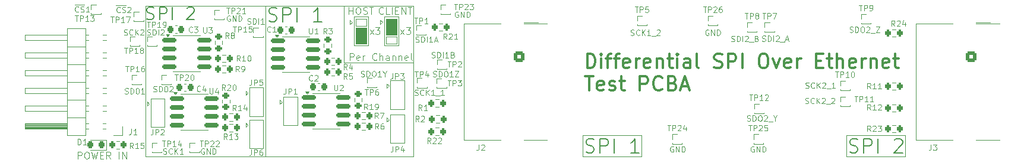
<source format=gbr>
%TF.GenerationSoftware,KiCad,Pcbnew,8.0.1*%
%TF.CreationDate,2024-07-22T07:52:40-07:00*%
%TF.ProjectId,PMOD_differential_driver,504d4f44-5f64-4696-9666-6572656e7469,1*%
%TF.SameCoordinates,Original*%
%TF.FileFunction,Legend,Top*%
%TF.FilePolarity,Positive*%
%FSLAX46Y46*%
G04 Gerber Fmt 4.6, Leading zero omitted, Abs format (unit mm)*
G04 Created by KiCad (PCBNEW 8.0.1) date 2024-07-22 07:52:40*
%MOMM*%
%LPD*%
G01*
G04 APERTURE LIST*
G04 Aperture macros list*
%AMRoundRect*
0 Rectangle with rounded corners*
0 $1 Rounding radius*
0 $2 $3 $4 $5 $6 $7 $8 $9 X,Y pos of 4 corners*
0 Add a 4 corners polygon primitive as box body*
4,1,4,$2,$3,$4,$5,$6,$7,$8,$9,$2,$3,0*
0 Add four circle primitives for the rounded corners*
1,1,$1+$1,$2,$3*
1,1,$1+$1,$4,$5*
1,1,$1+$1,$6,$7*
1,1,$1+$1,$8,$9*
0 Add four rect primitives between the rounded corners*
20,1,$1+$1,$2,$3,$4,$5,0*
20,1,$1+$1,$4,$5,$6,$7,0*
20,1,$1+$1,$6,$7,$8,$9,0*
20,1,$1+$1,$8,$9,$2,$3,0*%
G04 Aperture macros list end*
%ADD10C,0.100000*%
%ADD11C,0.200000*%
%ADD12C,0.300000*%
%ADD13C,0.180000*%
%ADD14C,0.120000*%
%ADD15C,0.500000*%
%ADD16RoundRect,0.200000X0.200000X0.275000X-0.200000X0.275000X-0.200000X-0.275000X0.200000X-0.275000X0*%
%ADD17C,3.200000*%
%ADD18R,0.850000X0.850000*%
%ADD19R,1.500000X1.000000*%
%ADD20RoundRect,0.200000X-0.200000X-0.275000X0.200000X-0.275000X0.200000X0.275000X-0.200000X0.275000X0*%
%ADD21C,3.250000*%
%ADD22RoundRect,0.250000X0.500000X-0.500000X0.500000X0.500000X-0.500000X0.500000X-0.500000X-0.500000X0*%
%ADD23C,1.500000*%
%ADD24C,2.700000*%
%ADD25RoundRect,0.200000X-0.275000X0.200000X-0.275000X-0.200000X0.275000X-0.200000X0.275000X0.200000X0*%
%ADD26RoundRect,0.218750X0.218750X0.256250X-0.218750X0.256250X-0.218750X-0.256250X0.218750X-0.256250X0*%
%ADD27RoundRect,0.150000X-0.825000X-0.150000X0.825000X-0.150000X0.825000X0.150000X-0.825000X0.150000X0*%
%ADD28RoundRect,0.225000X-0.225000X-0.250000X0.225000X-0.250000X0.225000X0.250000X-0.225000X0.250000X0*%
%ADD29R,1.700000X1.700000*%
%ADD30O,1.700000X1.700000*%
G04 APERTURE END LIST*
D10*
X156341800Y-60320200D02*
X156341800Y-59720200D01*
X157149800Y-60782200D02*
X158673800Y-60782200D01*
X158673800Y-63068200D01*
X157149800Y-63068200D01*
X157149800Y-60782200D01*
G36*
X157149800Y-60782200D02*
G01*
X158673800Y-60782200D01*
X158673800Y-63068200D01*
X157149800Y-63068200D01*
X157149800Y-60782200D01*
G37*
X160680400Y-59699600D02*
X160980400Y-59999600D01*
X161245800Y-59222200D02*
X163245800Y-59222200D01*
X163245800Y-63322200D01*
X161245800Y-63322200D01*
X161245800Y-59222200D01*
X160680400Y-60299600D02*
X160680400Y-59699600D01*
X160980400Y-59999600D02*
X160680400Y-60299600D01*
X156641800Y-60020200D02*
X156341800Y-60320200D01*
X127193124Y-57658000D02*
X144272000Y-57658000D01*
X144272000Y-79248000D01*
X127193124Y-79248000D01*
X127193124Y-57658000D01*
X161467800Y-62052200D02*
X162991800Y-62052200D01*
X162991800Y-63068200D01*
X161467800Y-63068200D01*
X161467800Y-62052200D01*
X161467800Y-59512200D02*
X162991800Y-59512200D01*
X162991800Y-61798200D01*
X161467800Y-61798200D01*
X161467800Y-59512200D01*
G36*
X161467800Y-59512200D02*
G01*
X162991800Y-59512200D01*
X162991800Y-61798200D01*
X161467800Y-61798200D01*
X161467800Y-59512200D01*
G37*
X157149800Y-59512200D02*
X158673800Y-59512200D01*
X158673800Y-60528200D01*
X157149800Y-60528200D01*
X157149800Y-59512200D01*
X227076000Y-76200000D02*
X235458000Y-76200000D01*
X235458000Y-79248000D01*
X227076000Y-79248000D01*
X227076000Y-76200000D01*
X156341800Y-59720200D02*
X156641800Y-60020200D01*
X189484000Y-76200000D02*
X197866000Y-76200000D01*
X197866000Y-79248000D01*
X189484000Y-79248000D01*
X189484000Y-76200000D01*
X156927800Y-59222200D02*
X158927800Y-59222200D01*
X158927800Y-63322200D01*
X156927800Y-63322200D01*
X156927800Y-59222200D01*
X155448000Y-57658000D02*
X165354000Y-57658000D01*
X165354000Y-65786000D01*
X155448000Y-65786000D01*
X155448000Y-57658000D01*
X144272000Y-57658000D02*
X165354000Y-57658000D01*
X165354000Y-79248000D01*
X144272000Y-79248000D01*
X144272000Y-57658000D01*
X124119369Y-61834800D02*
X124233655Y-61872895D01*
X124233655Y-61872895D02*
X124424131Y-61872895D01*
X124424131Y-61872895D02*
X124500322Y-61834800D01*
X124500322Y-61834800D02*
X124538417Y-61796704D01*
X124538417Y-61796704D02*
X124576512Y-61720514D01*
X124576512Y-61720514D02*
X124576512Y-61644323D01*
X124576512Y-61644323D02*
X124538417Y-61568133D01*
X124538417Y-61568133D02*
X124500322Y-61530038D01*
X124500322Y-61530038D02*
X124424131Y-61491942D01*
X124424131Y-61491942D02*
X124271750Y-61453847D01*
X124271750Y-61453847D02*
X124195560Y-61415752D01*
X124195560Y-61415752D02*
X124157465Y-61377657D01*
X124157465Y-61377657D02*
X124119369Y-61301466D01*
X124119369Y-61301466D02*
X124119369Y-61225276D01*
X124119369Y-61225276D02*
X124157465Y-61149085D01*
X124157465Y-61149085D02*
X124195560Y-61110990D01*
X124195560Y-61110990D02*
X124271750Y-61072895D01*
X124271750Y-61072895D02*
X124462227Y-61072895D01*
X124462227Y-61072895D02*
X124576512Y-61110990D01*
X125376513Y-61796704D02*
X125338417Y-61834800D01*
X125338417Y-61834800D02*
X125224132Y-61872895D01*
X125224132Y-61872895D02*
X125147941Y-61872895D01*
X125147941Y-61872895D02*
X125033655Y-61834800D01*
X125033655Y-61834800D02*
X124957465Y-61758609D01*
X124957465Y-61758609D02*
X124919370Y-61682419D01*
X124919370Y-61682419D02*
X124881274Y-61530038D01*
X124881274Y-61530038D02*
X124881274Y-61415752D01*
X124881274Y-61415752D02*
X124919370Y-61263371D01*
X124919370Y-61263371D02*
X124957465Y-61187180D01*
X124957465Y-61187180D02*
X125033655Y-61110990D01*
X125033655Y-61110990D02*
X125147941Y-61072895D01*
X125147941Y-61072895D02*
X125224132Y-61072895D01*
X125224132Y-61072895D02*
X125338417Y-61110990D01*
X125338417Y-61110990D02*
X125376513Y-61149085D01*
X125719370Y-61872895D02*
X125719370Y-61072895D01*
X126176513Y-61872895D02*
X125833655Y-61415752D01*
X126176513Y-61072895D02*
X125719370Y-61530038D01*
X126481274Y-61149085D02*
X126519370Y-61110990D01*
X126519370Y-61110990D02*
X126595560Y-61072895D01*
X126595560Y-61072895D02*
X126786036Y-61072895D01*
X126786036Y-61072895D02*
X126862227Y-61110990D01*
X126862227Y-61110990D02*
X126900322Y-61149085D01*
X126900322Y-61149085D02*
X126938417Y-61225276D01*
X126938417Y-61225276D02*
X126938417Y-61301466D01*
X126938417Y-61301466D02*
X126900322Y-61415752D01*
X126900322Y-61415752D02*
X126443179Y-61872895D01*
X126443179Y-61872895D02*
X126938417Y-61872895D01*
X127446769Y-61809400D02*
X127561055Y-61847495D01*
X127561055Y-61847495D02*
X127751531Y-61847495D01*
X127751531Y-61847495D02*
X127827722Y-61809400D01*
X127827722Y-61809400D02*
X127865817Y-61771304D01*
X127865817Y-61771304D02*
X127903912Y-61695114D01*
X127903912Y-61695114D02*
X127903912Y-61618923D01*
X127903912Y-61618923D02*
X127865817Y-61542733D01*
X127865817Y-61542733D02*
X127827722Y-61504638D01*
X127827722Y-61504638D02*
X127751531Y-61466542D01*
X127751531Y-61466542D02*
X127599150Y-61428447D01*
X127599150Y-61428447D02*
X127522960Y-61390352D01*
X127522960Y-61390352D02*
X127484865Y-61352257D01*
X127484865Y-61352257D02*
X127446769Y-61276066D01*
X127446769Y-61276066D02*
X127446769Y-61199876D01*
X127446769Y-61199876D02*
X127484865Y-61123685D01*
X127484865Y-61123685D02*
X127522960Y-61085590D01*
X127522960Y-61085590D02*
X127599150Y-61047495D01*
X127599150Y-61047495D02*
X127789627Y-61047495D01*
X127789627Y-61047495D02*
X127903912Y-61085590D01*
X128246770Y-61847495D02*
X128246770Y-61047495D01*
X128246770Y-61047495D02*
X128437246Y-61047495D01*
X128437246Y-61047495D02*
X128551532Y-61085590D01*
X128551532Y-61085590D02*
X128627722Y-61161780D01*
X128627722Y-61161780D02*
X128665817Y-61237971D01*
X128665817Y-61237971D02*
X128703913Y-61390352D01*
X128703913Y-61390352D02*
X128703913Y-61504638D01*
X128703913Y-61504638D02*
X128665817Y-61657019D01*
X128665817Y-61657019D02*
X128627722Y-61733209D01*
X128627722Y-61733209D02*
X128551532Y-61809400D01*
X128551532Y-61809400D02*
X128437246Y-61847495D01*
X128437246Y-61847495D02*
X128246770Y-61847495D01*
X129046770Y-61847495D02*
X129046770Y-61047495D01*
X129389626Y-61123685D02*
X129427722Y-61085590D01*
X129427722Y-61085590D02*
X129503912Y-61047495D01*
X129503912Y-61047495D02*
X129694388Y-61047495D01*
X129694388Y-61047495D02*
X129770579Y-61085590D01*
X129770579Y-61085590D02*
X129808674Y-61123685D01*
X129808674Y-61123685D02*
X129846769Y-61199876D01*
X129846769Y-61199876D02*
X129846769Y-61276066D01*
X129846769Y-61276066D02*
X129808674Y-61390352D01*
X129808674Y-61390352D02*
X129351531Y-61847495D01*
X129351531Y-61847495D02*
X129846769Y-61847495D01*
D11*
X144784530Y-59847600D02*
X145070244Y-59942838D01*
X145070244Y-59942838D02*
X145546435Y-59942838D01*
X145546435Y-59942838D02*
X145736911Y-59847600D01*
X145736911Y-59847600D02*
X145832149Y-59752361D01*
X145832149Y-59752361D02*
X145927387Y-59561885D01*
X145927387Y-59561885D02*
X145927387Y-59371409D01*
X145927387Y-59371409D02*
X145832149Y-59180933D01*
X145832149Y-59180933D02*
X145736911Y-59085695D01*
X145736911Y-59085695D02*
X145546435Y-58990457D01*
X145546435Y-58990457D02*
X145165482Y-58895219D01*
X145165482Y-58895219D02*
X144975006Y-58799980D01*
X144975006Y-58799980D02*
X144879768Y-58704742D01*
X144879768Y-58704742D02*
X144784530Y-58514266D01*
X144784530Y-58514266D02*
X144784530Y-58323790D01*
X144784530Y-58323790D02*
X144879768Y-58133314D01*
X144879768Y-58133314D02*
X144975006Y-58038076D01*
X144975006Y-58038076D02*
X145165482Y-57942838D01*
X145165482Y-57942838D02*
X145641673Y-57942838D01*
X145641673Y-57942838D02*
X145927387Y-58038076D01*
X146784530Y-59942838D02*
X146784530Y-57942838D01*
X146784530Y-57942838D02*
X147546435Y-57942838D01*
X147546435Y-57942838D02*
X147736911Y-58038076D01*
X147736911Y-58038076D02*
X147832149Y-58133314D01*
X147832149Y-58133314D02*
X147927387Y-58323790D01*
X147927387Y-58323790D02*
X147927387Y-58609504D01*
X147927387Y-58609504D02*
X147832149Y-58799980D01*
X147832149Y-58799980D02*
X147736911Y-58895219D01*
X147736911Y-58895219D02*
X147546435Y-58990457D01*
X147546435Y-58990457D02*
X146784530Y-58990457D01*
X148784530Y-59942838D02*
X148784530Y-57942838D01*
X152308340Y-59942838D02*
X151165483Y-59942838D01*
X151736911Y-59942838D02*
X151736911Y-57942838D01*
X151736911Y-57942838D02*
X151546435Y-58228552D01*
X151546435Y-58228552D02*
X151355959Y-58419028D01*
X151355959Y-58419028D02*
X151165483Y-58514266D01*
X227588530Y-78643600D02*
X227874244Y-78738838D01*
X227874244Y-78738838D02*
X228350435Y-78738838D01*
X228350435Y-78738838D02*
X228540911Y-78643600D01*
X228540911Y-78643600D02*
X228636149Y-78548361D01*
X228636149Y-78548361D02*
X228731387Y-78357885D01*
X228731387Y-78357885D02*
X228731387Y-78167409D01*
X228731387Y-78167409D02*
X228636149Y-77976933D01*
X228636149Y-77976933D02*
X228540911Y-77881695D01*
X228540911Y-77881695D02*
X228350435Y-77786457D01*
X228350435Y-77786457D02*
X227969482Y-77691219D01*
X227969482Y-77691219D02*
X227779006Y-77595980D01*
X227779006Y-77595980D02*
X227683768Y-77500742D01*
X227683768Y-77500742D02*
X227588530Y-77310266D01*
X227588530Y-77310266D02*
X227588530Y-77119790D01*
X227588530Y-77119790D02*
X227683768Y-76929314D01*
X227683768Y-76929314D02*
X227779006Y-76834076D01*
X227779006Y-76834076D02*
X227969482Y-76738838D01*
X227969482Y-76738838D02*
X228445673Y-76738838D01*
X228445673Y-76738838D02*
X228731387Y-76834076D01*
X229588530Y-78738838D02*
X229588530Y-76738838D01*
X229588530Y-76738838D02*
X230350435Y-76738838D01*
X230350435Y-76738838D02*
X230540911Y-76834076D01*
X230540911Y-76834076D02*
X230636149Y-76929314D01*
X230636149Y-76929314D02*
X230731387Y-77119790D01*
X230731387Y-77119790D02*
X230731387Y-77405504D01*
X230731387Y-77405504D02*
X230636149Y-77595980D01*
X230636149Y-77595980D02*
X230540911Y-77691219D01*
X230540911Y-77691219D02*
X230350435Y-77786457D01*
X230350435Y-77786457D02*
X229588530Y-77786457D01*
X231588530Y-78738838D02*
X231588530Y-76738838D01*
X233969483Y-76929314D02*
X234064721Y-76834076D01*
X234064721Y-76834076D02*
X234255197Y-76738838D01*
X234255197Y-76738838D02*
X234731388Y-76738838D01*
X234731388Y-76738838D02*
X234921864Y-76834076D01*
X234921864Y-76834076D02*
X235017102Y-76929314D01*
X235017102Y-76929314D02*
X235112340Y-77119790D01*
X235112340Y-77119790D02*
X235112340Y-77310266D01*
X235112340Y-77310266D02*
X235017102Y-77595980D01*
X235017102Y-77595980D02*
X233874245Y-78738838D01*
X233874245Y-78738838D02*
X235112340Y-78738838D01*
D12*
X190157558Y-66572950D02*
X190157558Y-64572950D01*
X190157558Y-64572950D02*
X190633748Y-64572950D01*
X190633748Y-64572950D02*
X190919463Y-64668188D01*
X190919463Y-64668188D02*
X191109939Y-64858664D01*
X191109939Y-64858664D02*
X191205177Y-65049140D01*
X191205177Y-65049140D02*
X191300415Y-65430092D01*
X191300415Y-65430092D02*
X191300415Y-65715807D01*
X191300415Y-65715807D02*
X191205177Y-66096759D01*
X191205177Y-66096759D02*
X191109939Y-66287235D01*
X191109939Y-66287235D02*
X190919463Y-66477712D01*
X190919463Y-66477712D02*
X190633748Y-66572950D01*
X190633748Y-66572950D02*
X190157558Y-66572950D01*
X192157558Y-66572950D02*
X192157558Y-65239616D01*
X192157558Y-64572950D02*
X192062320Y-64668188D01*
X192062320Y-64668188D02*
X192157558Y-64763426D01*
X192157558Y-64763426D02*
X192252796Y-64668188D01*
X192252796Y-64668188D02*
X192157558Y-64572950D01*
X192157558Y-64572950D02*
X192157558Y-64763426D01*
X192824225Y-65239616D02*
X193586129Y-65239616D01*
X193109939Y-66572950D02*
X193109939Y-64858664D01*
X193109939Y-64858664D02*
X193205177Y-64668188D01*
X193205177Y-64668188D02*
X193395653Y-64572950D01*
X193395653Y-64572950D02*
X193586129Y-64572950D01*
X193967082Y-65239616D02*
X194728986Y-65239616D01*
X194252796Y-66572950D02*
X194252796Y-64858664D01*
X194252796Y-64858664D02*
X194348034Y-64668188D01*
X194348034Y-64668188D02*
X194538510Y-64572950D01*
X194538510Y-64572950D02*
X194728986Y-64572950D01*
X196157558Y-66477712D02*
X195967082Y-66572950D01*
X195967082Y-66572950D02*
X195586129Y-66572950D01*
X195586129Y-66572950D02*
X195395653Y-66477712D01*
X195395653Y-66477712D02*
X195300415Y-66287235D01*
X195300415Y-66287235D02*
X195300415Y-65525331D01*
X195300415Y-65525331D02*
X195395653Y-65334854D01*
X195395653Y-65334854D02*
X195586129Y-65239616D01*
X195586129Y-65239616D02*
X195967082Y-65239616D01*
X195967082Y-65239616D02*
X196157558Y-65334854D01*
X196157558Y-65334854D02*
X196252796Y-65525331D01*
X196252796Y-65525331D02*
X196252796Y-65715807D01*
X196252796Y-65715807D02*
X195300415Y-65906283D01*
X197109939Y-66572950D02*
X197109939Y-65239616D01*
X197109939Y-65620569D02*
X197205177Y-65430092D01*
X197205177Y-65430092D02*
X197300415Y-65334854D01*
X197300415Y-65334854D02*
X197490891Y-65239616D01*
X197490891Y-65239616D02*
X197681368Y-65239616D01*
X199109939Y-66477712D02*
X198919463Y-66572950D01*
X198919463Y-66572950D02*
X198538510Y-66572950D01*
X198538510Y-66572950D02*
X198348034Y-66477712D01*
X198348034Y-66477712D02*
X198252796Y-66287235D01*
X198252796Y-66287235D02*
X198252796Y-65525331D01*
X198252796Y-65525331D02*
X198348034Y-65334854D01*
X198348034Y-65334854D02*
X198538510Y-65239616D01*
X198538510Y-65239616D02*
X198919463Y-65239616D01*
X198919463Y-65239616D02*
X199109939Y-65334854D01*
X199109939Y-65334854D02*
X199205177Y-65525331D01*
X199205177Y-65525331D02*
X199205177Y-65715807D01*
X199205177Y-65715807D02*
X198252796Y-65906283D01*
X200062320Y-65239616D02*
X200062320Y-66572950D01*
X200062320Y-65430092D02*
X200157558Y-65334854D01*
X200157558Y-65334854D02*
X200348034Y-65239616D01*
X200348034Y-65239616D02*
X200633749Y-65239616D01*
X200633749Y-65239616D02*
X200824225Y-65334854D01*
X200824225Y-65334854D02*
X200919463Y-65525331D01*
X200919463Y-65525331D02*
X200919463Y-66572950D01*
X201586130Y-65239616D02*
X202348034Y-65239616D01*
X201871844Y-64572950D02*
X201871844Y-66287235D01*
X201871844Y-66287235D02*
X201967082Y-66477712D01*
X201967082Y-66477712D02*
X202157558Y-66572950D01*
X202157558Y-66572950D02*
X202348034Y-66572950D01*
X203014701Y-66572950D02*
X203014701Y-65239616D01*
X203014701Y-64572950D02*
X202919463Y-64668188D01*
X202919463Y-64668188D02*
X203014701Y-64763426D01*
X203014701Y-64763426D02*
X203109939Y-64668188D01*
X203109939Y-64668188D02*
X203014701Y-64572950D01*
X203014701Y-64572950D02*
X203014701Y-64763426D01*
X204824225Y-66572950D02*
X204824225Y-65525331D01*
X204824225Y-65525331D02*
X204728987Y-65334854D01*
X204728987Y-65334854D02*
X204538511Y-65239616D01*
X204538511Y-65239616D02*
X204157558Y-65239616D01*
X204157558Y-65239616D02*
X203967082Y-65334854D01*
X204824225Y-66477712D02*
X204633749Y-66572950D01*
X204633749Y-66572950D02*
X204157558Y-66572950D01*
X204157558Y-66572950D02*
X203967082Y-66477712D01*
X203967082Y-66477712D02*
X203871844Y-66287235D01*
X203871844Y-66287235D02*
X203871844Y-66096759D01*
X203871844Y-66096759D02*
X203967082Y-65906283D01*
X203967082Y-65906283D02*
X204157558Y-65811045D01*
X204157558Y-65811045D02*
X204633749Y-65811045D01*
X204633749Y-65811045D02*
X204824225Y-65715807D01*
X206062320Y-66572950D02*
X205871844Y-66477712D01*
X205871844Y-66477712D02*
X205776606Y-66287235D01*
X205776606Y-66287235D02*
X205776606Y-64572950D01*
X208252797Y-66477712D02*
X208538511Y-66572950D01*
X208538511Y-66572950D02*
X209014702Y-66572950D01*
X209014702Y-66572950D02*
X209205178Y-66477712D01*
X209205178Y-66477712D02*
X209300416Y-66382473D01*
X209300416Y-66382473D02*
X209395654Y-66191997D01*
X209395654Y-66191997D02*
X209395654Y-66001521D01*
X209395654Y-66001521D02*
X209300416Y-65811045D01*
X209300416Y-65811045D02*
X209205178Y-65715807D01*
X209205178Y-65715807D02*
X209014702Y-65620569D01*
X209014702Y-65620569D02*
X208633749Y-65525331D01*
X208633749Y-65525331D02*
X208443273Y-65430092D01*
X208443273Y-65430092D02*
X208348035Y-65334854D01*
X208348035Y-65334854D02*
X208252797Y-65144378D01*
X208252797Y-65144378D02*
X208252797Y-64953902D01*
X208252797Y-64953902D02*
X208348035Y-64763426D01*
X208348035Y-64763426D02*
X208443273Y-64668188D01*
X208443273Y-64668188D02*
X208633749Y-64572950D01*
X208633749Y-64572950D02*
X209109940Y-64572950D01*
X209109940Y-64572950D02*
X209395654Y-64668188D01*
X210252797Y-66572950D02*
X210252797Y-64572950D01*
X210252797Y-64572950D02*
X211014702Y-64572950D01*
X211014702Y-64572950D02*
X211205178Y-64668188D01*
X211205178Y-64668188D02*
X211300416Y-64763426D01*
X211300416Y-64763426D02*
X211395654Y-64953902D01*
X211395654Y-64953902D02*
X211395654Y-65239616D01*
X211395654Y-65239616D02*
X211300416Y-65430092D01*
X211300416Y-65430092D02*
X211205178Y-65525331D01*
X211205178Y-65525331D02*
X211014702Y-65620569D01*
X211014702Y-65620569D02*
X210252797Y-65620569D01*
X212252797Y-66572950D02*
X212252797Y-64572950D01*
X215109940Y-64572950D02*
X215490893Y-64572950D01*
X215490893Y-64572950D02*
X215681369Y-64668188D01*
X215681369Y-64668188D02*
X215871845Y-64858664D01*
X215871845Y-64858664D02*
X215967083Y-65239616D01*
X215967083Y-65239616D02*
X215967083Y-65906283D01*
X215967083Y-65906283D02*
X215871845Y-66287235D01*
X215871845Y-66287235D02*
X215681369Y-66477712D01*
X215681369Y-66477712D02*
X215490893Y-66572950D01*
X215490893Y-66572950D02*
X215109940Y-66572950D01*
X215109940Y-66572950D02*
X214919464Y-66477712D01*
X214919464Y-66477712D02*
X214728988Y-66287235D01*
X214728988Y-66287235D02*
X214633750Y-65906283D01*
X214633750Y-65906283D02*
X214633750Y-65239616D01*
X214633750Y-65239616D02*
X214728988Y-64858664D01*
X214728988Y-64858664D02*
X214919464Y-64668188D01*
X214919464Y-64668188D02*
X215109940Y-64572950D01*
X216633750Y-65239616D02*
X217109940Y-66572950D01*
X217109940Y-66572950D02*
X217586131Y-65239616D01*
X219109941Y-66477712D02*
X218919465Y-66572950D01*
X218919465Y-66572950D02*
X218538512Y-66572950D01*
X218538512Y-66572950D02*
X218348036Y-66477712D01*
X218348036Y-66477712D02*
X218252798Y-66287235D01*
X218252798Y-66287235D02*
X218252798Y-65525331D01*
X218252798Y-65525331D02*
X218348036Y-65334854D01*
X218348036Y-65334854D02*
X218538512Y-65239616D01*
X218538512Y-65239616D02*
X218919465Y-65239616D01*
X218919465Y-65239616D02*
X219109941Y-65334854D01*
X219109941Y-65334854D02*
X219205179Y-65525331D01*
X219205179Y-65525331D02*
X219205179Y-65715807D01*
X219205179Y-65715807D02*
X218252798Y-65906283D01*
X220062322Y-66572950D02*
X220062322Y-65239616D01*
X220062322Y-65620569D02*
X220157560Y-65430092D01*
X220157560Y-65430092D02*
X220252798Y-65334854D01*
X220252798Y-65334854D02*
X220443274Y-65239616D01*
X220443274Y-65239616D02*
X220633751Y-65239616D01*
X222824227Y-65525331D02*
X223490894Y-65525331D01*
X223776608Y-66572950D02*
X222824227Y-66572950D01*
X222824227Y-66572950D02*
X222824227Y-64572950D01*
X222824227Y-64572950D02*
X223776608Y-64572950D01*
X224348037Y-65239616D02*
X225109941Y-65239616D01*
X224633751Y-64572950D02*
X224633751Y-66287235D01*
X224633751Y-66287235D02*
X224728989Y-66477712D01*
X224728989Y-66477712D02*
X224919465Y-66572950D01*
X224919465Y-66572950D02*
X225109941Y-66572950D01*
X225776608Y-66572950D02*
X225776608Y-64572950D01*
X226633751Y-66572950D02*
X226633751Y-65525331D01*
X226633751Y-65525331D02*
X226538513Y-65334854D01*
X226538513Y-65334854D02*
X226348037Y-65239616D01*
X226348037Y-65239616D02*
X226062322Y-65239616D01*
X226062322Y-65239616D02*
X225871846Y-65334854D01*
X225871846Y-65334854D02*
X225776608Y-65430092D01*
X228348037Y-66477712D02*
X228157561Y-66572950D01*
X228157561Y-66572950D02*
X227776608Y-66572950D01*
X227776608Y-66572950D02*
X227586132Y-66477712D01*
X227586132Y-66477712D02*
X227490894Y-66287235D01*
X227490894Y-66287235D02*
X227490894Y-65525331D01*
X227490894Y-65525331D02*
X227586132Y-65334854D01*
X227586132Y-65334854D02*
X227776608Y-65239616D01*
X227776608Y-65239616D02*
X228157561Y-65239616D01*
X228157561Y-65239616D02*
X228348037Y-65334854D01*
X228348037Y-65334854D02*
X228443275Y-65525331D01*
X228443275Y-65525331D02*
X228443275Y-65715807D01*
X228443275Y-65715807D02*
X227490894Y-65906283D01*
X229300418Y-66572950D02*
X229300418Y-65239616D01*
X229300418Y-65620569D02*
X229395656Y-65430092D01*
X229395656Y-65430092D02*
X229490894Y-65334854D01*
X229490894Y-65334854D02*
X229681370Y-65239616D01*
X229681370Y-65239616D02*
X229871847Y-65239616D01*
X230538513Y-65239616D02*
X230538513Y-66572950D01*
X230538513Y-65430092D02*
X230633751Y-65334854D01*
X230633751Y-65334854D02*
X230824227Y-65239616D01*
X230824227Y-65239616D02*
X231109942Y-65239616D01*
X231109942Y-65239616D02*
X231300418Y-65334854D01*
X231300418Y-65334854D02*
X231395656Y-65525331D01*
X231395656Y-65525331D02*
X231395656Y-66572950D01*
X233109942Y-66477712D02*
X232919466Y-66572950D01*
X232919466Y-66572950D02*
X232538513Y-66572950D01*
X232538513Y-66572950D02*
X232348037Y-66477712D01*
X232348037Y-66477712D02*
X232252799Y-66287235D01*
X232252799Y-66287235D02*
X232252799Y-65525331D01*
X232252799Y-65525331D02*
X232348037Y-65334854D01*
X232348037Y-65334854D02*
X232538513Y-65239616D01*
X232538513Y-65239616D02*
X232919466Y-65239616D01*
X232919466Y-65239616D02*
X233109942Y-65334854D01*
X233109942Y-65334854D02*
X233205180Y-65525331D01*
X233205180Y-65525331D02*
X233205180Y-65715807D01*
X233205180Y-65715807D02*
X232252799Y-65906283D01*
X233776609Y-65239616D02*
X234538513Y-65239616D01*
X234062323Y-64572950D02*
X234062323Y-66287235D01*
X234062323Y-66287235D02*
X234157561Y-66477712D01*
X234157561Y-66477712D02*
X234348037Y-66572950D01*
X234348037Y-66572950D02*
X234538513Y-66572950D01*
X189871844Y-67792838D02*
X191014701Y-67792838D01*
X190443272Y-69792838D02*
X190443272Y-67792838D01*
X192443273Y-69697600D02*
X192252797Y-69792838D01*
X192252797Y-69792838D02*
X191871844Y-69792838D01*
X191871844Y-69792838D02*
X191681368Y-69697600D01*
X191681368Y-69697600D02*
X191586130Y-69507123D01*
X191586130Y-69507123D02*
X191586130Y-68745219D01*
X191586130Y-68745219D02*
X191681368Y-68554742D01*
X191681368Y-68554742D02*
X191871844Y-68459504D01*
X191871844Y-68459504D02*
X192252797Y-68459504D01*
X192252797Y-68459504D02*
X192443273Y-68554742D01*
X192443273Y-68554742D02*
X192538511Y-68745219D01*
X192538511Y-68745219D02*
X192538511Y-68935695D01*
X192538511Y-68935695D02*
X191586130Y-69126171D01*
X193300416Y-69697600D02*
X193490892Y-69792838D01*
X193490892Y-69792838D02*
X193871844Y-69792838D01*
X193871844Y-69792838D02*
X194062321Y-69697600D01*
X194062321Y-69697600D02*
X194157559Y-69507123D01*
X194157559Y-69507123D02*
X194157559Y-69411885D01*
X194157559Y-69411885D02*
X194062321Y-69221409D01*
X194062321Y-69221409D02*
X193871844Y-69126171D01*
X193871844Y-69126171D02*
X193586130Y-69126171D01*
X193586130Y-69126171D02*
X193395654Y-69030933D01*
X193395654Y-69030933D02*
X193300416Y-68840457D01*
X193300416Y-68840457D02*
X193300416Y-68745219D01*
X193300416Y-68745219D02*
X193395654Y-68554742D01*
X193395654Y-68554742D02*
X193586130Y-68459504D01*
X193586130Y-68459504D02*
X193871844Y-68459504D01*
X193871844Y-68459504D02*
X194062321Y-68554742D01*
X194728988Y-68459504D02*
X195490892Y-68459504D01*
X195014702Y-67792838D02*
X195014702Y-69507123D01*
X195014702Y-69507123D02*
X195109940Y-69697600D01*
X195109940Y-69697600D02*
X195300416Y-69792838D01*
X195300416Y-69792838D02*
X195490892Y-69792838D01*
X197681369Y-69792838D02*
X197681369Y-67792838D01*
X197681369Y-67792838D02*
X198443274Y-67792838D01*
X198443274Y-67792838D02*
X198633750Y-67888076D01*
X198633750Y-67888076D02*
X198728988Y-67983314D01*
X198728988Y-67983314D02*
X198824226Y-68173790D01*
X198824226Y-68173790D02*
X198824226Y-68459504D01*
X198824226Y-68459504D02*
X198728988Y-68649980D01*
X198728988Y-68649980D02*
X198633750Y-68745219D01*
X198633750Y-68745219D02*
X198443274Y-68840457D01*
X198443274Y-68840457D02*
X197681369Y-68840457D01*
X200824226Y-69602361D02*
X200728988Y-69697600D01*
X200728988Y-69697600D02*
X200443274Y-69792838D01*
X200443274Y-69792838D02*
X200252798Y-69792838D01*
X200252798Y-69792838D02*
X199967083Y-69697600D01*
X199967083Y-69697600D02*
X199776607Y-69507123D01*
X199776607Y-69507123D02*
X199681369Y-69316647D01*
X199681369Y-69316647D02*
X199586131Y-68935695D01*
X199586131Y-68935695D02*
X199586131Y-68649980D01*
X199586131Y-68649980D02*
X199681369Y-68269028D01*
X199681369Y-68269028D02*
X199776607Y-68078552D01*
X199776607Y-68078552D02*
X199967083Y-67888076D01*
X199967083Y-67888076D02*
X200252798Y-67792838D01*
X200252798Y-67792838D02*
X200443274Y-67792838D01*
X200443274Y-67792838D02*
X200728988Y-67888076D01*
X200728988Y-67888076D02*
X200824226Y-67983314D01*
X202348036Y-68745219D02*
X202633750Y-68840457D01*
X202633750Y-68840457D02*
X202728988Y-68935695D01*
X202728988Y-68935695D02*
X202824226Y-69126171D01*
X202824226Y-69126171D02*
X202824226Y-69411885D01*
X202824226Y-69411885D02*
X202728988Y-69602361D01*
X202728988Y-69602361D02*
X202633750Y-69697600D01*
X202633750Y-69697600D02*
X202443274Y-69792838D01*
X202443274Y-69792838D02*
X201681369Y-69792838D01*
X201681369Y-69792838D02*
X201681369Y-67792838D01*
X201681369Y-67792838D02*
X202348036Y-67792838D01*
X202348036Y-67792838D02*
X202538512Y-67888076D01*
X202538512Y-67888076D02*
X202633750Y-67983314D01*
X202633750Y-67983314D02*
X202728988Y-68173790D01*
X202728988Y-68173790D02*
X202728988Y-68364266D01*
X202728988Y-68364266D02*
X202633750Y-68554742D01*
X202633750Y-68554742D02*
X202538512Y-68649980D01*
X202538512Y-68649980D02*
X202348036Y-68745219D01*
X202348036Y-68745219D02*
X201681369Y-68745219D01*
X203586131Y-69221409D02*
X204538512Y-69221409D01*
X203395655Y-69792838D02*
X204062321Y-67792838D01*
X204062321Y-67792838D02*
X204728988Y-69792838D01*
D10*
X129732769Y-78878200D02*
X129847055Y-78916295D01*
X129847055Y-78916295D02*
X130037531Y-78916295D01*
X130037531Y-78916295D02*
X130113722Y-78878200D01*
X130113722Y-78878200D02*
X130151817Y-78840104D01*
X130151817Y-78840104D02*
X130189912Y-78763914D01*
X130189912Y-78763914D02*
X130189912Y-78687723D01*
X130189912Y-78687723D02*
X130151817Y-78611533D01*
X130151817Y-78611533D02*
X130113722Y-78573438D01*
X130113722Y-78573438D02*
X130037531Y-78535342D01*
X130037531Y-78535342D02*
X129885150Y-78497247D01*
X129885150Y-78497247D02*
X129808960Y-78459152D01*
X129808960Y-78459152D02*
X129770865Y-78421057D01*
X129770865Y-78421057D02*
X129732769Y-78344866D01*
X129732769Y-78344866D02*
X129732769Y-78268676D01*
X129732769Y-78268676D02*
X129770865Y-78192485D01*
X129770865Y-78192485D02*
X129808960Y-78154390D01*
X129808960Y-78154390D02*
X129885150Y-78116295D01*
X129885150Y-78116295D02*
X130075627Y-78116295D01*
X130075627Y-78116295D02*
X130189912Y-78154390D01*
X130989913Y-78840104D02*
X130951817Y-78878200D01*
X130951817Y-78878200D02*
X130837532Y-78916295D01*
X130837532Y-78916295D02*
X130761341Y-78916295D01*
X130761341Y-78916295D02*
X130647055Y-78878200D01*
X130647055Y-78878200D02*
X130570865Y-78802009D01*
X130570865Y-78802009D02*
X130532770Y-78725819D01*
X130532770Y-78725819D02*
X130494674Y-78573438D01*
X130494674Y-78573438D02*
X130494674Y-78459152D01*
X130494674Y-78459152D02*
X130532770Y-78306771D01*
X130532770Y-78306771D02*
X130570865Y-78230580D01*
X130570865Y-78230580D02*
X130647055Y-78154390D01*
X130647055Y-78154390D02*
X130761341Y-78116295D01*
X130761341Y-78116295D02*
X130837532Y-78116295D01*
X130837532Y-78116295D02*
X130951817Y-78154390D01*
X130951817Y-78154390D02*
X130989913Y-78192485D01*
X131332770Y-78916295D02*
X131332770Y-78116295D01*
X131789913Y-78916295D02*
X131447055Y-78459152D01*
X131789913Y-78116295D02*
X131332770Y-78573438D01*
X132551817Y-78916295D02*
X132094674Y-78916295D01*
X132323246Y-78916295D02*
X132323246Y-78116295D01*
X132323246Y-78116295D02*
X132247055Y-78230580D01*
X132247055Y-78230580D02*
X132170865Y-78306771D01*
X132170865Y-78306771D02*
X132094674Y-78344866D01*
X124246369Y-70242200D02*
X124360655Y-70280295D01*
X124360655Y-70280295D02*
X124551131Y-70280295D01*
X124551131Y-70280295D02*
X124627322Y-70242200D01*
X124627322Y-70242200D02*
X124665417Y-70204104D01*
X124665417Y-70204104D02*
X124703512Y-70127914D01*
X124703512Y-70127914D02*
X124703512Y-70051723D01*
X124703512Y-70051723D02*
X124665417Y-69975533D01*
X124665417Y-69975533D02*
X124627322Y-69937438D01*
X124627322Y-69937438D02*
X124551131Y-69899342D01*
X124551131Y-69899342D02*
X124398750Y-69861247D01*
X124398750Y-69861247D02*
X124322560Y-69823152D01*
X124322560Y-69823152D02*
X124284465Y-69785057D01*
X124284465Y-69785057D02*
X124246369Y-69708866D01*
X124246369Y-69708866D02*
X124246369Y-69632676D01*
X124246369Y-69632676D02*
X124284465Y-69556485D01*
X124284465Y-69556485D02*
X124322560Y-69518390D01*
X124322560Y-69518390D02*
X124398750Y-69480295D01*
X124398750Y-69480295D02*
X124589227Y-69480295D01*
X124589227Y-69480295D02*
X124703512Y-69518390D01*
X125046370Y-70280295D02*
X125046370Y-69480295D01*
X125046370Y-69480295D02*
X125236846Y-69480295D01*
X125236846Y-69480295D02*
X125351132Y-69518390D01*
X125351132Y-69518390D02*
X125427322Y-69594580D01*
X125427322Y-69594580D02*
X125465417Y-69670771D01*
X125465417Y-69670771D02*
X125503513Y-69823152D01*
X125503513Y-69823152D02*
X125503513Y-69937438D01*
X125503513Y-69937438D02*
X125465417Y-70089819D01*
X125465417Y-70089819D02*
X125427322Y-70166009D01*
X125427322Y-70166009D02*
X125351132Y-70242200D01*
X125351132Y-70242200D02*
X125236846Y-70280295D01*
X125236846Y-70280295D02*
X125046370Y-70280295D01*
X125998751Y-69480295D02*
X126074941Y-69480295D01*
X126074941Y-69480295D02*
X126151132Y-69518390D01*
X126151132Y-69518390D02*
X126189227Y-69556485D01*
X126189227Y-69556485D02*
X126227322Y-69632676D01*
X126227322Y-69632676D02*
X126265417Y-69785057D01*
X126265417Y-69785057D02*
X126265417Y-69975533D01*
X126265417Y-69975533D02*
X126227322Y-70127914D01*
X126227322Y-70127914D02*
X126189227Y-70204104D01*
X126189227Y-70204104D02*
X126151132Y-70242200D01*
X126151132Y-70242200D02*
X126074941Y-70280295D01*
X126074941Y-70280295D02*
X125998751Y-70280295D01*
X125998751Y-70280295D02*
X125922560Y-70242200D01*
X125922560Y-70242200D02*
X125884465Y-70204104D01*
X125884465Y-70204104D02*
X125846370Y-70127914D01*
X125846370Y-70127914D02*
X125808274Y-69975533D01*
X125808274Y-69975533D02*
X125808274Y-69785057D01*
X125808274Y-69785057D02*
X125846370Y-69632676D01*
X125846370Y-69632676D02*
X125884465Y-69556485D01*
X125884465Y-69556485D02*
X125922560Y-69518390D01*
X125922560Y-69518390D02*
X125998751Y-69480295D01*
X127027322Y-70280295D02*
X126570179Y-70280295D01*
X126798751Y-70280295D02*
X126798751Y-69480295D01*
X126798751Y-69480295D02*
X126722560Y-69594580D01*
X126722560Y-69594580D02*
X126646370Y-69670771D01*
X126646370Y-69670771D02*
X126570179Y-69708866D01*
X156183684Y-58876619D02*
X156183684Y-57876619D01*
X156183684Y-58352809D02*
X156755112Y-58352809D01*
X156755112Y-58876619D02*
X156755112Y-57876619D01*
X157421779Y-57876619D02*
X157612255Y-57876619D01*
X157612255Y-57876619D02*
X157707493Y-57924238D01*
X157707493Y-57924238D02*
X157802731Y-58019476D01*
X157802731Y-58019476D02*
X157850350Y-58209952D01*
X157850350Y-58209952D02*
X157850350Y-58543285D01*
X157850350Y-58543285D02*
X157802731Y-58733761D01*
X157802731Y-58733761D02*
X157707493Y-58829000D01*
X157707493Y-58829000D02*
X157612255Y-58876619D01*
X157612255Y-58876619D02*
X157421779Y-58876619D01*
X157421779Y-58876619D02*
X157326541Y-58829000D01*
X157326541Y-58829000D02*
X157231303Y-58733761D01*
X157231303Y-58733761D02*
X157183684Y-58543285D01*
X157183684Y-58543285D02*
X157183684Y-58209952D01*
X157183684Y-58209952D02*
X157231303Y-58019476D01*
X157231303Y-58019476D02*
X157326541Y-57924238D01*
X157326541Y-57924238D02*
X157421779Y-57876619D01*
X158231303Y-58829000D02*
X158374160Y-58876619D01*
X158374160Y-58876619D02*
X158612255Y-58876619D01*
X158612255Y-58876619D02*
X158707493Y-58829000D01*
X158707493Y-58829000D02*
X158755112Y-58781380D01*
X158755112Y-58781380D02*
X158802731Y-58686142D01*
X158802731Y-58686142D02*
X158802731Y-58590904D01*
X158802731Y-58590904D02*
X158755112Y-58495666D01*
X158755112Y-58495666D02*
X158707493Y-58448047D01*
X158707493Y-58448047D02*
X158612255Y-58400428D01*
X158612255Y-58400428D02*
X158421779Y-58352809D01*
X158421779Y-58352809D02*
X158326541Y-58305190D01*
X158326541Y-58305190D02*
X158278922Y-58257571D01*
X158278922Y-58257571D02*
X158231303Y-58162333D01*
X158231303Y-58162333D02*
X158231303Y-58067095D01*
X158231303Y-58067095D02*
X158278922Y-57971857D01*
X158278922Y-57971857D02*
X158326541Y-57924238D01*
X158326541Y-57924238D02*
X158421779Y-57876619D01*
X158421779Y-57876619D02*
X158659874Y-57876619D01*
X158659874Y-57876619D02*
X158802731Y-57924238D01*
X159088446Y-57876619D02*
X159659874Y-57876619D01*
X159374160Y-58876619D02*
X159374160Y-57876619D01*
X157926769Y-67778400D02*
X158041055Y-67816495D01*
X158041055Y-67816495D02*
X158231531Y-67816495D01*
X158231531Y-67816495D02*
X158307722Y-67778400D01*
X158307722Y-67778400D02*
X158345817Y-67740304D01*
X158345817Y-67740304D02*
X158383912Y-67664114D01*
X158383912Y-67664114D02*
X158383912Y-67587923D01*
X158383912Y-67587923D02*
X158345817Y-67511733D01*
X158345817Y-67511733D02*
X158307722Y-67473638D01*
X158307722Y-67473638D02*
X158231531Y-67435542D01*
X158231531Y-67435542D02*
X158079150Y-67397447D01*
X158079150Y-67397447D02*
X158002960Y-67359352D01*
X158002960Y-67359352D02*
X157964865Y-67321257D01*
X157964865Y-67321257D02*
X157926769Y-67245066D01*
X157926769Y-67245066D02*
X157926769Y-67168876D01*
X157926769Y-67168876D02*
X157964865Y-67092685D01*
X157964865Y-67092685D02*
X158002960Y-67054590D01*
X158002960Y-67054590D02*
X158079150Y-67016495D01*
X158079150Y-67016495D02*
X158269627Y-67016495D01*
X158269627Y-67016495D02*
X158383912Y-67054590D01*
X158726770Y-67816495D02*
X158726770Y-67016495D01*
X158726770Y-67016495D02*
X158917246Y-67016495D01*
X158917246Y-67016495D02*
X159031532Y-67054590D01*
X159031532Y-67054590D02*
X159107722Y-67130780D01*
X159107722Y-67130780D02*
X159145817Y-67206971D01*
X159145817Y-67206971D02*
X159183913Y-67359352D01*
X159183913Y-67359352D02*
X159183913Y-67473638D01*
X159183913Y-67473638D02*
X159145817Y-67626019D01*
X159145817Y-67626019D02*
X159107722Y-67702209D01*
X159107722Y-67702209D02*
X159031532Y-67778400D01*
X159031532Y-67778400D02*
X158917246Y-67816495D01*
X158917246Y-67816495D02*
X158726770Y-67816495D01*
X159679151Y-67016495D02*
X159831532Y-67016495D01*
X159831532Y-67016495D02*
X159907722Y-67054590D01*
X159907722Y-67054590D02*
X159983913Y-67130780D01*
X159983913Y-67130780D02*
X160022008Y-67283161D01*
X160022008Y-67283161D02*
X160022008Y-67549828D01*
X160022008Y-67549828D02*
X159983913Y-67702209D01*
X159983913Y-67702209D02*
X159907722Y-67778400D01*
X159907722Y-67778400D02*
X159831532Y-67816495D01*
X159831532Y-67816495D02*
X159679151Y-67816495D01*
X159679151Y-67816495D02*
X159602960Y-67778400D01*
X159602960Y-67778400D02*
X159526770Y-67702209D01*
X159526770Y-67702209D02*
X159488674Y-67549828D01*
X159488674Y-67549828D02*
X159488674Y-67283161D01*
X159488674Y-67283161D02*
X159526770Y-67130780D01*
X159526770Y-67130780D02*
X159602960Y-67054590D01*
X159602960Y-67054590D02*
X159679151Y-67016495D01*
X160783912Y-67816495D02*
X160326769Y-67816495D01*
X160555341Y-67816495D02*
X160555341Y-67016495D01*
X160555341Y-67016495D02*
X160479150Y-67130780D01*
X160479150Y-67130780D02*
X160402960Y-67206971D01*
X160402960Y-67206971D02*
X160326769Y-67245066D01*
X161279151Y-67435542D02*
X161279151Y-67816495D01*
X161012484Y-67016495D02*
X161279151Y-67435542D01*
X161279151Y-67435542D02*
X161545817Y-67016495D01*
X227573569Y-61428400D02*
X227687855Y-61466495D01*
X227687855Y-61466495D02*
X227878331Y-61466495D01*
X227878331Y-61466495D02*
X227954522Y-61428400D01*
X227954522Y-61428400D02*
X227992617Y-61390304D01*
X227992617Y-61390304D02*
X228030712Y-61314114D01*
X228030712Y-61314114D02*
X228030712Y-61237923D01*
X228030712Y-61237923D02*
X227992617Y-61161733D01*
X227992617Y-61161733D02*
X227954522Y-61123638D01*
X227954522Y-61123638D02*
X227878331Y-61085542D01*
X227878331Y-61085542D02*
X227725950Y-61047447D01*
X227725950Y-61047447D02*
X227649760Y-61009352D01*
X227649760Y-61009352D02*
X227611665Y-60971257D01*
X227611665Y-60971257D02*
X227573569Y-60895066D01*
X227573569Y-60895066D02*
X227573569Y-60818876D01*
X227573569Y-60818876D02*
X227611665Y-60742685D01*
X227611665Y-60742685D02*
X227649760Y-60704590D01*
X227649760Y-60704590D02*
X227725950Y-60666495D01*
X227725950Y-60666495D02*
X227916427Y-60666495D01*
X227916427Y-60666495D02*
X228030712Y-60704590D01*
X228373570Y-61466495D02*
X228373570Y-60666495D01*
X228373570Y-60666495D02*
X228564046Y-60666495D01*
X228564046Y-60666495D02*
X228678332Y-60704590D01*
X228678332Y-60704590D02*
X228754522Y-60780780D01*
X228754522Y-60780780D02*
X228792617Y-60856971D01*
X228792617Y-60856971D02*
X228830713Y-61009352D01*
X228830713Y-61009352D02*
X228830713Y-61123638D01*
X228830713Y-61123638D02*
X228792617Y-61276019D01*
X228792617Y-61276019D02*
X228754522Y-61352209D01*
X228754522Y-61352209D02*
X228678332Y-61428400D01*
X228678332Y-61428400D02*
X228564046Y-61466495D01*
X228564046Y-61466495D02*
X228373570Y-61466495D01*
X229325951Y-60666495D02*
X229478332Y-60666495D01*
X229478332Y-60666495D02*
X229554522Y-60704590D01*
X229554522Y-60704590D02*
X229630713Y-60780780D01*
X229630713Y-60780780D02*
X229668808Y-60933161D01*
X229668808Y-60933161D02*
X229668808Y-61199828D01*
X229668808Y-61199828D02*
X229630713Y-61352209D01*
X229630713Y-61352209D02*
X229554522Y-61428400D01*
X229554522Y-61428400D02*
X229478332Y-61466495D01*
X229478332Y-61466495D02*
X229325951Y-61466495D01*
X229325951Y-61466495D02*
X229249760Y-61428400D01*
X229249760Y-61428400D02*
X229173570Y-61352209D01*
X229173570Y-61352209D02*
X229135474Y-61199828D01*
X229135474Y-61199828D02*
X229135474Y-60933161D01*
X229135474Y-60933161D02*
X229173570Y-60780780D01*
X229173570Y-60780780D02*
X229249760Y-60704590D01*
X229249760Y-60704590D02*
X229325951Y-60666495D01*
X229973569Y-60742685D02*
X230011665Y-60704590D01*
X230011665Y-60704590D02*
X230087855Y-60666495D01*
X230087855Y-60666495D02*
X230278331Y-60666495D01*
X230278331Y-60666495D02*
X230354522Y-60704590D01*
X230354522Y-60704590D02*
X230392617Y-60742685D01*
X230392617Y-60742685D02*
X230430712Y-60818876D01*
X230430712Y-60818876D02*
X230430712Y-60895066D01*
X230430712Y-60895066D02*
X230392617Y-61009352D01*
X230392617Y-61009352D02*
X229935474Y-61466495D01*
X229935474Y-61466495D02*
X230430712Y-61466495D01*
X230583094Y-61542685D02*
X231192617Y-61542685D01*
X231306903Y-60666495D02*
X231840237Y-60666495D01*
X231840237Y-60666495D02*
X231306903Y-61466495D01*
X231306903Y-61466495D02*
X231840237Y-61466495D01*
X139232312Y-59104390D02*
X139156122Y-59066295D01*
X139156122Y-59066295D02*
X139041836Y-59066295D01*
X139041836Y-59066295D02*
X138927550Y-59104390D01*
X138927550Y-59104390D02*
X138851360Y-59180580D01*
X138851360Y-59180580D02*
X138813265Y-59256771D01*
X138813265Y-59256771D02*
X138775169Y-59409152D01*
X138775169Y-59409152D02*
X138775169Y-59523438D01*
X138775169Y-59523438D02*
X138813265Y-59675819D01*
X138813265Y-59675819D02*
X138851360Y-59752009D01*
X138851360Y-59752009D02*
X138927550Y-59828200D01*
X138927550Y-59828200D02*
X139041836Y-59866295D01*
X139041836Y-59866295D02*
X139118027Y-59866295D01*
X139118027Y-59866295D02*
X139232312Y-59828200D01*
X139232312Y-59828200D02*
X139270408Y-59790104D01*
X139270408Y-59790104D02*
X139270408Y-59523438D01*
X139270408Y-59523438D02*
X139118027Y-59523438D01*
X139613265Y-59866295D02*
X139613265Y-59066295D01*
X139613265Y-59066295D02*
X140070408Y-59866295D01*
X140070408Y-59866295D02*
X140070408Y-59066295D01*
X140451360Y-59866295D02*
X140451360Y-59066295D01*
X140451360Y-59066295D02*
X140641836Y-59066295D01*
X140641836Y-59066295D02*
X140756122Y-59104390D01*
X140756122Y-59104390D02*
X140832312Y-59180580D01*
X140832312Y-59180580D02*
X140870407Y-59256771D01*
X140870407Y-59256771D02*
X140908503Y-59409152D01*
X140908503Y-59409152D02*
X140908503Y-59523438D01*
X140908503Y-59523438D02*
X140870407Y-59675819D01*
X140870407Y-59675819D02*
X140832312Y-59752009D01*
X140832312Y-59752009D02*
X140756122Y-59828200D01*
X140756122Y-59828200D02*
X140641836Y-59866295D01*
X140641836Y-59866295D02*
X140451360Y-59866295D01*
X117655008Y-58494704D02*
X117616912Y-58532800D01*
X117616912Y-58532800D02*
X117502627Y-58570895D01*
X117502627Y-58570895D02*
X117426436Y-58570895D01*
X117426436Y-58570895D02*
X117312150Y-58532800D01*
X117312150Y-58532800D02*
X117235960Y-58456609D01*
X117235960Y-58456609D02*
X117197865Y-58380419D01*
X117197865Y-58380419D02*
X117159769Y-58228038D01*
X117159769Y-58228038D02*
X117159769Y-58113752D01*
X117159769Y-58113752D02*
X117197865Y-57961371D01*
X117197865Y-57961371D02*
X117235960Y-57885180D01*
X117235960Y-57885180D02*
X117312150Y-57808990D01*
X117312150Y-57808990D02*
X117426436Y-57770895D01*
X117426436Y-57770895D02*
X117502627Y-57770895D01*
X117502627Y-57770895D02*
X117616912Y-57808990D01*
X117616912Y-57808990D02*
X117655008Y-57847085D01*
X117959769Y-58532800D02*
X118074055Y-58570895D01*
X118074055Y-58570895D02*
X118264531Y-58570895D01*
X118264531Y-58570895D02*
X118340722Y-58532800D01*
X118340722Y-58532800D02*
X118378817Y-58494704D01*
X118378817Y-58494704D02*
X118416912Y-58418514D01*
X118416912Y-58418514D02*
X118416912Y-58342323D01*
X118416912Y-58342323D02*
X118378817Y-58266133D01*
X118378817Y-58266133D02*
X118340722Y-58228038D01*
X118340722Y-58228038D02*
X118264531Y-58189942D01*
X118264531Y-58189942D02*
X118112150Y-58151847D01*
X118112150Y-58151847D02*
X118035960Y-58113752D01*
X118035960Y-58113752D02*
X117997865Y-58075657D01*
X117997865Y-58075657D02*
X117959769Y-57999466D01*
X117959769Y-57999466D02*
X117959769Y-57923276D01*
X117959769Y-57923276D02*
X117997865Y-57847085D01*
X117997865Y-57847085D02*
X118035960Y-57808990D01*
X118035960Y-57808990D02*
X118112150Y-57770895D01*
X118112150Y-57770895D02*
X118302627Y-57770895D01*
X118302627Y-57770895D02*
X118416912Y-57808990D01*
X117087389Y-57548800D02*
X118489294Y-57548800D01*
X119178817Y-58570895D02*
X118721674Y-58570895D01*
X118950246Y-58570895D02*
X118950246Y-57770895D01*
X118950246Y-57770895D02*
X118874055Y-57885180D01*
X118874055Y-57885180D02*
X118797865Y-57961371D01*
X118797865Y-57961371D02*
X118721674Y-57999466D01*
X165572169Y-70470800D02*
X165686455Y-70508895D01*
X165686455Y-70508895D02*
X165876931Y-70508895D01*
X165876931Y-70508895D02*
X165953122Y-70470800D01*
X165953122Y-70470800D02*
X165991217Y-70432704D01*
X165991217Y-70432704D02*
X166029312Y-70356514D01*
X166029312Y-70356514D02*
X166029312Y-70280323D01*
X166029312Y-70280323D02*
X165991217Y-70204133D01*
X165991217Y-70204133D02*
X165953122Y-70166038D01*
X165953122Y-70166038D02*
X165876931Y-70127942D01*
X165876931Y-70127942D02*
X165724550Y-70089847D01*
X165724550Y-70089847D02*
X165648360Y-70051752D01*
X165648360Y-70051752D02*
X165610265Y-70013657D01*
X165610265Y-70013657D02*
X165572169Y-69937466D01*
X165572169Y-69937466D02*
X165572169Y-69861276D01*
X165572169Y-69861276D02*
X165610265Y-69785085D01*
X165610265Y-69785085D02*
X165648360Y-69746990D01*
X165648360Y-69746990D02*
X165724550Y-69708895D01*
X165724550Y-69708895D02*
X165915027Y-69708895D01*
X165915027Y-69708895D02*
X166029312Y-69746990D01*
X166829313Y-70432704D02*
X166791217Y-70470800D01*
X166791217Y-70470800D02*
X166676932Y-70508895D01*
X166676932Y-70508895D02*
X166600741Y-70508895D01*
X166600741Y-70508895D02*
X166486455Y-70470800D01*
X166486455Y-70470800D02*
X166410265Y-70394609D01*
X166410265Y-70394609D02*
X166372170Y-70318419D01*
X166372170Y-70318419D02*
X166334074Y-70166038D01*
X166334074Y-70166038D02*
X166334074Y-70051752D01*
X166334074Y-70051752D02*
X166372170Y-69899371D01*
X166372170Y-69899371D02*
X166410265Y-69823180D01*
X166410265Y-69823180D02*
X166486455Y-69746990D01*
X166486455Y-69746990D02*
X166600741Y-69708895D01*
X166600741Y-69708895D02*
X166676932Y-69708895D01*
X166676932Y-69708895D02*
X166791217Y-69746990D01*
X166791217Y-69746990D02*
X166829313Y-69785085D01*
X167172170Y-70508895D02*
X167172170Y-69708895D01*
X167629313Y-70508895D02*
X167286455Y-70051752D01*
X167629313Y-69708895D02*
X167172170Y-70166038D01*
X168391217Y-70508895D02*
X167934074Y-70508895D01*
X168162646Y-70508895D02*
X168162646Y-69708895D01*
X168162646Y-69708895D02*
X168086455Y-69823180D01*
X168086455Y-69823180D02*
X168010265Y-69899371D01*
X168010265Y-69899371D02*
X167934074Y-69937466D01*
X168543599Y-70585085D02*
X169153122Y-70585085D01*
X169762646Y-70508895D02*
X169305503Y-70508895D01*
X169534075Y-70508895D02*
X169534075Y-69708895D01*
X169534075Y-69708895D02*
X169457884Y-69823180D01*
X169457884Y-69823180D02*
X169381694Y-69899371D01*
X169381694Y-69899371D02*
X169305503Y-69937466D01*
X207456712Y-61136390D02*
X207380522Y-61098295D01*
X207380522Y-61098295D02*
X207266236Y-61098295D01*
X207266236Y-61098295D02*
X207151950Y-61136390D01*
X207151950Y-61136390D02*
X207075760Y-61212580D01*
X207075760Y-61212580D02*
X207037665Y-61288771D01*
X207037665Y-61288771D02*
X206999569Y-61441152D01*
X206999569Y-61441152D02*
X206999569Y-61555438D01*
X206999569Y-61555438D02*
X207037665Y-61707819D01*
X207037665Y-61707819D02*
X207075760Y-61784009D01*
X207075760Y-61784009D02*
X207151950Y-61860200D01*
X207151950Y-61860200D02*
X207266236Y-61898295D01*
X207266236Y-61898295D02*
X207342427Y-61898295D01*
X207342427Y-61898295D02*
X207456712Y-61860200D01*
X207456712Y-61860200D02*
X207494808Y-61822104D01*
X207494808Y-61822104D02*
X207494808Y-61555438D01*
X207494808Y-61555438D02*
X207342427Y-61555438D01*
X207837665Y-61898295D02*
X207837665Y-61098295D01*
X207837665Y-61098295D02*
X208294808Y-61898295D01*
X208294808Y-61898295D02*
X208294808Y-61098295D01*
X208675760Y-61898295D02*
X208675760Y-61098295D01*
X208675760Y-61098295D02*
X208866236Y-61098295D01*
X208866236Y-61098295D02*
X208980522Y-61136390D01*
X208980522Y-61136390D02*
X209056712Y-61212580D01*
X209056712Y-61212580D02*
X209094807Y-61288771D01*
X209094807Y-61288771D02*
X209132903Y-61441152D01*
X209132903Y-61441152D02*
X209132903Y-61555438D01*
X209132903Y-61555438D02*
X209094807Y-61707819D01*
X209094807Y-61707819D02*
X209056712Y-61784009D01*
X209056712Y-61784009D02*
X208980522Y-61860200D01*
X208980522Y-61860200D02*
X208866236Y-61898295D01*
X208866236Y-61898295D02*
X208675760Y-61898295D01*
X215102169Y-62723800D02*
X215216455Y-62761895D01*
X215216455Y-62761895D02*
X215406931Y-62761895D01*
X215406931Y-62761895D02*
X215483122Y-62723800D01*
X215483122Y-62723800D02*
X215521217Y-62685704D01*
X215521217Y-62685704D02*
X215559312Y-62609514D01*
X215559312Y-62609514D02*
X215559312Y-62533323D01*
X215559312Y-62533323D02*
X215521217Y-62457133D01*
X215521217Y-62457133D02*
X215483122Y-62419038D01*
X215483122Y-62419038D02*
X215406931Y-62380942D01*
X215406931Y-62380942D02*
X215254550Y-62342847D01*
X215254550Y-62342847D02*
X215178360Y-62304752D01*
X215178360Y-62304752D02*
X215140265Y-62266657D01*
X215140265Y-62266657D02*
X215102169Y-62190466D01*
X215102169Y-62190466D02*
X215102169Y-62114276D01*
X215102169Y-62114276D02*
X215140265Y-62038085D01*
X215140265Y-62038085D02*
X215178360Y-61999990D01*
X215178360Y-61999990D02*
X215254550Y-61961895D01*
X215254550Y-61961895D02*
X215445027Y-61961895D01*
X215445027Y-61961895D02*
X215559312Y-61999990D01*
X215902170Y-62761895D02*
X215902170Y-61961895D01*
X215902170Y-61961895D02*
X216092646Y-61961895D01*
X216092646Y-61961895D02*
X216206932Y-61999990D01*
X216206932Y-61999990D02*
X216283122Y-62076180D01*
X216283122Y-62076180D02*
X216321217Y-62152371D01*
X216321217Y-62152371D02*
X216359313Y-62304752D01*
X216359313Y-62304752D02*
X216359313Y-62419038D01*
X216359313Y-62419038D02*
X216321217Y-62571419D01*
X216321217Y-62571419D02*
X216283122Y-62647609D01*
X216283122Y-62647609D02*
X216206932Y-62723800D01*
X216206932Y-62723800D02*
X216092646Y-62761895D01*
X216092646Y-62761895D02*
X215902170Y-62761895D01*
X216702170Y-62761895D02*
X216702170Y-61961895D01*
X217045026Y-62038085D02*
X217083122Y-61999990D01*
X217083122Y-61999990D02*
X217159312Y-61961895D01*
X217159312Y-61961895D02*
X217349788Y-61961895D01*
X217349788Y-61961895D02*
X217425979Y-61999990D01*
X217425979Y-61999990D02*
X217464074Y-62038085D01*
X217464074Y-62038085D02*
X217502169Y-62114276D01*
X217502169Y-62114276D02*
X217502169Y-62190466D01*
X217502169Y-62190466D02*
X217464074Y-62304752D01*
X217464074Y-62304752D02*
X217006931Y-62761895D01*
X217006931Y-62761895D02*
X217502169Y-62761895D01*
X217654551Y-62838085D02*
X218264074Y-62838085D01*
X218416455Y-62533323D02*
X218797408Y-62533323D01*
X218340265Y-62761895D02*
X218606932Y-61961895D01*
X218606932Y-61961895D02*
X218873598Y-62761895D01*
X117550284Y-79603019D02*
X117550284Y-78603019D01*
X117550284Y-78603019D02*
X117931236Y-78603019D01*
X117931236Y-78603019D02*
X118026474Y-78650638D01*
X118026474Y-78650638D02*
X118074093Y-78698257D01*
X118074093Y-78698257D02*
X118121712Y-78793495D01*
X118121712Y-78793495D02*
X118121712Y-78936352D01*
X118121712Y-78936352D02*
X118074093Y-79031590D01*
X118074093Y-79031590D02*
X118026474Y-79079209D01*
X118026474Y-79079209D02*
X117931236Y-79126828D01*
X117931236Y-79126828D02*
X117550284Y-79126828D01*
X118740760Y-78603019D02*
X118931236Y-78603019D01*
X118931236Y-78603019D02*
X119026474Y-78650638D01*
X119026474Y-78650638D02*
X119121712Y-78745876D01*
X119121712Y-78745876D02*
X119169331Y-78936352D01*
X119169331Y-78936352D02*
X119169331Y-79269685D01*
X119169331Y-79269685D02*
X119121712Y-79460161D01*
X119121712Y-79460161D02*
X119026474Y-79555400D01*
X119026474Y-79555400D02*
X118931236Y-79603019D01*
X118931236Y-79603019D02*
X118740760Y-79603019D01*
X118740760Y-79603019D02*
X118645522Y-79555400D01*
X118645522Y-79555400D02*
X118550284Y-79460161D01*
X118550284Y-79460161D02*
X118502665Y-79269685D01*
X118502665Y-79269685D02*
X118502665Y-78936352D01*
X118502665Y-78936352D02*
X118550284Y-78745876D01*
X118550284Y-78745876D02*
X118645522Y-78650638D01*
X118645522Y-78650638D02*
X118740760Y-78603019D01*
X119502665Y-78603019D02*
X119740760Y-79603019D01*
X119740760Y-79603019D02*
X119931236Y-78888733D01*
X119931236Y-78888733D02*
X120121712Y-79603019D01*
X120121712Y-79603019D02*
X120359808Y-78603019D01*
X120740760Y-79079209D02*
X121074093Y-79079209D01*
X121216950Y-79603019D02*
X120740760Y-79603019D01*
X120740760Y-79603019D02*
X120740760Y-78603019D01*
X120740760Y-78603019D02*
X121216950Y-78603019D01*
X122216950Y-79603019D02*
X121883617Y-79126828D01*
X121645522Y-79603019D02*
X121645522Y-78603019D01*
X121645522Y-78603019D02*
X122026474Y-78603019D01*
X122026474Y-78603019D02*
X122121712Y-78650638D01*
X122121712Y-78650638D02*
X122169331Y-78698257D01*
X122169331Y-78698257D02*
X122216950Y-78793495D01*
X122216950Y-78793495D02*
X122216950Y-78936352D01*
X122216950Y-78936352D02*
X122169331Y-79031590D01*
X122169331Y-79031590D02*
X122121712Y-79079209D01*
X122121712Y-79079209D02*
X122026474Y-79126828D01*
X122026474Y-79126828D02*
X121645522Y-79126828D01*
X123407427Y-79603019D02*
X123407427Y-78603019D01*
X123883617Y-79603019D02*
X123883617Y-78603019D01*
X123883617Y-78603019D02*
X124455045Y-79603019D01*
X124455045Y-79603019D02*
X124455045Y-78603019D01*
D11*
X189996530Y-78643600D02*
X190282244Y-78738838D01*
X190282244Y-78738838D02*
X190758435Y-78738838D01*
X190758435Y-78738838D02*
X190948911Y-78643600D01*
X190948911Y-78643600D02*
X191044149Y-78548361D01*
X191044149Y-78548361D02*
X191139387Y-78357885D01*
X191139387Y-78357885D02*
X191139387Y-78167409D01*
X191139387Y-78167409D02*
X191044149Y-77976933D01*
X191044149Y-77976933D02*
X190948911Y-77881695D01*
X190948911Y-77881695D02*
X190758435Y-77786457D01*
X190758435Y-77786457D02*
X190377482Y-77691219D01*
X190377482Y-77691219D02*
X190187006Y-77595980D01*
X190187006Y-77595980D02*
X190091768Y-77500742D01*
X190091768Y-77500742D02*
X189996530Y-77310266D01*
X189996530Y-77310266D02*
X189996530Y-77119790D01*
X189996530Y-77119790D02*
X190091768Y-76929314D01*
X190091768Y-76929314D02*
X190187006Y-76834076D01*
X190187006Y-76834076D02*
X190377482Y-76738838D01*
X190377482Y-76738838D02*
X190853673Y-76738838D01*
X190853673Y-76738838D02*
X191139387Y-76834076D01*
X191996530Y-78738838D02*
X191996530Y-76738838D01*
X191996530Y-76738838D02*
X192758435Y-76738838D01*
X192758435Y-76738838D02*
X192948911Y-76834076D01*
X192948911Y-76834076D02*
X193044149Y-76929314D01*
X193044149Y-76929314D02*
X193139387Y-77119790D01*
X193139387Y-77119790D02*
X193139387Y-77405504D01*
X193139387Y-77405504D02*
X193044149Y-77595980D01*
X193044149Y-77595980D02*
X192948911Y-77691219D01*
X192948911Y-77691219D02*
X192758435Y-77786457D01*
X192758435Y-77786457D02*
X191996530Y-77786457D01*
X193996530Y-78738838D02*
X193996530Y-76738838D01*
X197520340Y-78738838D02*
X196377483Y-78738838D01*
X196948911Y-78738838D02*
X196948911Y-76738838D01*
X196948911Y-76738838D02*
X196758435Y-77024552D01*
X196758435Y-77024552D02*
X196567959Y-77215028D01*
X196567959Y-77215028D02*
X196377483Y-77310266D01*
D10*
X168188369Y-67803800D02*
X168302655Y-67841895D01*
X168302655Y-67841895D02*
X168493131Y-67841895D01*
X168493131Y-67841895D02*
X168569322Y-67803800D01*
X168569322Y-67803800D02*
X168607417Y-67765704D01*
X168607417Y-67765704D02*
X168645512Y-67689514D01*
X168645512Y-67689514D02*
X168645512Y-67613323D01*
X168645512Y-67613323D02*
X168607417Y-67537133D01*
X168607417Y-67537133D02*
X168569322Y-67499038D01*
X168569322Y-67499038D02*
X168493131Y-67460942D01*
X168493131Y-67460942D02*
X168340750Y-67422847D01*
X168340750Y-67422847D02*
X168264560Y-67384752D01*
X168264560Y-67384752D02*
X168226465Y-67346657D01*
X168226465Y-67346657D02*
X168188369Y-67270466D01*
X168188369Y-67270466D02*
X168188369Y-67194276D01*
X168188369Y-67194276D02*
X168226465Y-67118085D01*
X168226465Y-67118085D02*
X168264560Y-67079990D01*
X168264560Y-67079990D02*
X168340750Y-67041895D01*
X168340750Y-67041895D02*
X168531227Y-67041895D01*
X168531227Y-67041895D02*
X168645512Y-67079990D01*
X168988370Y-67841895D02*
X168988370Y-67041895D01*
X168988370Y-67041895D02*
X169178846Y-67041895D01*
X169178846Y-67041895D02*
X169293132Y-67079990D01*
X169293132Y-67079990D02*
X169369322Y-67156180D01*
X169369322Y-67156180D02*
X169407417Y-67232371D01*
X169407417Y-67232371D02*
X169445513Y-67384752D01*
X169445513Y-67384752D02*
X169445513Y-67499038D01*
X169445513Y-67499038D02*
X169407417Y-67651419D01*
X169407417Y-67651419D02*
X169369322Y-67727609D01*
X169369322Y-67727609D02*
X169293132Y-67803800D01*
X169293132Y-67803800D02*
X169178846Y-67841895D01*
X169178846Y-67841895D02*
X168988370Y-67841895D01*
X169940751Y-67041895D02*
X170093132Y-67041895D01*
X170093132Y-67041895D02*
X170169322Y-67079990D01*
X170169322Y-67079990D02*
X170245513Y-67156180D01*
X170245513Y-67156180D02*
X170283608Y-67308561D01*
X170283608Y-67308561D02*
X170283608Y-67575228D01*
X170283608Y-67575228D02*
X170245513Y-67727609D01*
X170245513Y-67727609D02*
X170169322Y-67803800D01*
X170169322Y-67803800D02*
X170093132Y-67841895D01*
X170093132Y-67841895D02*
X169940751Y-67841895D01*
X169940751Y-67841895D02*
X169864560Y-67803800D01*
X169864560Y-67803800D02*
X169788370Y-67727609D01*
X169788370Y-67727609D02*
X169750274Y-67575228D01*
X169750274Y-67575228D02*
X169750274Y-67308561D01*
X169750274Y-67308561D02*
X169788370Y-67156180D01*
X169788370Y-67156180D02*
X169864560Y-67079990D01*
X169864560Y-67079990D02*
X169940751Y-67041895D01*
X171045512Y-67841895D02*
X170588369Y-67841895D01*
X170816941Y-67841895D02*
X170816941Y-67041895D01*
X170816941Y-67041895D02*
X170740750Y-67156180D01*
X170740750Y-67156180D02*
X170664560Y-67232371D01*
X170664560Y-67232371D02*
X170588369Y-67270466D01*
X171312179Y-67041895D02*
X171845513Y-67041895D01*
X171845513Y-67041895D02*
X171312179Y-67841895D01*
X171312179Y-67841895D02*
X171845513Y-67841895D01*
X165699169Y-62850800D02*
X165813455Y-62888895D01*
X165813455Y-62888895D02*
X166003931Y-62888895D01*
X166003931Y-62888895D02*
X166080122Y-62850800D01*
X166080122Y-62850800D02*
X166118217Y-62812704D01*
X166118217Y-62812704D02*
X166156312Y-62736514D01*
X166156312Y-62736514D02*
X166156312Y-62660323D01*
X166156312Y-62660323D02*
X166118217Y-62584133D01*
X166118217Y-62584133D02*
X166080122Y-62546038D01*
X166080122Y-62546038D02*
X166003931Y-62507942D01*
X166003931Y-62507942D02*
X165851550Y-62469847D01*
X165851550Y-62469847D02*
X165775360Y-62431752D01*
X165775360Y-62431752D02*
X165737265Y-62393657D01*
X165737265Y-62393657D02*
X165699169Y-62317466D01*
X165699169Y-62317466D02*
X165699169Y-62241276D01*
X165699169Y-62241276D02*
X165737265Y-62165085D01*
X165737265Y-62165085D02*
X165775360Y-62126990D01*
X165775360Y-62126990D02*
X165851550Y-62088895D01*
X165851550Y-62088895D02*
X166042027Y-62088895D01*
X166042027Y-62088895D02*
X166156312Y-62126990D01*
X166499170Y-62888895D02*
X166499170Y-62088895D01*
X166499170Y-62088895D02*
X166689646Y-62088895D01*
X166689646Y-62088895D02*
X166803932Y-62126990D01*
X166803932Y-62126990D02*
X166880122Y-62203180D01*
X166880122Y-62203180D02*
X166918217Y-62279371D01*
X166918217Y-62279371D02*
X166956313Y-62431752D01*
X166956313Y-62431752D02*
X166956313Y-62546038D01*
X166956313Y-62546038D02*
X166918217Y-62698419D01*
X166918217Y-62698419D02*
X166880122Y-62774609D01*
X166880122Y-62774609D02*
X166803932Y-62850800D01*
X166803932Y-62850800D02*
X166689646Y-62888895D01*
X166689646Y-62888895D02*
X166499170Y-62888895D01*
X167299170Y-62888895D02*
X167299170Y-62088895D01*
X168099169Y-62888895D02*
X167642026Y-62888895D01*
X167870598Y-62888895D02*
X167870598Y-62088895D01*
X167870598Y-62088895D02*
X167794407Y-62203180D01*
X167794407Y-62203180D02*
X167718217Y-62279371D01*
X167718217Y-62279371D02*
X167642026Y-62317466D01*
X168403931Y-62660323D02*
X168784884Y-62660323D01*
X168327741Y-62888895D02*
X168594408Y-62088895D01*
X168594408Y-62088895D02*
X168861074Y-62888895D01*
X156336084Y-65480619D02*
X156336084Y-64480619D01*
X156336084Y-64480619D02*
X156717036Y-64480619D01*
X156717036Y-64480619D02*
X156812274Y-64528238D01*
X156812274Y-64528238D02*
X156859893Y-64575857D01*
X156859893Y-64575857D02*
X156907512Y-64671095D01*
X156907512Y-64671095D02*
X156907512Y-64813952D01*
X156907512Y-64813952D02*
X156859893Y-64909190D01*
X156859893Y-64909190D02*
X156812274Y-64956809D01*
X156812274Y-64956809D02*
X156717036Y-65004428D01*
X156717036Y-65004428D02*
X156336084Y-65004428D01*
X157717036Y-65433000D02*
X157621798Y-65480619D01*
X157621798Y-65480619D02*
X157431322Y-65480619D01*
X157431322Y-65480619D02*
X157336084Y-65433000D01*
X157336084Y-65433000D02*
X157288465Y-65337761D01*
X157288465Y-65337761D02*
X157288465Y-64956809D01*
X157288465Y-64956809D02*
X157336084Y-64861571D01*
X157336084Y-64861571D02*
X157431322Y-64813952D01*
X157431322Y-64813952D02*
X157621798Y-64813952D01*
X157621798Y-64813952D02*
X157717036Y-64861571D01*
X157717036Y-64861571D02*
X157764655Y-64956809D01*
X157764655Y-64956809D02*
X157764655Y-65052047D01*
X157764655Y-65052047D02*
X157288465Y-65147285D01*
X158193227Y-65480619D02*
X158193227Y-64813952D01*
X158193227Y-65004428D02*
X158240846Y-64909190D01*
X158240846Y-64909190D02*
X158288465Y-64861571D01*
X158288465Y-64861571D02*
X158383703Y-64813952D01*
X158383703Y-64813952D02*
X158478941Y-64813952D01*
X160145608Y-65385380D02*
X160097989Y-65433000D01*
X160097989Y-65433000D02*
X159955132Y-65480619D01*
X159955132Y-65480619D02*
X159859894Y-65480619D01*
X159859894Y-65480619D02*
X159717037Y-65433000D01*
X159717037Y-65433000D02*
X159621799Y-65337761D01*
X159621799Y-65337761D02*
X159574180Y-65242523D01*
X159574180Y-65242523D02*
X159526561Y-65052047D01*
X159526561Y-65052047D02*
X159526561Y-64909190D01*
X159526561Y-64909190D02*
X159574180Y-64718714D01*
X159574180Y-64718714D02*
X159621799Y-64623476D01*
X159621799Y-64623476D02*
X159717037Y-64528238D01*
X159717037Y-64528238D02*
X159859894Y-64480619D01*
X159859894Y-64480619D02*
X159955132Y-64480619D01*
X159955132Y-64480619D02*
X160097989Y-64528238D01*
X160097989Y-64528238D02*
X160145608Y-64575857D01*
X160574180Y-65480619D02*
X160574180Y-64480619D01*
X161002751Y-65480619D02*
X161002751Y-64956809D01*
X161002751Y-64956809D02*
X160955132Y-64861571D01*
X160955132Y-64861571D02*
X160859894Y-64813952D01*
X160859894Y-64813952D02*
X160717037Y-64813952D01*
X160717037Y-64813952D02*
X160621799Y-64861571D01*
X160621799Y-64861571D02*
X160574180Y-64909190D01*
X161907513Y-65480619D02*
X161907513Y-64956809D01*
X161907513Y-64956809D02*
X161859894Y-64861571D01*
X161859894Y-64861571D02*
X161764656Y-64813952D01*
X161764656Y-64813952D02*
X161574180Y-64813952D01*
X161574180Y-64813952D02*
X161478942Y-64861571D01*
X161907513Y-65433000D02*
X161812275Y-65480619D01*
X161812275Y-65480619D02*
X161574180Y-65480619D01*
X161574180Y-65480619D02*
X161478942Y-65433000D01*
X161478942Y-65433000D02*
X161431323Y-65337761D01*
X161431323Y-65337761D02*
X161431323Y-65242523D01*
X161431323Y-65242523D02*
X161478942Y-65147285D01*
X161478942Y-65147285D02*
X161574180Y-65099666D01*
X161574180Y-65099666D02*
X161812275Y-65099666D01*
X161812275Y-65099666D02*
X161907513Y-65052047D01*
X162383704Y-64813952D02*
X162383704Y-65480619D01*
X162383704Y-64909190D02*
X162431323Y-64861571D01*
X162431323Y-64861571D02*
X162526561Y-64813952D01*
X162526561Y-64813952D02*
X162669418Y-64813952D01*
X162669418Y-64813952D02*
X162764656Y-64861571D01*
X162764656Y-64861571D02*
X162812275Y-64956809D01*
X162812275Y-64956809D02*
X162812275Y-65480619D01*
X163288466Y-64813952D02*
X163288466Y-65480619D01*
X163288466Y-64909190D02*
X163336085Y-64861571D01*
X163336085Y-64861571D02*
X163431323Y-64813952D01*
X163431323Y-64813952D02*
X163574180Y-64813952D01*
X163574180Y-64813952D02*
X163669418Y-64861571D01*
X163669418Y-64861571D02*
X163717037Y-64956809D01*
X163717037Y-64956809D02*
X163717037Y-65480619D01*
X164574180Y-65433000D02*
X164478942Y-65480619D01*
X164478942Y-65480619D02*
X164288466Y-65480619D01*
X164288466Y-65480619D02*
X164193228Y-65433000D01*
X164193228Y-65433000D02*
X164145609Y-65337761D01*
X164145609Y-65337761D02*
X164145609Y-64956809D01*
X164145609Y-64956809D02*
X164193228Y-64861571D01*
X164193228Y-64861571D02*
X164288466Y-64813952D01*
X164288466Y-64813952D02*
X164478942Y-64813952D01*
X164478942Y-64813952D02*
X164574180Y-64861571D01*
X164574180Y-64861571D02*
X164621799Y-64956809D01*
X164621799Y-64956809D02*
X164621799Y-65052047D01*
X164621799Y-65052047D02*
X164145609Y-65147285D01*
X165193228Y-65480619D02*
X165097990Y-65433000D01*
X165097990Y-65433000D02*
X165050371Y-65337761D01*
X165050371Y-65337761D02*
X165050371Y-64480619D01*
X135549312Y-78154390D02*
X135473122Y-78116295D01*
X135473122Y-78116295D02*
X135358836Y-78116295D01*
X135358836Y-78116295D02*
X135244550Y-78154390D01*
X135244550Y-78154390D02*
X135168360Y-78230580D01*
X135168360Y-78230580D02*
X135130265Y-78306771D01*
X135130265Y-78306771D02*
X135092169Y-78459152D01*
X135092169Y-78459152D02*
X135092169Y-78573438D01*
X135092169Y-78573438D02*
X135130265Y-78725819D01*
X135130265Y-78725819D02*
X135168360Y-78802009D01*
X135168360Y-78802009D02*
X135244550Y-78878200D01*
X135244550Y-78878200D02*
X135358836Y-78916295D01*
X135358836Y-78916295D02*
X135435027Y-78916295D01*
X135435027Y-78916295D02*
X135549312Y-78878200D01*
X135549312Y-78878200D02*
X135587408Y-78840104D01*
X135587408Y-78840104D02*
X135587408Y-78573438D01*
X135587408Y-78573438D02*
X135435027Y-78573438D01*
X135930265Y-78916295D02*
X135930265Y-78116295D01*
X135930265Y-78116295D02*
X136387408Y-78916295D01*
X136387408Y-78916295D02*
X136387408Y-78116295D01*
X136768360Y-78916295D02*
X136768360Y-78116295D01*
X136768360Y-78116295D02*
X136958836Y-78116295D01*
X136958836Y-78116295D02*
X137073122Y-78154390D01*
X137073122Y-78154390D02*
X137149312Y-78230580D01*
X137149312Y-78230580D02*
X137187407Y-78306771D01*
X137187407Y-78306771D02*
X137225503Y-78459152D01*
X137225503Y-78459152D02*
X137225503Y-78573438D01*
X137225503Y-78573438D02*
X137187407Y-78725819D01*
X137187407Y-78725819D02*
X137149312Y-78802009D01*
X137149312Y-78802009D02*
X137073122Y-78878200D01*
X137073122Y-78878200D02*
X136958836Y-78916295D01*
X136958836Y-78916295D02*
X136768360Y-78916295D01*
X210707969Y-62749200D02*
X210822255Y-62787295D01*
X210822255Y-62787295D02*
X211012731Y-62787295D01*
X211012731Y-62787295D02*
X211088922Y-62749200D01*
X211088922Y-62749200D02*
X211127017Y-62711104D01*
X211127017Y-62711104D02*
X211165112Y-62634914D01*
X211165112Y-62634914D02*
X211165112Y-62558723D01*
X211165112Y-62558723D02*
X211127017Y-62482533D01*
X211127017Y-62482533D02*
X211088922Y-62444438D01*
X211088922Y-62444438D02*
X211012731Y-62406342D01*
X211012731Y-62406342D02*
X210860350Y-62368247D01*
X210860350Y-62368247D02*
X210784160Y-62330152D01*
X210784160Y-62330152D02*
X210746065Y-62292057D01*
X210746065Y-62292057D02*
X210707969Y-62215866D01*
X210707969Y-62215866D02*
X210707969Y-62139676D01*
X210707969Y-62139676D02*
X210746065Y-62063485D01*
X210746065Y-62063485D02*
X210784160Y-62025390D01*
X210784160Y-62025390D02*
X210860350Y-61987295D01*
X210860350Y-61987295D02*
X211050827Y-61987295D01*
X211050827Y-61987295D02*
X211165112Y-62025390D01*
X211507970Y-62787295D02*
X211507970Y-61987295D01*
X211507970Y-61987295D02*
X211698446Y-61987295D01*
X211698446Y-61987295D02*
X211812732Y-62025390D01*
X211812732Y-62025390D02*
X211888922Y-62101580D01*
X211888922Y-62101580D02*
X211927017Y-62177771D01*
X211927017Y-62177771D02*
X211965113Y-62330152D01*
X211965113Y-62330152D02*
X211965113Y-62444438D01*
X211965113Y-62444438D02*
X211927017Y-62596819D01*
X211927017Y-62596819D02*
X211888922Y-62673009D01*
X211888922Y-62673009D02*
X211812732Y-62749200D01*
X211812732Y-62749200D02*
X211698446Y-62787295D01*
X211698446Y-62787295D02*
X211507970Y-62787295D01*
X212307970Y-62787295D02*
X212307970Y-61987295D01*
X212650826Y-62063485D02*
X212688922Y-62025390D01*
X212688922Y-62025390D02*
X212765112Y-61987295D01*
X212765112Y-61987295D02*
X212955588Y-61987295D01*
X212955588Y-61987295D02*
X213031779Y-62025390D01*
X213031779Y-62025390D02*
X213069874Y-62063485D01*
X213069874Y-62063485D02*
X213107969Y-62139676D01*
X213107969Y-62139676D02*
X213107969Y-62215866D01*
X213107969Y-62215866D02*
X213069874Y-62330152D01*
X213069874Y-62330152D02*
X212612731Y-62787295D01*
X212612731Y-62787295D02*
X213107969Y-62787295D01*
X213260351Y-62863485D02*
X213869874Y-62863485D01*
X214327017Y-62368247D02*
X214441303Y-62406342D01*
X214441303Y-62406342D02*
X214479398Y-62444438D01*
X214479398Y-62444438D02*
X214517494Y-62520628D01*
X214517494Y-62520628D02*
X214517494Y-62634914D01*
X214517494Y-62634914D02*
X214479398Y-62711104D01*
X214479398Y-62711104D02*
X214441303Y-62749200D01*
X214441303Y-62749200D02*
X214365113Y-62787295D01*
X214365113Y-62787295D02*
X214060351Y-62787295D01*
X214060351Y-62787295D02*
X214060351Y-61987295D01*
X214060351Y-61987295D02*
X214327017Y-61987295D01*
X214327017Y-61987295D02*
X214403208Y-62025390D01*
X214403208Y-62025390D02*
X214441303Y-62063485D01*
X214441303Y-62063485D02*
X214479398Y-62139676D01*
X214479398Y-62139676D02*
X214479398Y-62215866D01*
X214479398Y-62215866D02*
X214441303Y-62292057D01*
X214441303Y-62292057D02*
X214403208Y-62330152D01*
X214403208Y-62330152D02*
X214327017Y-62368247D01*
X214327017Y-62368247D02*
X214060351Y-62368247D01*
X221248969Y-71639200D02*
X221363255Y-71677295D01*
X221363255Y-71677295D02*
X221553731Y-71677295D01*
X221553731Y-71677295D02*
X221629922Y-71639200D01*
X221629922Y-71639200D02*
X221668017Y-71601104D01*
X221668017Y-71601104D02*
X221706112Y-71524914D01*
X221706112Y-71524914D02*
X221706112Y-71448723D01*
X221706112Y-71448723D02*
X221668017Y-71372533D01*
X221668017Y-71372533D02*
X221629922Y-71334438D01*
X221629922Y-71334438D02*
X221553731Y-71296342D01*
X221553731Y-71296342D02*
X221401350Y-71258247D01*
X221401350Y-71258247D02*
X221325160Y-71220152D01*
X221325160Y-71220152D02*
X221287065Y-71182057D01*
X221287065Y-71182057D02*
X221248969Y-71105866D01*
X221248969Y-71105866D02*
X221248969Y-71029676D01*
X221248969Y-71029676D02*
X221287065Y-70953485D01*
X221287065Y-70953485D02*
X221325160Y-70915390D01*
X221325160Y-70915390D02*
X221401350Y-70877295D01*
X221401350Y-70877295D02*
X221591827Y-70877295D01*
X221591827Y-70877295D02*
X221706112Y-70915390D01*
X222506113Y-71601104D02*
X222468017Y-71639200D01*
X222468017Y-71639200D02*
X222353732Y-71677295D01*
X222353732Y-71677295D02*
X222277541Y-71677295D01*
X222277541Y-71677295D02*
X222163255Y-71639200D01*
X222163255Y-71639200D02*
X222087065Y-71563009D01*
X222087065Y-71563009D02*
X222048970Y-71486819D01*
X222048970Y-71486819D02*
X222010874Y-71334438D01*
X222010874Y-71334438D02*
X222010874Y-71220152D01*
X222010874Y-71220152D02*
X222048970Y-71067771D01*
X222048970Y-71067771D02*
X222087065Y-70991580D01*
X222087065Y-70991580D02*
X222163255Y-70915390D01*
X222163255Y-70915390D02*
X222277541Y-70877295D01*
X222277541Y-70877295D02*
X222353732Y-70877295D01*
X222353732Y-70877295D02*
X222468017Y-70915390D01*
X222468017Y-70915390D02*
X222506113Y-70953485D01*
X222848970Y-71677295D02*
X222848970Y-70877295D01*
X223306113Y-71677295D02*
X222963255Y-71220152D01*
X223306113Y-70877295D02*
X222848970Y-71334438D01*
X223610874Y-70953485D02*
X223648970Y-70915390D01*
X223648970Y-70915390D02*
X223725160Y-70877295D01*
X223725160Y-70877295D02*
X223915636Y-70877295D01*
X223915636Y-70877295D02*
X223991827Y-70915390D01*
X223991827Y-70915390D02*
X224029922Y-70953485D01*
X224029922Y-70953485D02*
X224068017Y-71029676D01*
X224068017Y-71029676D02*
X224068017Y-71105866D01*
X224068017Y-71105866D02*
X224029922Y-71220152D01*
X224029922Y-71220152D02*
X223572779Y-71677295D01*
X223572779Y-71677295D02*
X224068017Y-71677295D01*
X224220399Y-71753485D02*
X224829922Y-71753485D01*
X224982303Y-70953485D02*
X225020399Y-70915390D01*
X225020399Y-70915390D02*
X225096589Y-70877295D01*
X225096589Y-70877295D02*
X225287065Y-70877295D01*
X225287065Y-70877295D02*
X225363256Y-70915390D01*
X225363256Y-70915390D02*
X225401351Y-70953485D01*
X225401351Y-70953485D02*
X225439446Y-71029676D01*
X225439446Y-71029676D02*
X225439446Y-71105866D01*
X225439446Y-71105866D02*
X225401351Y-71220152D01*
X225401351Y-71220152D02*
X224944208Y-71677295D01*
X224944208Y-71677295D02*
X225439446Y-71677295D01*
X196356969Y-61860200D02*
X196471255Y-61898295D01*
X196471255Y-61898295D02*
X196661731Y-61898295D01*
X196661731Y-61898295D02*
X196737922Y-61860200D01*
X196737922Y-61860200D02*
X196776017Y-61822104D01*
X196776017Y-61822104D02*
X196814112Y-61745914D01*
X196814112Y-61745914D02*
X196814112Y-61669723D01*
X196814112Y-61669723D02*
X196776017Y-61593533D01*
X196776017Y-61593533D02*
X196737922Y-61555438D01*
X196737922Y-61555438D02*
X196661731Y-61517342D01*
X196661731Y-61517342D02*
X196509350Y-61479247D01*
X196509350Y-61479247D02*
X196433160Y-61441152D01*
X196433160Y-61441152D02*
X196395065Y-61403057D01*
X196395065Y-61403057D02*
X196356969Y-61326866D01*
X196356969Y-61326866D02*
X196356969Y-61250676D01*
X196356969Y-61250676D02*
X196395065Y-61174485D01*
X196395065Y-61174485D02*
X196433160Y-61136390D01*
X196433160Y-61136390D02*
X196509350Y-61098295D01*
X196509350Y-61098295D02*
X196699827Y-61098295D01*
X196699827Y-61098295D02*
X196814112Y-61136390D01*
X197614113Y-61822104D02*
X197576017Y-61860200D01*
X197576017Y-61860200D02*
X197461732Y-61898295D01*
X197461732Y-61898295D02*
X197385541Y-61898295D01*
X197385541Y-61898295D02*
X197271255Y-61860200D01*
X197271255Y-61860200D02*
X197195065Y-61784009D01*
X197195065Y-61784009D02*
X197156970Y-61707819D01*
X197156970Y-61707819D02*
X197118874Y-61555438D01*
X197118874Y-61555438D02*
X197118874Y-61441152D01*
X197118874Y-61441152D02*
X197156970Y-61288771D01*
X197156970Y-61288771D02*
X197195065Y-61212580D01*
X197195065Y-61212580D02*
X197271255Y-61136390D01*
X197271255Y-61136390D02*
X197385541Y-61098295D01*
X197385541Y-61098295D02*
X197461732Y-61098295D01*
X197461732Y-61098295D02*
X197576017Y-61136390D01*
X197576017Y-61136390D02*
X197614113Y-61174485D01*
X197956970Y-61898295D02*
X197956970Y-61098295D01*
X198414113Y-61898295D02*
X198071255Y-61441152D01*
X198414113Y-61098295D02*
X197956970Y-61555438D01*
X199176017Y-61898295D02*
X198718874Y-61898295D01*
X198947446Y-61898295D02*
X198947446Y-61098295D01*
X198947446Y-61098295D02*
X198871255Y-61212580D01*
X198871255Y-61212580D02*
X198795065Y-61288771D01*
X198795065Y-61288771D02*
X198718874Y-61326866D01*
X199328399Y-61974485D02*
X199937922Y-61974485D01*
X200090303Y-61174485D02*
X200128399Y-61136390D01*
X200128399Y-61136390D02*
X200204589Y-61098295D01*
X200204589Y-61098295D02*
X200395065Y-61098295D01*
X200395065Y-61098295D02*
X200471256Y-61136390D01*
X200471256Y-61136390D02*
X200509351Y-61174485D01*
X200509351Y-61174485D02*
X200547446Y-61250676D01*
X200547446Y-61250676D02*
X200547446Y-61326866D01*
X200547446Y-61326866D02*
X200509351Y-61441152D01*
X200509351Y-61441152D02*
X200052208Y-61898295D01*
X200052208Y-61898295D02*
X200547446Y-61898295D01*
X212968569Y-74153800D02*
X213082855Y-74191895D01*
X213082855Y-74191895D02*
X213273331Y-74191895D01*
X213273331Y-74191895D02*
X213349522Y-74153800D01*
X213349522Y-74153800D02*
X213387617Y-74115704D01*
X213387617Y-74115704D02*
X213425712Y-74039514D01*
X213425712Y-74039514D02*
X213425712Y-73963323D01*
X213425712Y-73963323D02*
X213387617Y-73887133D01*
X213387617Y-73887133D02*
X213349522Y-73849038D01*
X213349522Y-73849038D02*
X213273331Y-73810942D01*
X213273331Y-73810942D02*
X213120950Y-73772847D01*
X213120950Y-73772847D02*
X213044760Y-73734752D01*
X213044760Y-73734752D02*
X213006665Y-73696657D01*
X213006665Y-73696657D02*
X212968569Y-73620466D01*
X212968569Y-73620466D02*
X212968569Y-73544276D01*
X212968569Y-73544276D02*
X213006665Y-73468085D01*
X213006665Y-73468085D02*
X213044760Y-73429990D01*
X213044760Y-73429990D02*
X213120950Y-73391895D01*
X213120950Y-73391895D02*
X213311427Y-73391895D01*
X213311427Y-73391895D02*
X213425712Y-73429990D01*
X213768570Y-74191895D02*
X213768570Y-73391895D01*
X213768570Y-73391895D02*
X213959046Y-73391895D01*
X213959046Y-73391895D02*
X214073332Y-73429990D01*
X214073332Y-73429990D02*
X214149522Y-73506180D01*
X214149522Y-73506180D02*
X214187617Y-73582371D01*
X214187617Y-73582371D02*
X214225713Y-73734752D01*
X214225713Y-73734752D02*
X214225713Y-73849038D01*
X214225713Y-73849038D02*
X214187617Y-74001419D01*
X214187617Y-74001419D02*
X214149522Y-74077609D01*
X214149522Y-74077609D02*
X214073332Y-74153800D01*
X214073332Y-74153800D02*
X213959046Y-74191895D01*
X213959046Y-74191895D02*
X213768570Y-74191895D01*
X214720951Y-73391895D02*
X214873332Y-73391895D01*
X214873332Y-73391895D02*
X214949522Y-73429990D01*
X214949522Y-73429990D02*
X215025713Y-73506180D01*
X215025713Y-73506180D02*
X215063808Y-73658561D01*
X215063808Y-73658561D02*
X215063808Y-73925228D01*
X215063808Y-73925228D02*
X215025713Y-74077609D01*
X215025713Y-74077609D02*
X214949522Y-74153800D01*
X214949522Y-74153800D02*
X214873332Y-74191895D01*
X214873332Y-74191895D02*
X214720951Y-74191895D01*
X214720951Y-74191895D02*
X214644760Y-74153800D01*
X214644760Y-74153800D02*
X214568570Y-74077609D01*
X214568570Y-74077609D02*
X214530474Y-73925228D01*
X214530474Y-73925228D02*
X214530474Y-73658561D01*
X214530474Y-73658561D02*
X214568570Y-73506180D01*
X214568570Y-73506180D02*
X214644760Y-73429990D01*
X214644760Y-73429990D02*
X214720951Y-73391895D01*
X215368569Y-73468085D02*
X215406665Y-73429990D01*
X215406665Y-73429990D02*
X215482855Y-73391895D01*
X215482855Y-73391895D02*
X215673331Y-73391895D01*
X215673331Y-73391895D02*
X215749522Y-73429990D01*
X215749522Y-73429990D02*
X215787617Y-73468085D01*
X215787617Y-73468085D02*
X215825712Y-73544276D01*
X215825712Y-73544276D02*
X215825712Y-73620466D01*
X215825712Y-73620466D02*
X215787617Y-73734752D01*
X215787617Y-73734752D02*
X215330474Y-74191895D01*
X215330474Y-74191895D02*
X215825712Y-74191895D01*
X215978094Y-74268085D02*
X216587617Y-74268085D01*
X216930475Y-73810942D02*
X216930475Y-74191895D01*
X216663808Y-73391895D02*
X216930475Y-73810942D01*
X216930475Y-73810942D02*
X217197141Y-73391895D01*
X213933712Y-77874990D02*
X213857522Y-77836895D01*
X213857522Y-77836895D02*
X213743236Y-77836895D01*
X213743236Y-77836895D02*
X213628950Y-77874990D01*
X213628950Y-77874990D02*
X213552760Y-77951180D01*
X213552760Y-77951180D02*
X213514665Y-78027371D01*
X213514665Y-78027371D02*
X213476569Y-78179752D01*
X213476569Y-78179752D02*
X213476569Y-78294038D01*
X213476569Y-78294038D02*
X213514665Y-78446419D01*
X213514665Y-78446419D02*
X213552760Y-78522609D01*
X213552760Y-78522609D02*
X213628950Y-78598800D01*
X213628950Y-78598800D02*
X213743236Y-78636895D01*
X213743236Y-78636895D02*
X213819427Y-78636895D01*
X213819427Y-78636895D02*
X213933712Y-78598800D01*
X213933712Y-78598800D02*
X213971808Y-78560704D01*
X213971808Y-78560704D02*
X213971808Y-78294038D01*
X213971808Y-78294038D02*
X213819427Y-78294038D01*
X214314665Y-78636895D02*
X214314665Y-77836895D01*
X214314665Y-77836895D02*
X214771808Y-78636895D01*
X214771808Y-78636895D02*
X214771808Y-77836895D01*
X215152760Y-78636895D02*
X215152760Y-77836895D01*
X215152760Y-77836895D02*
X215343236Y-77836895D01*
X215343236Y-77836895D02*
X215457522Y-77874990D01*
X215457522Y-77874990D02*
X215533712Y-77951180D01*
X215533712Y-77951180D02*
X215571807Y-78027371D01*
X215571807Y-78027371D02*
X215609903Y-78179752D01*
X215609903Y-78179752D02*
X215609903Y-78294038D01*
X215609903Y-78294038D02*
X215571807Y-78446419D01*
X215571807Y-78446419D02*
X215533712Y-78522609D01*
X215533712Y-78522609D02*
X215457522Y-78598800D01*
X215457522Y-78598800D02*
X215343236Y-78636895D01*
X215343236Y-78636895D02*
X215152760Y-78636895D01*
X123573208Y-58570904D02*
X123535112Y-58609000D01*
X123535112Y-58609000D02*
X123420827Y-58647095D01*
X123420827Y-58647095D02*
X123344636Y-58647095D01*
X123344636Y-58647095D02*
X123230350Y-58609000D01*
X123230350Y-58609000D02*
X123154160Y-58532809D01*
X123154160Y-58532809D02*
X123116065Y-58456619D01*
X123116065Y-58456619D02*
X123077969Y-58304238D01*
X123077969Y-58304238D02*
X123077969Y-58189952D01*
X123077969Y-58189952D02*
X123116065Y-58037571D01*
X123116065Y-58037571D02*
X123154160Y-57961380D01*
X123154160Y-57961380D02*
X123230350Y-57885190D01*
X123230350Y-57885190D02*
X123344636Y-57847095D01*
X123344636Y-57847095D02*
X123420827Y-57847095D01*
X123420827Y-57847095D02*
X123535112Y-57885190D01*
X123535112Y-57885190D02*
X123573208Y-57923285D01*
X123877969Y-58609000D02*
X123992255Y-58647095D01*
X123992255Y-58647095D02*
X124182731Y-58647095D01*
X124182731Y-58647095D02*
X124258922Y-58609000D01*
X124258922Y-58609000D02*
X124297017Y-58570904D01*
X124297017Y-58570904D02*
X124335112Y-58494714D01*
X124335112Y-58494714D02*
X124335112Y-58418523D01*
X124335112Y-58418523D02*
X124297017Y-58342333D01*
X124297017Y-58342333D02*
X124258922Y-58304238D01*
X124258922Y-58304238D02*
X124182731Y-58266142D01*
X124182731Y-58266142D02*
X124030350Y-58228047D01*
X124030350Y-58228047D02*
X123954160Y-58189952D01*
X123954160Y-58189952D02*
X123916065Y-58151857D01*
X123916065Y-58151857D02*
X123877969Y-58075666D01*
X123877969Y-58075666D02*
X123877969Y-57999476D01*
X123877969Y-57999476D02*
X123916065Y-57923285D01*
X123916065Y-57923285D02*
X123954160Y-57885190D01*
X123954160Y-57885190D02*
X124030350Y-57847095D01*
X124030350Y-57847095D02*
X124220827Y-57847095D01*
X124220827Y-57847095D02*
X124335112Y-57885190D01*
X123005589Y-57625000D02*
X124407494Y-57625000D01*
X124639874Y-57923285D02*
X124677970Y-57885190D01*
X124677970Y-57885190D02*
X124754160Y-57847095D01*
X124754160Y-57847095D02*
X124944636Y-57847095D01*
X124944636Y-57847095D02*
X125020827Y-57885190D01*
X125020827Y-57885190D02*
X125058922Y-57923285D01*
X125058922Y-57923285D02*
X125097017Y-57999476D01*
X125097017Y-57999476D02*
X125097017Y-58075666D01*
X125097017Y-58075666D02*
X125058922Y-58189952D01*
X125058922Y-58189952D02*
X124601779Y-58647095D01*
X124601779Y-58647095D02*
X125097017Y-58647095D01*
X221299769Y-69429400D02*
X221414055Y-69467495D01*
X221414055Y-69467495D02*
X221604531Y-69467495D01*
X221604531Y-69467495D02*
X221680722Y-69429400D01*
X221680722Y-69429400D02*
X221718817Y-69391304D01*
X221718817Y-69391304D02*
X221756912Y-69315114D01*
X221756912Y-69315114D02*
X221756912Y-69238923D01*
X221756912Y-69238923D02*
X221718817Y-69162733D01*
X221718817Y-69162733D02*
X221680722Y-69124638D01*
X221680722Y-69124638D02*
X221604531Y-69086542D01*
X221604531Y-69086542D02*
X221452150Y-69048447D01*
X221452150Y-69048447D02*
X221375960Y-69010352D01*
X221375960Y-69010352D02*
X221337865Y-68972257D01*
X221337865Y-68972257D02*
X221299769Y-68896066D01*
X221299769Y-68896066D02*
X221299769Y-68819876D01*
X221299769Y-68819876D02*
X221337865Y-68743685D01*
X221337865Y-68743685D02*
X221375960Y-68705590D01*
X221375960Y-68705590D02*
X221452150Y-68667495D01*
X221452150Y-68667495D02*
X221642627Y-68667495D01*
X221642627Y-68667495D02*
X221756912Y-68705590D01*
X222556913Y-69391304D02*
X222518817Y-69429400D01*
X222518817Y-69429400D02*
X222404532Y-69467495D01*
X222404532Y-69467495D02*
X222328341Y-69467495D01*
X222328341Y-69467495D02*
X222214055Y-69429400D01*
X222214055Y-69429400D02*
X222137865Y-69353209D01*
X222137865Y-69353209D02*
X222099770Y-69277019D01*
X222099770Y-69277019D02*
X222061674Y-69124638D01*
X222061674Y-69124638D02*
X222061674Y-69010352D01*
X222061674Y-69010352D02*
X222099770Y-68857971D01*
X222099770Y-68857971D02*
X222137865Y-68781780D01*
X222137865Y-68781780D02*
X222214055Y-68705590D01*
X222214055Y-68705590D02*
X222328341Y-68667495D01*
X222328341Y-68667495D02*
X222404532Y-68667495D01*
X222404532Y-68667495D02*
X222518817Y-68705590D01*
X222518817Y-68705590D02*
X222556913Y-68743685D01*
X222899770Y-69467495D02*
X222899770Y-68667495D01*
X223356913Y-69467495D02*
X223014055Y-69010352D01*
X223356913Y-68667495D02*
X222899770Y-69124638D01*
X223661674Y-68743685D02*
X223699770Y-68705590D01*
X223699770Y-68705590D02*
X223775960Y-68667495D01*
X223775960Y-68667495D02*
X223966436Y-68667495D01*
X223966436Y-68667495D02*
X224042627Y-68705590D01*
X224042627Y-68705590D02*
X224080722Y-68743685D01*
X224080722Y-68743685D02*
X224118817Y-68819876D01*
X224118817Y-68819876D02*
X224118817Y-68896066D01*
X224118817Y-68896066D02*
X224080722Y-69010352D01*
X224080722Y-69010352D02*
X223623579Y-69467495D01*
X223623579Y-69467495D02*
X224118817Y-69467495D01*
X224271199Y-69543685D02*
X224880722Y-69543685D01*
X225490246Y-69467495D02*
X225033103Y-69467495D01*
X225261675Y-69467495D02*
X225261675Y-68667495D01*
X225261675Y-68667495D02*
X225185484Y-68781780D01*
X225185484Y-68781780D02*
X225109294Y-68857971D01*
X225109294Y-68857971D02*
X225033103Y-68896066D01*
X167985169Y-65060600D02*
X168099455Y-65098695D01*
X168099455Y-65098695D02*
X168289931Y-65098695D01*
X168289931Y-65098695D02*
X168366122Y-65060600D01*
X168366122Y-65060600D02*
X168404217Y-65022504D01*
X168404217Y-65022504D02*
X168442312Y-64946314D01*
X168442312Y-64946314D02*
X168442312Y-64870123D01*
X168442312Y-64870123D02*
X168404217Y-64793933D01*
X168404217Y-64793933D02*
X168366122Y-64755838D01*
X168366122Y-64755838D02*
X168289931Y-64717742D01*
X168289931Y-64717742D02*
X168137550Y-64679647D01*
X168137550Y-64679647D02*
X168061360Y-64641552D01*
X168061360Y-64641552D02*
X168023265Y-64603457D01*
X168023265Y-64603457D02*
X167985169Y-64527266D01*
X167985169Y-64527266D02*
X167985169Y-64451076D01*
X167985169Y-64451076D02*
X168023265Y-64374885D01*
X168023265Y-64374885D02*
X168061360Y-64336790D01*
X168061360Y-64336790D02*
X168137550Y-64298695D01*
X168137550Y-64298695D02*
X168328027Y-64298695D01*
X168328027Y-64298695D02*
X168442312Y-64336790D01*
X168785170Y-65098695D02*
X168785170Y-64298695D01*
X168785170Y-64298695D02*
X168975646Y-64298695D01*
X168975646Y-64298695D02*
X169089932Y-64336790D01*
X169089932Y-64336790D02*
X169166122Y-64412980D01*
X169166122Y-64412980D02*
X169204217Y-64489171D01*
X169204217Y-64489171D02*
X169242313Y-64641552D01*
X169242313Y-64641552D02*
X169242313Y-64755838D01*
X169242313Y-64755838D02*
X169204217Y-64908219D01*
X169204217Y-64908219D02*
X169166122Y-64984409D01*
X169166122Y-64984409D02*
X169089932Y-65060600D01*
X169089932Y-65060600D02*
X168975646Y-65098695D01*
X168975646Y-65098695D02*
X168785170Y-65098695D01*
X169585170Y-65098695D02*
X169585170Y-64298695D01*
X170385169Y-65098695D02*
X169928026Y-65098695D01*
X170156598Y-65098695D02*
X170156598Y-64298695D01*
X170156598Y-64298695D02*
X170080407Y-64412980D01*
X170080407Y-64412980D02*
X170004217Y-64489171D01*
X170004217Y-64489171D02*
X169928026Y-64527266D01*
X170994693Y-64679647D02*
X171108979Y-64717742D01*
X171108979Y-64717742D02*
X171147074Y-64755838D01*
X171147074Y-64755838D02*
X171185170Y-64832028D01*
X171185170Y-64832028D02*
X171185170Y-64946314D01*
X171185170Y-64946314D02*
X171147074Y-65022504D01*
X171147074Y-65022504D02*
X171108979Y-65060600D01*
X171108979Y-65060600D02*
X171032789Y-65098695D01*
X171032789Y-65098695D02*
X170728027Y-65098695D01*
X170728027Y-65098695D02*
X170728027Y-64298695D01*
X170728027Y-64298695D02*
X170994693Y-64298695D01*
X170994693Y-64298695D02*
X171070884Y-64336790D01*
X171070884Y-64336790D02*
X171108979Y-64374885D01*
X171108979Y-64374885D02*
X171147074Y-64451076D01*
X171147074Y-64451076D02*
X171147074Y-64527266D01*
X171147074Y-64527266D02*
X171108979Y-64603457D01*
X171108979Y-64603457D02*
X171070884Y-64641552D01*
X171070884Y-64641552D02*
X170994693Y-64679647D01*
X170994693Y-64679647D02*
X170728027Y-64679647D01*
X161073112Y-58781380D02*
X161025493Y-58829000D01*
X161025493Y-58829000D02*
X160882636Y-58876619D01*
X160882636Y-58876619D02*
X160787398Y-58876619D01*
X160787398Y-58876619D02*
X160644541Y-58829000D01*
X160644541Y-58829000D02*
X160549303Y-58733761D01*
X160549303Y-58733761D02*
X160501684Y-58638523D01*
X160501684Y-58638523D02*
X160454065Y-58448047D01*
X160454065Y-58448047D02*
X160454065Y-58305190D01*
X160454065Y-58305190D02*
X160501684Y-58114714D01*
X160501684Y-58114714D02*
X160549303Y-58019476D01*
X160549303Y-58019476D02*
X160644541Y-57924238D01*
X160644541Y-57924238D02*
X160787398Y-57876619D01*
X160787398Y-57876619D02*
X160882636Y-57876619D01*
X160882636Y-57876619D02*
X161025493Y-57924238D01*
X161025493Y-57924238D02*
X161073112Y-57971857D01*
X161977874Y-58876619D02*
X161501684Y-58876619D01*
X161501684Y-58876619D02*
X161501684Y-57876619D01*
X162311208Y-58876619D02*
X162311208Y-57876619D01*
X162787398Y-58352809D02*
X163120731Y-58352809D01*
X163263588Y-58876619D02*
X162787398Y-58876619D01*
X162787398Y-58876619D02*
X162787398Y-57876619D01*
X162787398Y-57876619D02*
X163263588Y-57876619D01*
X163692160Y-58876619D02*
X163692160Y-57876619D01*
X163692160Y-57876619D02*
X164263588Y-58876619D01*
X164263588Y-58876619D02*
X164263588Y-57876619D01*
X164596922Y-57876619D02*
X165168350Y-57876619D01*
X164882636Y-58876619D02*
X164882636Y-57876619D01*
X202427512Y-77849590D02*
X202351322Y-77811495D01*
X202351322Y-77811495D02*
X202237036Y-77811495D01*
X202237036Y-77811495D02*
X202122750Y-77849590D01*
X202122750Y-77849590D02*
X202046560Y-77925780D01*
X202046560Y-77925780D02*
X202008465Y-78001971D01*
X202008465Y-78001971D02*
X201970369Y-78154352D01*
X201970369Y-78154352D02*
X201970369Y-78268638D01*
X201970369Y-78268638D02*
X202008465Y-78421019D01*
X202008465Y-78421019D02*
X202046560Y-78497209D01*
X202046560Y-78497209D02*
X202122750Y-78573400D01*
X202122750Y-78573400D02*
X202237036Y-78611495D01*
X202237036Y-78611495D02*
X202313227Y-78611495D01*
X202313227Y-78611495D02*
X202427512Y-78573400D01*
X202427512Y-78573400D02*
X202465608Y-78535304D01*
X202465608Y-78535304D02*
X202465608Y-78268638D01*
X202465608Y-78268638D02*
X202313227Y-78268638D01*
X202808465Y-78611495D02*
X202808465Y-77811495D01*
X202808465Y-77811495D02*
X203265608Y-78611495D01*
X203265608Y-78611495D02*
X203265608Y-77811495D01*
X203646560Y-78611495D02*
X203646560Y-77811495D01*
X203646560Y-77811495D02*
X203837036Y-77811495D01*
X203837036Y-77811495D02*
X203951322Y-77849590D01*
X203951322Y-77849590D02*
X204027512Y-77925780D01*
X204027512Y-77925780D02*
X204065607Y-78001971D01*
X204065607Y-78001971D02*
X204103703Y-78154352D01*
X204103703Y-78154352D02*
X204103703Y-78268638D01*
X204103703Y-78268638D02*
X204065607Y-78421019D01*
X204065607Y-78421019D02*
X204027512Y-78497209D01*
X204027512Y-78497209D02*
X203951322Y-78573400D01*
X203951322Y-78573400D02*
X203837036Y-78611495D01*
X203837036Y-78611495D02*
X203646560Y-78611495D01*
X171769712Y-58545590D02*
X171693522Y-58507495D01*
X171693522Y-58507495D02*
X171579236Y-58507495D01*
X171579236Y-58507495D02*
X171464950Y-58545590D01*
X171464950Y-58545590D02*
X171388760Y-58621780D01*
X171388760Y-58621780D02*
X171350665Y-58697971D01*
X171350665Y-58697971D02*
X171312569Y-58850352D01*
X171312569Y-58850352D02*
X171312569Y-58964638D01*
X171312569Y-58964638D02*
X171350665Y-59117019D01*
X171350665Y-59117019D02*
X171388760Y-59193209D01*
X171388760Y-59193209D02*
X171464950Y-59269400D01*
X171464950Y-59269400D02*
X171579236Y-59307495D01*
X171579236Y-59307495D02*
X171655427Y-59307495D01*
X171655427Y-59307495D02*
X171769712Y-59269400D01*
X171769712Y-59269400D02*
X171807808Y-59231304D01*
X171807808Y-59231304D02*
X171807808Y-58964638D01*
X171807808Y-58964638D02*
X171655427Y-58964638D01*
X172150665Y-59307495D02*
X172150665Y-58507495D01*
X172150665Y-58507495D02*
X172607808Y-59307495D01*
X172607808Y-59307495D02*
X172607808Y-58507495D01*
X172988760Y-59307495D02*
X172988760Y-58507495D01*
X172988760Y-58507495D02*
X173179236Y-58507495D01*
X173179236Y-58507495D02*
X173293522Y-58545590D01*
X173293522Y-58545590D02*
X173369712Y-58621780D01*
X173369712Y-58621780D02*
X173407807Y-58697971D01*
X173407807Y-58697971D02*
X173445903Y-58850352D01*
X173445903Y-58850352D02*
X173445903Y-58964638D01*
X173445903Y-58964638D02*
X173407807Y-59117019D01*
X173407807Y-59117019D02*
X173369712Y-59193209D01*
X173369712Y-59193209D02*
X173293522Y-59269400D01*
X173293522Y-59269400D02*
X173179236Y-59307495D01*
X173179236Y-59307495D02*
X172988760Y-59307495D01*
D13*
X127394278Y-59551640D02*
X127651421Y-59637354D01*
X127651421Y-59637354D02*
X128079992Y-59637354D01*
X128079992Y-59637354D02*
X128251421Y-59551640D01*
X128251421Y-59551640D02*
X128337135Y-59465925D01*
X128337135Y-59465925D02*
X128422849Y-59294497D01*
X128422849Y-59294497D02*
X128422849Y-59123068D01*
X128422849Y-59123068D02*
X128337135Y-58951640D01*
X128337135Y-58951640D02*
X128251421Y-58865925D01*
X128251421Y-58865925D02*
X128079992Y-58780211D01*
X128079992Y-58780211D02*
X127737135Y-58694497D01*
X127737135Y-58694497D02*
X127565706Y-58608782D01*
X127565706Y-58608782D02*
X127479992Y-58523068D01*
X127479992Y-58523068D02*
X127394278Y-58351640D01*
X127394278Y-58351640D02*
X127394278Y-58180211D01*
X127394278Y-58180211D02*
X127479992Y-58008782D01*
X127479992Y-58008782D02*
X127565706Y-57923068D01*
X127565706Y-57923068D02*
X127737135Y-57837354D01*
X127737135Y-57837354D02*
X128165706Y-57837354D01*
X128165706Y-57837354D02*
X128422849Y-57923068D01*
X129194278Y-59637354D02*
X129194278Y-57837354D01*
X129194278Y-57837354D02*
X129879992Y-57837354D01*
X129879992Y-57837354D02*
X130051421Y-57923068D01*
X130051421Y-57923068D02*
X130137135Y-58008782D01*
X130137135Y-58008782D02*
X130222849Y-58180211D01*
X130222849Y-58180211D02*
X130222849Y-58437354D01*
X130222849Y-58437354D02*
X130137135Y-58608782D01*
X130137135Y-58608782D02*
X130051421Y-58694497D01*
X130051421Y-58694497D02*
X129879992Y-58780211D01*
X129879992Y-58780211D02*
X129194278Y-58780211D01*
X130994278Y-59637354D02*
X130994278Y-57837354D01*
X133137136Y-58008782D02*
X133222850Y-57923068D01*
X133222850Y-57923068D02*
X133394279Y-57837354D01*
X133394279Y-57837354D02*
X133822850Y-57837354D01*
X133822850Y-57837354D02*
X133994279Y-57923068D01*
X133994279Y-57923068D02*
X134079993Y-58008782D01*
X134079993Y-58008782D02*
X134165707Y-58180211D01*
X134165707Y-58180211D02*
X134165707Y-58351640D01*
X134165707Y-58351640D02*
X134079993Y-58608782D01*
X134079993Y-58608782D02*
X133051421Y-59637354D01*
X133051421Y-59637354D02*
X134165707Y-59637354D01*
D10*
X141721569Y-60234600D02*
X141835855Y-60272695D01*
X141835855Y-60272695D02*
X142026331Y-60272695D01*
X142026331Y-60272695D02*
X142102522Y-60234600D01*
X142102522Y-60234600D02*
X142140617Y-60196504D01*
X142140617Y-60196504D02*
X142178712Y-60120314D01*
X142178712Y-60120314D02*
X142178712Y-60044123D01*
X142178712Y-60044123D02*
X142140617Y-59967933D01*
X142140617Y-59967933D02*
X142102522Y-59929838D01*
X142102522Y-59929838D02*
X142026331Y-59891742D01*
X142026331Y-59891742D02*
X141873950Y-59853647D01*
X141873950Y-59853647D02*
X141797760Y-59815552D01*
X141797760Y-59815552D02*
X141759665Y-59777457D01*
X141759665Y-59777457D02*
X141721569Y-59701266D01*
X141721569Y-59701266D02*
X141721569Y-59625076D01*
X141721569Y-59625076D02*
X141759665Y-59548885D01*
X141759665Y-59548885D02*
X141797760Y-59510790D01*
X141797760Y-59510790D02*
X141873950Y-59472695D01*
X141873950Y-59472695D02*
X142064427Y-59472695D01*
X142064427Y-59472695D02*
X142178712Y-59510790D01*
X142521570Y-60272695D02*
X142521570Y-59472695D01*
X142521570Y-59472695D02*
X142712046Y-59472695D01*
X142712046Y-59472695D02*
X142826332Y-59510790D01*
X142826332Y-59510790D02*
X142902522Y-59586980D01*
X142902522Y-59586980D02*
X142940617Y-59663171D01*
X142940617Y-59663171D02*
X142978713Y-59815552D01*
X142978713Y-59815552D02*
X142978713Y-59929838D01*
X142978713Y-59929838D02*
X142940617Y-60082219D01*
X142940617Y-60082219D02*
X142902522Y-60158409D01*
X142902522Y-60158409D02*
X142826332Y-60234600D01*
X142826332Y-60234600D02*
X142712046Y-60272695D01*
X142712046Y-60272695D02*
X142521570Y-60272695D01*
X143321570Y-60272695D02*
X143321570Y-59472695D01*
X144121569Y-60272695D02*
X143664426Y-60272695D01*
X143892998Y-60272695D02*
X143892998Y-59472695D01*
X143892998Y-59472695D02*
X143816807Y-59586980D01*
X143816807Y-59586980D02*
X143740617Y-59663171D01*
X143740617Y-59663171D02*
X143664426Y-59701266D01*
X128310369Y-69962800D02*
X128424655Y-70000895D01*
X128424655Y-70000895D02*
X128615131Y-70000895D01*
X128615131Y-70000895D02*
X128691322Y-69962800D01*
X128691322Y-69962800D02*
X128729417Y-69924704D01*
X128729417Y-69924704D02*
X128767512Y-69848514D01*
X128767512Y-69848514D02*
X128767512Y-69772323D01*
X128767512Y-69772323D02*
X128729417Y-69696133D01*
X128729417Y-69696133D02*
X128691322Y-69658038D01*
X128691322Y-69658038D02*
X128615131Y-69619942D01*
X128615131Y-69619942D02*
X128462750Y-69581847D01*
X128462750Y-69581847D02*
X128386560Y-69543752D01*
X128386560Y-69543752D02*
X128348465Y-69505657D01*
X128348465Y-69505657D02*
X128310369Y-69429466D01*
X128310369Y-69429466D02*
X128310369Y-69353276D01*
X128310369Y-69353276D02*
X128348465Y-69277085D01*
X128348465Y-69277085D02*
X128386560Y-69238990D01*
X128386560Y-69238990D02*
X128462750Y-69200895D01*
X128462750Y-69200895D02*
X128653227Y-69200895D01*
X128653227Y-69200895D02*
X128767512Y-69238990D01*
X129110370Y-70000895D02*
X129110370Y-69200895D01*
X129110370Y-69200895D02*
X129300846Y-69200895D01*
X129300846Y-69200895D02*
X129415132Y-69238990D01*
X129415132Y-69238990D02*
X129491322Y-69315180D01*
X129491322Y-69315180D02*
X129529417Y-69391371D01*
X129529417Y-69391371D02*
X129567513Y-69543752D01*
X129567513Y-69543752D02*
X129567513Y-69658038D01*
X129567513Y-69658038D02*
X129529417Y-69810419D01*
X129529417Y-69810419D02*
X129491322Y-69886609D01*
X129491322Y-69886609D02*
X129415132Y-69962800D01*
X129415132Y-69962800D02*
X129300846Y-70000895D01*
X129300846Y-70000895D02*
X129110370Y-70000895D01*
X130062751Y-69200895D02*
X130138941Y-69200895D01*
X130138941Y-69200895D02*
X130215132Y-69238990D01*
X130215132Y-69238990D02*
X130253227Y-69277085D01*
X130253227Y-69277085D02*
X130291322Y-69353276D01*
X130291322Y-69353276D02*
X130329417Y-69505657D01*
X130329417Y-69505657D02*
X130329417Y-69696133D01*
X130329417Y-69696133D02*
X130291322Y-69848514D01*
X130291322Y-69848514D02*
X130253227Y-69924704D01*
X130253227Y-69924704D02*
X130215132Y-69962800D01*
X130215132Y-69962800D02*
X130138941Y-70000895D01*
X130138941Y-70000895D02*
X130062751Y-70000895D01*
X130062751Y-70000895D02*
X129986560Y-69962800D01*
X129986560Y-69962800D02*
X129948465Y-69924704D01*
X129948465Y-69924704D02*
X129910370Y-69848514D01*
X129910370Y-69848514D02*
X129872274Y-69696133D01*
X129872274Y-69696133D02*
X129872274Y-69505657D01*
X129872274Y-69505657D02*
X129910370Y-69353276D01*
X129910370Y-69353276D02*
X129948465Y-69277085D01*
X129948465Y-69277085D02*
X129986560Y-69238990D01*
X129986560Y-69238990D02*
X130062751Y-69200895D01*
X130634179Y-69277085D02*
X130672275Y-69238990D01*
X130672275Y-69238990D02*
X130748465Y-69200895D01*
X130748465Y-69200895D02*
X130938941Y-69200895D01*
X130938941Y-69200895D02*
X131015132Y-69238990D01*
X131015132Y-69238990D02*
X131053227Y-69277085D01*
X131053227Y-69277085D02*
X131091322Y-69353276D01*
X131091322Y-69353276D02*
X131091322Y-69429466D01*
X131091322Y-69429466D02*
X131053227Y-69543752D01*
X131053227Y-69543752D02*
X130596084Y-70000895D01*
X130596084Y-70000895D02*
X131091322Y-70000895D01*
X163530646Y-61746819D02*
X164054455Y-61080152D01*
X163530646Y-61080152D02*
X164054455Y-61746819D01*
X164340170Y-60746819D02*
X164959217Y-60746819D01*
X164959217Y-60746819D02*
X164625884Y-61127771D01*
X164625884Y-61127771D02*
X164768741Y-61127771D01*
X164768741Y-61127771D02*
X164863979Y-61175390D01*
X164863979Y-61175390D02*
X164911598Y-61223009D01*
X164911598Y-61223009D02*
X164959217Y-61318247D01*
X164959217Y-61318247D02*
X164959217Y-61556342D01*
X164959217Y-61556342D02*
X164911598Y-61651580D01*
X164911598Y-61651580D02*
X164863979Y-61699200D01*
X164863979Y-61699200D02*
X164768741Y-61746819D01*
X164768741Y-61746819D02*
X164483027Y-61746819D01*
X164483027Y-61746819D02*
X164387789Y-61699200D01*
X164387789Y-61699200D02*
X164340170Y-61651580D01*
X159161846Y-61746819D02*
X159685655Y-61080152D01*
X159161846Y-61080152D02*
X159685655Y-61746819D01*
X159971370Y-60746819D02*
X160590417Y-60746819D01*
X160590417Y-60746819D02*
X160257084Y-61127771D01*
X160257084Y-61127771D02*
X160399941Y-61127771D01*
X160399941Y-61127771D02*
X160495179Y-61175390D01*
X160495179Y-61175390D02*
X160542798Y-61223009D01*
X160542798Y-61223009D02*
X160590417Y-61318247D01*
X160590417Y-61318247D02*
X160590417Y-61556342D01*
X160590417Y-61556342D02*
X160542798Y-61651580D01*
X160542798Y-61651580D02*
X160495179Y-61699200D01*
X160495179Y-61699200D02*
X160399941Y-61746819D01*
X160399941Y-61746819D02*
X160114227Y-61746819D01*
X160114227Y-61746819D02*
X160018989Y-61699200D01*
X160018989Y-61699200D02*
X159971370Y-61651580D01*
X167862314Y-77377695D02*
X167595647Y-76996742D01*
X167405171Y-77377695D02*
X167405171Y-76577695D01*
X167405171Y-76577695D02*
X167709933Y-76577695D01*
X167709933Y-76577695D02*
X167786123Y-76615790D01*
X167786123Y-76615790D02*
X167824218Y-76653885D01*
X167824218Y-76653885D02*
X167862314Y-76730076D01*
X167862314Y-76730076D02*
X167862314Y-76844361D01*
X167862314Y-76844361D02*
X167824218Y-76920552D01*
X167824218Y-76920552D02*
X167786123Y-76958647D01*
X167786123Y-76958647D02*
X167709933Y-76996742D01*
X167709933Y-76996742D02*
X167405171Y-76996742D01*
X168167075Y-76653885D02*
X168205171Y-76615790D01*
X168205171Y-76615790D02*
X168281361Y-76577695D01*
X168281361Y-76577695D02*
X168471837Y-76577695D01*
X168471837Y-76577695D02*
X168548028Y-76615790D01*
X168548028Y-76615790D02*
X168586123Y-76653885D01*
X168586123Y-76653885D02*
X168624218Y-76730076D01*
X168624218Y-76730076D02*
X168624218Y-76806266D01*
X168624218Y-76806266D02*
X168586123Y-76920552D01*
X168586123Y-76920552D02*
X168128980Y-77377695D01*
X168128980Y-77377695D02*
X168624218Y-77377695D01*
X168928980Y-76653885D02*
X168967076Y-76615790D01*
X168967076Y-76615790D02*
X169043266Y-76577695D01*
X169043266Y-76577695D02*
X169233742Y-76577695D01*
X169233742Y-76577695D02*
X169309933Y-76615790D01*
X169309933Y-76615790D02*
X169348028Y-76653885D01*
X169348028Y-76653885D02*
X169386123Y-76730076D01*
X169386123Y-76730076D02*
X169386123Y-76806266D01*
X169386123Y-76806266D02*
X169348028Y-76920552D01*
X169348028Y-76920552D02*
X168890885Y-77377695D01*
X168890885Y-77377695D02*
X169386123Y-77377695D01*
X127412923Y-59966095D02*
X127870066Y-59966095D01*
X127641494Y-60766095D02*
X127641494Y-59966095D01*
X128136733Y-60766095D02*
X128136733Y-59966095D01*
X128136733Y-59966095D02*
X128441495Y-59966095D01*
X128441495Y-59966095D02*
X128517685Y-60004190D01*
X128517685Y-60004190D02*
X128555780Y-60042285D01*
X128555780Y-60042285D02*
X128593876Y-60118476D01*
X128593876Y-60118476D02*
X128593876Y-60232761D01*
X128593876Y-60232761D02*
X128555780Y-60308952D01*
X128555780Y-60308952D02*
X128517685Y-60347047D01*
X128517685Y-60347047D02*
X128441495Y-60385142D01*
X128441495Y-60385142D02*
X128136733Y-60385142D01*
X129355780Y-60766095D02*
X128898637Y-60766095D01*
X129127209Y-60766095D02*
X129127209Y-59966095D01*
X129127209Y-59966095D02*
X129051018Y-60080380D01*
X129051018Y-60080380D02*
X128974828Y-60156571D01*
X128974828Y-60156571D02*
X128898637Y-60194666D01*
X129736733Y-60766095D02*
X129889114Y-60766095D01*
X129889114Y-60766095D02*
X129965304Y-60728000D01*
X129965304Y-60728000D02*
X130003400Y-60689904D01*
X130003400Y-60689904D02*
X130079590Y-60575619D01*
X130079590Y-60575619D02*
X130117685Y-60423238D01*
X130117685Y-60423238D02*
X130117685Y-60118476D01*
X130117685Y-60118476D02*
X130079590Y-60042285D01*
X130079590Y-60042285D02*
X130041495Y-60004190D01*
X130041495Y-60004190D02*
X129965304Y-59966095D01*
X129965304Y-59966095D02*
X129812923Y-59966095D01*
X129812923Y-59966095D02*
X129736733Y-60004190D01*
X129736733Y-60004190D02*
X129698638Y-60042285D01*
X129698638Y-60042285D02*
X129660542Y-60118476D01*
X129660542Y-60118476D02*
X129660542Y-60308952D01*
X129660542Y-60308952D02*
X129698638Y-60385142D01*
X129698638Y-60385142D02*
X129736733Y-60423238D01*
X129736733Y-60423238D02*
X129812923Y-60461333D01*
X129812923Y-60461333D02*
X129965304Y-60461333D01*
X129965304Y-60461333D02*
X130041495Y-60423238D01*
X130041495Y-60423238D02*
X130079590Y-60385142D01*
X130079590Y-60385142D02*
X130117685Y-60308952D01*
X142308733Y-78279495D02*
X142308733Y-78850923D01*
X142308733Y-78850923D02*
X142270638Y-78965209D01*
X142270638Y-78965209D02*
X142194447Y-79041400D01*
X142194447Y-79041400D02*
X142080162Y-79079495D01*
X142080162Y-79079495D02*
X142003971Y-79079495D01*
X142689686Y-79079495D02*
X142689686Y-78279495D01*
X142689686Y-78279495D02*
X142994448Y-78279495D01*
X142994448Y-78279495D02*
X143070638Y-78317590D01*
X143070638Y-78317590D02*
X143108733Y-78355685D01*
X143108733Y-78355685D02*
X143146829Y-78431876D01*
X143146829Y-78431876D02*
X143146829Y-78546161D01*
X143146829Y-78546161D02*
X143108733Y-78622352D01*
X143108733Y-78622352D02*
X143070638Y-78660447D01*
X143070638Y-78660447D02*
X142994448Y-78698542D01*
X142994448Y-78698542D02*
X142689686Y-78698542D01*
X143832543Y-78279495D02*
X143680162Y-78279495D01*
X143680162Y-78279495D02*
X143603971Y-78317590D01*
X143603971Y-78317590D02*
X143565876Y-78355685D01*
X143565876Y-78355685D02*
X143489686Y-78469971D01*
X143489686Y-78469971D02*
X143451590Y-78622352D01*
X143451590Y-78622352D02*
X143451590Y-78927114D01*
X143451590Y-78927114D02*
X143489686Y-79003304D01*
X143489686Y-79003304D02*
X143527781Y-79041400D01*
X143527781Y-79041400D02*
X143603971Y-79079495D01*
X143603971Y-79079495D02*
X143756352Y-79079495D01*
X143756352Y-79079495D02*
X143832543Y-79041400D01*
X143832543Y-79041400D02*
X143870638Y-79003304D01*
X143870638Y-79003304D02*
X143908733Y-78927114D01*
X143908733Y-78927114D02*
X143908733Y-78736638D01*
X143908733Y-78736638D02*
X143870638Y-78660447D01*
X143870638Y-78660447D02*
X143832543Y-78622352D01*
X143832543Y-78622352D02*
X143756352Y-78584257D01*
X143756352Y-78584257D02*
X143603971Y-78584257D01*
X143603971Y-78584257D02*
X143527781Y-78622352D01*
X143527781Y-78622352D02*
X143489686Y-78660447D01*
X143489686Y-78660447D02*
X143451590Y-78736638D01*
X117151323Y-59077095D02*
X117608466Y-59077095D01*
X117379894Y-59877095D02*
X117379894Y-59077095D01*
X117875133Y-59877095D02*
X117875133Y-59077095D01*
X117875133Y-59077095D02*
X118179895Y-59077095D01*
X118179895Y-59077095D02*
X118256085Y-59115190D01*
X118256085Y-59115190D02*
X118294180Y-59153285D01*
X118294180Y-59153285D02*
X118332276Y-59229476D01*
X118332276Y-59229476D02*
X118332276Y-59343761D01*
X118332276Y-59343761D02*
X118294180Y-59419952D01*
X118294180Y-59419952D02*
X118256085Y-59458047D01*
X118256085Y-59458047D02*
X118179895Y-59496142D01*
X118179895Y-59496142D02*
X117875133Y-59496142D01*
X119094180Y-59877095D02*
X118637037Y-59877095D01*
X118865609Y-59877095D02*
X118865609Y-59077095D01*
X118865609Y-59077095D02*
X118789418Y-59191380D01*
X118789418Y-59191380D02*
X118713228Y-59267571D01*
X118713228Y-59267571D02*
X118637037Y-59305666D01*
X119360847Y-59077095D02*
X119856085Y-59077095D01*
X119856085Y-59077095D02*
X119589419Y-59381857D01*
X119589419Y-59381857D02*
X119703704Y-59381857D01*
X119703704Y-59381857D02*
X119779895Y-59419952D01*
X119779895Y-59419952D02*
X119817990Y-59458047D01*
X119817990Y-59458047D02*
X119856085Y-59534238D01*
X119856085Y-59534238D02*
X119856085Y-59724714D01*
X119856085Y-59724714D02*
X119817990Y-59800904D01*
X119817990Y-59800904D02*
X119779895Y-59839000D01*
X119779895Y-59839000D02*
X119703704Y-59877095D01*
X119703704Y-59877095D02*
X119475133Y-59877095D01*
X119475133Y-59877095D02*
X119398942Y-59839000D01*
X119398942Y-59839000D02*
X119360847Y-59800904D01*
X162401333Y-67382895D02*
X162401333Y-67954323D01*
X162401333Y-67954323D02*
X162363238Y-68068609D01*
X162363238Y-68068609D02*
X162287047Y-68144800D01*
X162287047Y-68144800D02*
X162172762Y-68182895D01*
X162172762Y-68182895D02*
X162096571Y-68182895D01*
X162782286Y-68182895D02*
X162782286Y-67382895D01*
X162782286Y-67382895D02*
X163087048Y-67382895D01*
X163087048Y-67382895D02*
X163163238Y-67420990D01*
X163163238Y-67420990D02*
X163201333Y-67459085D01*
X163201333Y-67459085D02*
X163239429Y-67535276D01*
X163239429Y-67535276D02*
X163239429Y-67649561D01*
X163239429Y-67649561D02*
X163201333Y-67725752D01*
X163201333Y-67725752D02*
X163163238Y-67763847D01*
X163163238Y-67763847D02*
X163087048Y-67801942D01*
X163087048Y-67801942D02*
X162782286Y-67801942D01*
X163506095Y-67382895D02*
X164001333Y-67382895D01*
X164001333Y-67382895D02*
X163734667Y-67687657D01*
X163734667Y-67687657D02*
X163848952Y-67687657D01*
X163848952Y-67687657D02*
X163925143Y-67725752D01*
X163925143Y-67725752D02*
X163963238Y-67763847D01*
X163963238Y-67763847D02*
X164001333Y-67840038D01*
X164001333Y-67840038D02*
X164001333Y-68030514D01*
X164001333Y-68030514D02*
X163963238Y-68106704D01*
X163963238Y-68106704D02*
X163925143Y-68144800D01*
X163925143Y-68144800D02*
X163848952Y-68182895D01*
X163848952Y-68182895D02*
X163620381Y-68182895D01*
X163620381Y-68182895D02*
X163544190Y-68144800D01*
X163544190Y-68144800D02*
X163506095Y-68106704D01*
X160352067Y-73814095D02*
X160085400Y-73433142D01*
X159894924Y-73814095D02*
X159894924Y-73014095D01*
X159894924Y-73014095D02*
X160199686Y-73014095D01*
X160199686Y-73014095D02*
X160275876Y-73052190D01*
X160275876Y-73052190D02*
X160313971Y-73090285D01*
X160313971Y-73090285D02*
X160352067Y-73166476D01*
X160352067Y-73166476D02*
X160352067Y-73280761D01*
X160352067Y-73280761D02*
X160313971Y-73356952D01*
X160313971Y-73356952D02*
X160275876Y-73395047D01*
X160275876Y-73395047D02*
X160199686Y-73433142D01*
X160199686Y-73433142D02*
X159894924Y-73433142D01*
X160618733Y-73014095D02*
X161152067Y-73014095D01*
X161152067Y-73014095D02*
X160809209Y-73814095D01*
X139681123Y-60626495D02*
X140138266Y-60626495D01*
X139909694Y-61426495D02*
X139909694Y-60626495D01*
X140404933Y-61426495D02*
X140404933Y-60626495D01*
X140404933Y-60626495D02*
X140709695Y-60626495D01*
X140709695Y-60626495D02*
X140785885Y-60664590D01*
X140785885Y-60664590D02*
X140823980Y-60702685D01*
X140823980Y-60702685D02*
X140862076Y-60778876D01*
X140862076Y-60778876D02*
X140862076Y-60893161D01*
X140862076Y-60893161D02*
X140823980Y-60969352D01*
X140823980Y-60969352D02*
X140785885Y-61007447D01*
X140785885Y-61007447D02*
X140709695Y-61045542D01*
X140709695Y-61045542D02*
X140404933Y-61045542D01*
X141623980Y-61426495D02*
X141166837Y-61426495D01*
X141395409Y-61426495D02*
X141395409Y-60626495D01*
X141395409Y-60626495D02*
X141319218Y-60740780D01*
X141319218Y-60740780D02*
X141243028Y-60816971D01*
X141243028Y-60816971D02*
X141166837Y-60855066D01*
X142347790Y-60626495D02*
X141966838Y-60626495D01*
X141966838Y-60626495D02*
X141928742Y-61007447D01*
X141928742Y-61007447D02*
X141966838Y-60969352D01*
X141966838Y-60969352D02*
X142043028Y-60931257D01*
X142043028Y-60931257D02*
X142233504Y-60931257D01*
X142233504Y-60931257D02*
X142309695Y-60969352D01*
X142309695Y-60969352D02*
X142347790Y-61007447D01*
X142347790Y-61007447D02*
X142385885Y-61083638D01*
X142385885Y-61083638D02*
X142385885Y-61274114D01*
X142385885Y-61274114D02*
X142347790Y-61350304D01*
X142347790Y-61350304D02*
X142309695Y-61388400D01*
X142309695Y-61388400D02*
X142233504Y-61426495D01*
X142233504Y-61426495D02*
X142043028Y-61426495D01*
X142043028Y-61426495D02*
X141966838Y-61388400D01*
X141966838Y-61388400D02*
X141928742Y-61350304D01*
X225533123Y-67092895D02*
X225990266Y-67092895D01*
X225761694Y-67892895D02*
X225761694Y-67092895D01*
X226256933Y-67892895D02*
X226256933Y-67092895D01*
X226256933Y-67092895D02*
X226561695Y-67092895D01*
X226561695Y-67092895D02*
X226637885Y-67130990D01*
X226637885Y-67130990D02*
X226675980Y-67169085D01*
X226675980Y-67169085D02*
X226714076Y-67245276D01*
X226714076Y-67245276D02*
X226714076Y-67359561D01*
X226714076Y-67359561D02*
X226675980Y-67435752D01*
X226675980Y-67435752D02*
X226637885Y-67473847D01*
X226637885Y-67473847D02*
X226561695Y-67511942D01*
X226561695Y-67511942D02*
X226256933Y-67511942D01*
X227475980Y-67892895D02*
X227018837Y-67892895D01*
X227247409Y-67892895D02*
X227247409Y-67092895D01*
X227247409Y-67092895D02*
X227171218Y-67207180D01*
X227171218Y-67207180D02*
X227095028Y-67283371D01*
X227095028Y-67283371D02*
X227018837Y-67321466D01*
X227971219Y-67092895D02*
X228047409Y-67092895D01*
X228047409Y-67092895D02*
X228123600Y-67130990D01*
X228123600Y-67130990D02*
X228161695Y-67169085D01*
X228161695Y-67169085D02*
X228199790Y-67245276D01*
X228199790Y-67245276D02*
X228237885Y-67397657D01*
X228237885Y-67397657D02*
X228237885Y-67588133D01*
X228237885Y-67588133D02*
X228199790Y-67740514D01*
X228199790Y-67740514D02*
X228161695Y-67816704D01*
X228161695Y-67816704D02*
X228123600Y-67854800D01*
X228123600Y-67854800D02*
X228047409Y-67892895D01*
X228047409Y-67892895D02*
X227971219Y-67892895D01*
X227971219Y-67892895D02*
X227895028Y-67854800D01*
X227895028Y-67854800D02*
X227856933Y-67816704D01*
X227856933Y-67816704D02*
X227818838Y-67740514D01*
X227818838Y-67740514D02*
X227780742Y-67588133D01*
X227780742Y-67588133D02*
X227780742Y-67397657D01*
X227780742Y-67397657D02*
X227818838Y-67245276D01*
X227818838Y-67245276D02*
X227856933Y-67169085D01*
X227856933Y-67169085D02*
X227895028Y-67130990D01*
X227895028Y-67130990D02*
X227971219Y-67092895D01*
X206686323Y-57796495D02*
X207143466Y-57796495D01*
X206914894Y-58596495D02*
X206914894Y-57796495D01*
X207410133Y-58596495D02*
X207410133Y-57796495D01*
X207410133Y-57796495D02*
X207714895Y-57796495D01*
X207714895Y-57796495D02*
X207791085Y-57834590D01*
X207791085Y-57834590D02*
X207829180Y-57872685D01*
X207829180Y-57872685D02*
X207867276Y-57948876D01*
X207867276Y-57948876D02*
X207867276Y-58063161D01*
X207867276Y-58063161D02*
X207829180Y-58139352D01*
X207829180Y-58139352D02*
X207791085Y-58177447D01*
X207791085Y-58177447D02*
X207714895Y-58215542D01*
X207714895Y-58215542D02*
X207410133Y-58215542D01*
X208172037Y-57872685D02*
X208210133Y-57834590D01*
X208210133Y-57834590D02*
X208286323Y-57796495D01*
X208286323Y-57796495D02*
X208476799Y-57796495D01*
X208476799Y-57796495D02*
X208552990Y-57834590D01*
X208552990Y-57834590D02*
X208591085Y-57872685D01*
X208591085Y-57872685D02*
X208629180Y-57948876D01*
X208629180Y-57948876D02*
X208629180Y-58025066D01*
X208629180Y-58025066D02*
X208591085Y-58139352D01*
X208591085Y-58139352D02*
X208133942Y-58596495D01*
X208133942Y-58596495D02*
X208629180Y-58596495D01*
X209314895Y-57796495D02*
X209162514Y-57796495D01*
X209162514Y-57796495D02*
X209086323Y-57834590D01*
X209086323Y-57834590D02*
X209048228Y-57872685D01*
X209048228Y-57872685D02*
X208972038Y-57986971D01*
X208972038Y-57986971D02*
X208933942Y-58139352D01*
X208933942Y-58139352D02*
X208933942Y-58444114D01*
X208933942Y-58444114D02*
X208972038Y-58520304D01*
X208972038Y-58520304D02*
X209010133Y-58558400D01*
X209010133Y-58558400D02*
X209086323Y-58596495D01*
X209086323Y-58596495D02*
X209238704Y-58596495D01*
X209238704Y-58596495D02*
X209314895Y-58558400D01*
X209314895Y-58558400D02*
X209352990Y-58520304D01*
X209352990Y-58520304D02*
X209391085Y-58444114D01*
X209391085Y-58444114D02*
X209391085Y-58253638D01*
X209391085Y-58253638D02*
X209352990Y-58177447D01*
X209352990Y-58177447D02*
X209314895Y-58139352D01*
X209314895Y-58139352D02*
X209238704Y-58101257D01*
X209238704Y-58101257D02*
X209086323Y-58101257D01*
X209086323Y-58101257D02*
X209010133Y-58139352D01*
X209010133Y-58139352D02*
X208972038Y-58177447D01*
X208972038Y-58177447D02*
X208933942Y-58253638D01*
X140671914Y-65592095D02*
X140405247Y-65211142D01*
X140214771Y-65592095D02*
X140214771Y-64792095D01*
X140214771Y-64792095D02*
X140519533Y-64792095D01*
X140519533Y-64792095D02*
X140595723Y-64830190D01*
X140595723Y-64830190D02*
X140633818Y-64868285D01*
X140633818Y-64868285D02*
X140671914Y-64944476D01*
X140671914Y-64944476D02*
X140671914Y-65058761D01*
X140671914Y-65058761D02*
X140633818Y-65134952D01*
X140633818Y-65134952D02*
X140595723Y-65173047D01*
X140595723Y-65173047D02*
X140519533Y-65211142D01*
X140519533Y-65211142D02*
X140214771Y-65211142D01*
X141433818Y-65592095D02*
X140976675Y-65592095D01*
X141205247Y-65592095D02*
X141205247Y-64792095D01*
X141205247Y-64792095D02*
X141129056Y-64906380D01*
X141129056Y-64906380D02*
X141052866Y-64982571D01*
X141052866Y-64982571D02*
X140976675Y-65020666D01*
X141929057Y-64792095D02*
X142005247Y-64792095D01*
X142005247Y-64792095D02*
X142081438Y-64830190D01*
X142081438Y-64830190D02*
X142119533Y-64868285D01*
X142119533Y-64868285D02*
X142157628Y-64944476D01*
X142157628Y-64944476D02*
X142195723Y-65096857D01*
X142195723Y-65096857D02*
X142195723Y-65287333D01*
X142195723Y-65287333D02*
X142157628Y-65439714D01*
X142157628Y-65439714D02*
X142119533Y-65515904D01*
X142119533Y-65515904D02*
X142081438Y-65554000D01*
X142081438Y-65554000D02*
X142005247Y-65592095D01*
X142005247Y-65592095D02*
X141929057Y-65592095D01*
X141929057Y-65592095D02*
X141852866Y-65554000D01*
X141852866Y-65554000D02*
X141814771Y-65515904D01*
X141814771Y-65515904D02*
X141776676Y-65439714D01*
X141776676Y-65439714D02*
X141738580Y-65287333D01*
X141738580Y-65287333D02*
X141738580Y-65096857D01*
X141738580Y-65096857D02*
X141776676Y-64944476D01*
X141776676Y-64944476D02*
X141814771Y-64868285D01*
X141814771Y-64868285D02*
X141852866Y-64830190D01*
X141852866Y-64830190D02*
X141929057Y-64792095D01*
X122231323Y-59254895D02*
X122688466Y-59254895D01*
X122459894Y-60054895D02*
X122459894Y-59254895D01*
X122955133Y-60054895D02*
X122955133Y-59254895D01*
X122955133Y-59254895D02*
X123259895Y-59254895D01*
X123259895Y-59254895D02*
X123336085Y-59292990D01*
X123336085Y-59292990D02*
X123374180Y-59331085D01*
X123374180Y-59331085D02*
X123412276Y-59407276D01*
X123412276Y-59407276D02*
X123412276Y-59521561D01*
X123412276Y-59521561D02*
X123374180Y-59597752D01*
X123374180Y-59597752D02*
X123336085Y-59635847D01*
X123336085Y-59635847D02*
X123259895Y-59673942D01*
X123259895Y-59673942D02*
X122955133Y-59673942D01*
X124174180Y-60054895D02*
X123717037Y-60054895D01*
X123945609Y-60054895D02*
X123945609Y-59254895D01*
X123945609Y-59254895D02*
X123869418Y-59369180D01*
X123869418Y-59369180D02*
X123793228Y-59445371D01*
X123793228Y-59445371D02*
X123717037Y-59483466D01*
X124440847Y-59254895D02*
X124974181Y-59254895D01*
X124974181Y-59254895D02*
X124631323Y-60054895D01*
X213163323Y-74789095D02*
X213620466Y-74789095D01*
X213391894Y-75589095D02*
X213391894Y-74789095D01*
X213887133Y-75589095D02*
X213887133Y-74789095D01*
X213887133Y-74789095D02*
X214191895Y-74789095D01*
X214191895Y-74789095D02*
X214268085Y-74827190D01*
X214268085Y-74827190D02*
X214306180Y-74865285D01*
X214306180Y-74865285D02*
X214344276Y-74941476D01*
X214344276Y-74941476D02*
X214344276Y-75055761D01*
X214344276Y-75055761D02*
X214306180Y-75131952D01*
X214306180Y-75131952D02*
X214268085Y-75170047D01*
X214268085Y-75170047D02*
X214191895Y-75208142D01*
X214191895Y-75208142D02*
X213887133Y-75208142D01*
X214649037Y-74865285D02*
X214687133Y-74827190D01*
X214687133Y-74827190D02*
X214763323Y-74789095D01*
X214763323Y-74789095D02*
X214953799Y-74789095D01*
X214953799Y-74789095D02*
X215029990Y-74827190D01*
X215029990Y-74827190D02*
X215068085Y-74865285D01*
X215068085Y-74865285D02*
X215106180Y-74941476D01*
X215106180Y-74941476D02*
X215106180Y-75017666D01*
X215106180Y-75017666D02*
X215068085Y-75131952D01*
X215068085Y-75131952D02*
X214610942Y-75589095D01*
X214610942Y-75589095D02*
X215106180Y-75589095D01*
X215829990Y-74789095D02*
X215449038Y-74789095D01*
X215449038Y-74789095D02*
X215410942Y-75170047D01*
X215410942Y-75170047D02*
X215449038Y-75131952D01*
X215449038Y-75131952D02*
X215525228Y-75093857D01*
X215525228Y-75093857D02*
X215715704Y-75093857D01*
X215715704Y-75093857D02*
X215791895Y-75131952D01*
X215791895Y-75131952D02*
X215829990Y-75170047D01*
X215829990Y-75170047D02*
X215868085Y-75246238D01*
X215868085Y-75246238D02*
X215868085Y-75436714D01*
X215868085Y-75436714D02*
X215829990Y-75512904D01*
X215829990Y-75512904D02*
X215791895Y-75551000D01*
X215791895Y-75551000D02*
X215715704Y-75589095D01*
X215715704Y-75589095D02*
X215525228Y-75589095D01*
X215525228Y-75589095D02*
X215449038Y-75551000D01*
X215449038Y-75551000D02*
X215410942Y-75512904D01*
X230561714Y-72627894D02*
X230295047Y-72246941D01*
X230104571Y-72627894D02*
X230104571Y-71827894D01*
X230104571Y-71827894D02*
X230409333Y-71827894D01*
X230409333Y-71827894D02*
X230485523Y-71865989D01*
X230485523Y-71865989D02*
X230523618Y-71904084D01*
X230523618Y-71904084D02*
X230561714Y-71980275D01*
X230561714Y-71980275D02*
X230561714Y-72094560D01*
X230561714Y-72094560D02*
X230523618Y-72170751D01*
X230523618Y-72170751D02*
X230485523Y-72208846D01*
X230485523Y-72208846D02*
X230409333Y-72246941D01*
X230409333Y-72246941D02*
X230104571Y-72246941D01*
X231323618Y-72627894D02*
X230866475Y-72627894D01*
X231095047Y-72627894D02*
X231095047Y-71827894D01*
X231095047Y-71827894D02*
X231018856Y-71942179D01*
X231018856Y-71942179D02*
X230942666Y-72018370D01*
X230942666Y-72018370D02*
X230866475Y-72056465D01*
X231628380Y-71904084D02*
X231666476Y-71865989D01*
X231666476Y-71865989D02*
X231742666Y-71827894D01*
X231742666Y-71827894D02*
X231933142Y-71827894D01*
X231933142Y-71827894D02*
X232009333Y-71865989D01*
X232009333Y-71865989D02*
X232047428Y-71904084D01*
X232047428Y-71904084D02*
X232085523Y-71980275D01*
X232085523Y-71980275D02*
X232085523Y-72056465D01*
X232085523Y-72056465D02*
X232047428Y-72170751D01*
X232047428Y-72170751D02*
X231590285Y-72627894D01*
X231590285Y-72627894D02*
X232085523Y-72627894D01*
X165512876Y-59407295D02*
X165970019Y-59407295D01*
X165741447Y-60207295D02*
X165741447Y-59407295D01*
X166236686Y-60207295D02*
X166236686Y-59407295D01*
X166236686Y-59407295D02*
X166541448Y-59407295D01*
X166541448Y-59407295D02*
X166617638Y-59445390D01*
X166617638Y-59445390D02*
X166655733Y-59483485D01*
X166655733Y-59483485D02*
X166693829Y-59559676D01*
X166693829Y-59559676D02*
X166693829Y-59673961D01*
X166693829Y-59673961D02*
X166655733Y-59750152D01*
X166655733Y-59750152D02*
X166617638Y-59788247D01*
X166617638Y-59788247D02*
X166541448Y-59826342D01*
X166541448Y-59826342D02*
X166236686Y-59826342D01*
X167455733Y-60207295D02*
X166998590Y-60207295D01*
X167227162Y-60207295D02*
X167227162Y-59407295D01*
X167227162Y-59407295D02*
X167150971Y-59521580D01*
X167150971Y-59521580D02*
X167074781Y-59597771D01*
X167074781Y-59597771D02*
X166998590Y-59635866D01*
X174703266Y-77574893D02*
X174703266Y-78146321D01*
X174703266Y-78146321D02*
X174665171Y-78260607D01*
X174665171Y-78260607D02*
X174588980Y-78336798D01*
X174588980Y-78336798D02*
X174474695Y-78374893D01*
X174474695Y-78374893D02*
X174398504Y-78374893D01*
X175046123Y-77651083D02*
X175084219Y-77612988D01*
X175084219Y-77612988D02*
X175160409Y-77574893D01*
X175160409Y-77574893D02*
X175350885Y-77574893D01*
X175350885Y-77574893D02*
X175427076Y-77612988D01*
X175427076Y-77612988D02*
X175465171Y-77651083D01*
X175465171Y-77651083D02*
X175503266Y-77727274D01*
X175503266Y-77727274D02*
X175503266Y-77803464D01*
X175503266Y-77803464D02*
X175465171Y-77917750D01*
X175465171Y-77917750D02*
X175008028Y-78374893D01*
X175008028Y-78374893D02*
X175503266Y-78374893D01*
X165589076Y-67052695D02*
X166046219Y-67052695D01*
X165817647Y-67852695D02*
X165817647Y-67052695D01*
X166312886Y-67852695D02*
X166312886Y-67052695D01*
X166312886Y-67052695D02*
X166617648Y-67052695D01*
X166617648Y-67052695D02*
X166693838Y-67090790D01*
X166693838Y-67090790D02*
X166731933Y-67128885D01*
X166731933Y-67128885D02*
X166770029Y-67205076D01*
X166770029Y-67205076D02*
X166770029Y-67319361D01*
X166770029Y-67319361D02*
X166731933Y-67395552D01*
X166731933Y-67395552D02*
X166693838Y-67433647D01*
X166693838Y-67433647D02*
X166617648Y-67471742D01*
X166617648Y-67471742D02*
X166312886Y-67471742D01*
X167455743Y-67319361D02*
X167455743Y-67852695D01*
X167265267Y-67014600D02*
X167074790Y-67586028D01*
X167074790Y-67586028D02*
X167570029Y-67586028D01*
X158845314Y-72526295D02*
X158578647Y-72145342D01*
X158388171Y-72526295D02*
X158388171Y-71726295D01*
X158388171Y-71726295D02*
X158692933Y-71726295D01*
X158692933Y-71726295D02*
X158769123Y-71764390D01*
X158769123Y-71764390D02*
X158807218Y-71802485D01*
X158807218Y-71802485D02*
X158845314Y-71878676D01*
X158845314Y-71878676D02*
X158845314Y-71992961D01*
X158845314Y-71992961D02*
X158807218Y-72069152D01*
X158807218Y-72069152D02*
X158769123Y-72107247D01*
X158769123Y-72107247D02*
X158692933Y-72145342D01*
X158692933Y-72145342D02*
X158388171Y-72145342D01*
X159607218Y-72526295D02*
X159150075Y-72526295D01*
X159378647Y-72526295D02*
X159378647Y-71726295D01*
X159378647Y-71726295D02*
X159302456Y-71840580D01*
X159302456Y-71840580D02*
X159226266Y-71916771D01*
X159226266Y-71916771D02*
X159150075Y-71954866D01*
X159988171Y-72526295D02*
X160140552Y-72526295D01*
X160140552Y-72526295D02*
X160216742Y-72488200D01*
X160216742Y-72488200D02*
X160254838Y-72450104D01*
X160254838Y-72450104D02*
X160331028Y-72335819D01*
X160331028Y-72335819D02*
X160369123Y-72183438D01*
X160369123Y-72183438D02*
X160369123Y-71878676D01*
X160369123Y-71878676D02*
X160331028Y-71802485D01*
X160331028Y-71802485D02*
X160292933Y-71764390D01*
X160292933Y-71764390D02*
X160216742Y-71726295D01*
X160216742Y-71726295D02*
X160064361Y-71726295D01*
X160064361Y-71726295D02*
X159988171Y-71764390D01*
X159988171Y-71764390D02*
X159950076Y-71802485D01*
X159950076Y-71802485D02*
X159911980Y-71878676D01*
X159911980Y-71878676D02*
X159911980Y-72069152D01*
X159911980Y-72069152D02*
X159950076Y-72145342D01*
X159950076Y-72145342D02*
X159988171Y-72183438D01*
X159988171Y-72183438D02*
X160064361Y-72221533D01*
X160064361Y-72221533D02*
X160216742Y-72221533D01*
X160216742Y-72221533D02*
X160292933Y-72183438D01*
X160292933Y-72183438D02*
X160331028Y-72145342D01*
X160331028Y-72145342D02*
X160369123Y-72069152D01*
X117544924Y-77580895D02*
X117544924Y-76780895D01*
X117544924Y-76780895D02*
X117735400Y-76780895D01*
X117735400Y-76780895D02*
X117849686Y-76818990D01*
X117849686Y-76818990D02*
X117925876Y-76895180D01*
X117925876Y-76895180D02*
X117963971Y-76971371D01*
X117963971Y-76971371D02*
X118002067Y-77123752D01*
X118002067Y-77123752D02*
X118002067Y-77238038D01*
X118002067Y-77238038D02*
X117963971Y-77390419D01*
X117963971Y-77390419D02*
X117925876Y-77466609D01*
X117925876Y-77466609D02*
X117849686Y-77542800D01*
X117849686Y-77542800D02*
X117735400Y-77580895D01*
X117735400Y-77580895D02*
X117544924Y-77580895D01*
X118763971Y-77580895D02*
X118306828Y-77580895D01*
X118535400Y-77580895D02*
X118535400Y-76780895D01*
X118535400Y-76780895D02*
X118459209Y-76895180D01*
X118459209Y-76895180D02*
X118383019Y-76971371D01*
X118383019Y-76971371D02*
X118306828Y-77009466D01*
X135432876Y-60778895D02*
X135432876Y-61426514D01*
X135432876Y-61426514D02*
X135470971Y-61502704D01*
X135470971Y-61502704D02*
X135509066Y-61540800D01*
X135509066Y-61540800D02*
X135585257Y-61578895D01*
X135585257Y-61578895D02*
X135737638Y-61578895D01*
X135737638Y-61578895D02*
X135813828Y-61540800D01*
X135813828Y-61540800D02*
X135851923Y-61502704D01*
X135851923Y-61502704D02*
X135890019Y-61426514D01*
X135890019Y-61426514D02*
X135890019Y-60778895D01*
X136194780Y-60778895D02*
X136690018Y-60778895D01*
X136690018Y-60778895D02*
X136423352Y-61083657D01*
X136423352Y-61083657D02*
X136537637Y-61083657D01*
X136537637Y-61083657D02*
X136613828Y-61121752D01*
X136613828Y-61121752D02*
X136651923Y-61159847D01*
X136651923Y-61159847D02*
X136690018Y-61236038D01*
X136690018Y-61236038D02*
X136690018Y-61426514D01*
X136690018Y-61426514D02*
X136651923Y-61502704D01*
X136651923Y-61502704D02*
X136613828Y-61540800D01*
X136613828Y-61540800D02*
X136537637Y-61578895D01*
X136537637Y-61578895D02*
X136309066Y-61578895D01*
X136309066Y-61578895D02*
X136232875Y-61540800D01*
X136232875Y-61540800D02*
X136194780Y-61502704D01*
X150996667Y-68360704D02*
X150958571Y-68398800D01*
X150958571Y-68398800D02*
X150844286Y-68436895D01*
X150844286Y-68436895D02*
X150768095Y-68436895D01*
X150768095Y-68436895D02*
X150653809Y-68398800D01*
X150653809Y-68398800D02*
X150577619Y-68322609D01*
X150577619Y-68322609D02*
X150539524Y-68246419D01*
X150539524Y-68246419D02*
X150501428Y-68094038D01*
X150501428Y-68094038D02*
X150501428Y-67979752D01*
X150501428Y-67979752D02*
X150539524Y-67827371D01*
X150539524Y-67827371D02*
X150577619Y-67751180D01*
X150577619Y-67751180D02*
X150653809Y-67674990D01*
X150653809Y-67674990D02*
X150768095Y-67636895D01*
X150768095Y-67636895D02*
X150844286Y-67636895D01*
X150844286Y-67636895D02*
X150958571Y-67674990D01*
X150958571Y-67674990D02*
X150996667Y-67713085D01*
X151301428Y-67713085D02*
X151339524Y-67674990D01*
X151339524Y-67674990D02*
X151415714Y-67636895D01*
X151415714Y-67636895D02*
X151606190Y-67636895D01*
X151606190Y-67636895D02*
X151682381Y-67674990D01*
X151682381Y-67674990D02*
X151720476Y-67713085D01*
X151720476Y-67713085D02*
X151758571Y-67789276D01*
X151758571Y-67789276D02*
X151758571Y-67865466D01*
X151758571Y-67865466D02*
X151720476Y-67979752D01*
X151720476Y-67979752D02*
X151263333Y-68436895D01*
X151263333Y-68436895D02*
X151758571Y-68436895D01*
X170262676Y-68348095D02*
X170719819Y-68348095D01*
X170491247Y-69148095D02*
X170491247Y-68348095D01*
X170986486Y-69148095D02*
X170986486Y-68348095D01*
X170986486Y-68348095D02*
X171291248Y-68348095D01*
X171291248Y-68348095D02*
X171367438Y-68386190D01*
X171367438Y-68386190D02*
X171405533Y-68424285D01*
X171405533Y-68424285D02*
X171443629Y-68500476D01*
X171443629Y-68500476D02*
X171443629Y-68614761D01*
X171443629Y-68614761D02*
X171405533Y-68690952D01*
X171405533Y-68690952D02*
X171367438Y-68729047D01*
X171367438Y-68729047D02*
X171291248Y-68767142D01*
X171291248Y-68767142D02*
X170986486Y-68767142D01*
X171710295Y-68348095D02*
X172205533Y-68348095D01*
X172205533Y-68348095D02*
X171938867Y-68652857D01*
X171938867Y-68652857D02*
X172053152Y-68652857D01*
X172053152Y-68652857D02*
X172129343Y-68690952D01*
X172129343Y-68690952D02*
X172167438Y-68729047D01*
X172167438Y-68729047D02*
X172205533Y-68805238D01*
X172205533Y-68805238D02*
X172205533Y-68995714D01*
X172205533Y-68995714D02*
X172167438Y-69071904D01*
X172167438Y-69071904D02*
X172129343Y-69110000D01*
X172129343Y-69110000D02*
X172053152Y-69148095D01*
X172053152Y-69148095D02*
X171824581Y-69148095D01*
X171824581Y-69148095D02*
X171748390Y-69110000D01*
X171748390Y-69110000D02*
X171710295Y-69071904D01*
X124161723Y-63674495D02*
X124618866Y-63674495D01*
X124390294Y-64474495D02*
X124390294Y-63674495D01*
X124885533Y-64474495D02*
X124885533Y-63674495D01*
X124885533Y-63674495D02*
X125190295Y-63674495D01*
X125190295Y-63674495D02*
X125266485Y-63712590D01*
X125266485Y-63712590D02*
X125304580Y-63750685D01*
X125304580Y-63750685D02*
X125342676Y-63826876D01*
X125342676Y-63826876D02*
X125342676Y-63941161D01*
X125342676Y-63941161D02*
X125304580Y-64017352D01*
X125304580Y-64017352D02*
X125266485Y-64055447D01*
X125266485Y-64055447D02*
X125190295Y-64093542D01*
X125190295Y-64093542D02*
X124885533Y-64093542D01*
X126104580Y-64474495D02*
X125647437Y-64474495D01*
X125876009Y-64474495D02*
X125876009Y-63674495D01*
X125876009Y-63674495D02*
X125799818Y-63788780D01*
X125799818Y-63788780D02*
X125723628Y-63864971D01*
X125723628Y-63864971D02*
X125647437Y-63903066D01*
X126561723Y-64017352D02*
X126485533Y-63979257D01*
X126485533Y-63979257D02*
X126447438Y-63941161D01*
X126447438Y-63941161D02*
X126409342Y-63864971D01*
X126409342Y-63864971D02*
X126409342Y-63826876D01*
X126409342Y-63826876D02*
X126447438Y-63750685D01*
X126447438Y-63750685D02*
X126485533Y-63712590D01*
X126485533Y-63712590D02*
X126561723Y-63674495D01*
X126561723Y-63674495D02*
X126714104Y-63674495D01*
X126714104Y-63674495D02*
X126790295Y-63712590D01*
X126790295Y-63712590D02*
X126828390Y-63750685D01*
X126828390Y-63750685D02*
X126866485Y-63826876D01*
X126866485Y-63826876D02*
X126866485Y-63864971D01*
X126866485Y-63864971D02*
X126828390Y-63941161D01*
X126828390Y-63941161D02*
X126790295Y-63979257D01*
X126790295Y-63979257D02*
X126714104Y-64017352D01*
X126714104Y-64017352D02*
X126561723Y-64017352D01*
X126561723Y-64017352D02*
X126485533Y-64055447D01*
X126485533Y-64055447D02*
X126447438Y-64093542D01*
X126447438Y-64093542D02*
X126409342Y-64169733D01*
X126409342Y-64169733D02*
X126409342Y-64322114D01*
X126409342Y-64322114D02*
X126447438Y-64398304D01*
X126447438Y-64398304D02*
X126485533Y-64436400D01*
X126485533Y-64436400D02*
X126561723Y-64474495D01*
X126561723Y-64474495D02*
X126714104Y-64474495D01*
X126714104Y-64474495D02*
X126790295Y-64436400D01*
X126790295Y-64436400D02*
X126828390Y-64398304D01*
X126828390Y-64398304D02*
X126866485Y-64322114D01*
X126866485Y-64322114D02*
X126866485Y-64169733D01*
X126866485Y-64169733D02*
X126828390Y-64093542D01*
X126828390Y-64093542D02*
X126790295Y-64055447D01*
X126790295Y-64055447D02*
X126714104Y-64017352D01*
X201580923Y-74789095D02*
X202038066Y-74789095D01*
X201809494Y-75589095D02*
X201809494Y-74789095D01*
X202304733Y-75589095D02*
X202304733Y-74789095D01*
X202304733Y-74789095D02*
X202609495Y-74789095D01*
X202609495Y-74789095D02*
X202685685Y-74827190D01*
X202685685Y-74827190D02*
X202723780Y-74865285D01*
X202723780Y-74865285D02*
X202761876Y-74941476D01*
X202761876Y-74941476D02*
X202761876Y-75055761D01*
X202761876Y-75055761D02*
X202723780Y-75131952D01*
X202723780Y-75131952D02*
X202685685Y-75170047D01*
X202685685Y-75170047D02*
X202609495Y-75208142D01*
X202609495Y-75208142D02*
X202304733Y-75208142D01*
X203066637Y-74865285D02*
X203104733Y-74827190D01*
X203104733Y-74827190D02*
X203180923Y-74789095D01*
X203180923Y-74789095D02*
X203371399Y-74789095D01*
X203371399Y-74789095D02*
X203447590Y-74827190D01*
X203447590Y-74827190D02*
X203485685Y-74865285D01*
X203485685Y-74865285D02*
X203523780Y-74941476D01*
X203523780Y-74941476D02*
X203523780Y-75017666D01*
X203523780Y-75017666D02*
X203485685Y-75131952D01*
X203485685Y-75131952D02*
X203028542Y-75589095D01*
X203028542Y-75589095D02*
X203523780Y-75589095D01*
X204209495Y-75055761D02*
X204209495Y-75589095D01*
X204019019Y-74751000D02*
X203828542Y-75322428D01*
X203828542Y-75322428D02*
X204323781Y-75322428D01*
X196958076Y-57796495D02*
X197415219Y-57796495D01*
X197186647Y-58596495D02*
X197186647Y-57796495D01*
X197681886Y-58596495D02*
X197681886Y-57796495D01*
X197681886Y-57796495D02*
X197986648Y-57796495D01*
X197986648Y-57796495D02*
X198062838Y-57834590D01*
X198062838Y-57834590D02*
X198100933Y-57872685D01*
X198100933Y-57872685D02*
X198139029Y-57948876D01*
X198139029Y-57948876D02*
X198139029Y-58063161D01*
X198139029Y-58063161D02*
X198100933Y-58139352D01*
X198100933Y-58139352D02*
X198062838Y-58177447D01*
X198062838Y-58177447D02*
X197986648Y-58215542D01*
X197986648Y-58215542D02*
X197681886Y-58215542D01*
X198862838Y-57796495D02*
X198481886Y-57796495D01*
X198481886Y-57796495D02*
X198443790Y-58177447D01*
X198443790Y-58177447D02*
X198481886Y-58139352D01*
X198481886Y-58139352D02*
X198558076Y-58101257D01*
X198558076Y-58101257D02*
X198748552Y-58101257D01*
X198748552Y-58101257D02*
X198824743Y-58139352D01*
X198824743Y-58139352D02*
X198862838Y-58177447D01*
X198862838Y-58177447D02*
X198900933Y-58253638D01*
X198900933Y-58253638D02*
X198900933Y-58444114D01*
X198900933Y-58444114D02*
X198862838Y-58520304D01*
X198862838Y-58520304D02*
X198824743Y-58558400D01*
X198824743Y-58558400D02*
X198748552Y-58596495D01*
X198748552Y-58596495D02*
X198558076Y-58596495D01*
X198558076Y-58596495D02*
X198481886Y-58558400D01*
X198481886Y-58558400D02*
X198443790Y-58520304D01*
X142308733Y-68251095D02*
X142308733Y-68822523D01*
X142308733Y-68822523D02*
X142270638Y-68936809D01*
X142270638Y-68936809D02*
X142194447Y-69013000D01*
X142194447Y-69013000D02*
X142080162Y-69051095D01*
X142080162Y-69051095D02*
X142003971Y-69051095D01*
X142689686Y-69051095D02*
X142689686Y-68251095D01*
X142689686Y-68251095D02*
X142994448Y-68251095D01*
X142994448Y-68251095D02*
X143070638Y-68289190D01*
X143070638Y-68289190D02*
X143108733Y-68327285D01*
X143108733Y-68327285D02*
X143146829Y-68403476D01*
X143146829Y-68403476D02*
X143146829Y-68517761D01*
X143146829Y-68517761D02*
X143108733Y-68593952D01*
X143108733Y-68593952D02*
X143070638Y-68632047D01*
X143070638Y-68632047D02*
X142994448Y-68670142D01*
X142994448Y-68670142D02*
X142689686Y-68670142D01*
X143870638Y-68251095D02*
X143489686Y-68251095D01*
X143489686Y-68251095D02*
X143451590Y-68632047D01*
X143451590Y-68632047D02*
X143489686Y-68593952D01*
X143489686Y-68593952D02*
X143565876Y-68555857D01*
X143565876Y-68555857D02*
X143756352Y-68555857D01*
X143756352Y-68555857D02*
X143832543Y-68593952D01*
X143832543Y-68593952D02*
X143870638Y-68632047D01*
X143870638Y-68632047D02*
X143908733Y-68708238D01*
X143908733Y-68708238D02*
X143908733Y-68898714D01*
X143908733Y-68898714D02*
X143870638Y-68974904D01*
X143870638Y-68974904D02*
X143832543Y-69013000D01*
X143832543Y-69013000D02*
X143756352Y-69051095D01*
X143756352Y-69051095D02*
X143565876Y-69051095D01*
X143565876Y-69051095D02*
X143489686Y-69013000D01*
X143489686Y-69013000D02*
X143451590Y-68974904D01*
X145027667Y-61350304D02*
X144989571Y-61388400D01*
X144989571Y-61388400D02*
X144875286Y-61426495D01*
X144875286Y-61426495D02*
X144799095Y-61426495D01*
X144799095Y-61426495D02*
X144684809Y-61388400D01*
X144684809Y-61388400D02*
X144608619Y-61312209D01*
X144608619Y-61312209D02*
X144570524Y-61236019D01*
X144570524Y-61236019D02*
X144532428Y-61083638D01*
X144532428Y-61083638D02*
X144532428Y-60969352D01*
X144532428Y-60969352D02*
X144570524Y-60816971D01*
X144570524Y-60816971D02*
X144608619Y-60740780D01*
X144608619Y-60740780D02*
X144684809Y-60664590D01*
X144684809Y-60664590D02*
X144799095Y-60626495D01*
X144799095Y-60626495D02*
X144875286Y-60626495D01*
X144875286Y-60626495D02*
X144989571Y-60664590D01*
X144989571Y-60664590D02*
X145027667Y-60702685D01*
X145789571Y-61426495D02*
X145332428Y-61426495D01*
X145561000Y-61426495D02*
X145561000Y-60626495D01*
X145561000Y-60626495D02*
X145484809Y-60740780D01*
X145484809Y-60740780D02*
X145408619Y-60816971D01*
X145408619Y-60816971D02*
X145332428Y-60855066D01*
X153028667Y-61685095D02*
X152762000Y-61304142D01*
X152571524Y-61685095D02*
X152571524Y-60885095D01*
X152571524Y-60885095D02*
X152876286Y-60885095D01*
X152876286Y-60885095D02*
X152952476Y-60923190D01*
X152952476Y-60923190D02*
X152990571Y-60961285D01*
X152990571Y-60961285D02*
X153028667Y-61037476D01*
X153028667Y-61037476D02*
X153028667Y-61151761D01*
X153028667Y-61151761D02*
X152990571Y-61227952D01*
X152990571Y-61227952D02*
X152952476Y-61266047D01*
X152952476Y-61266047D02*
X152876286Y-61304142D01*
X152876286Y-61304142D02*
X152571524Y-61304142D01*
X153295333Y-60885095D02*
X153790571Y-60885095D01*
X153790571Y-60885095D02*
X153523905Y-61189857D01*
X153523905Y-61189857D02*
X153638190Y-61189857D01*
X153638190Y-61189857D02*
X153714381Y-61227952D01*
X153714381Y-61227952D02*
X153752476Y-61266047D01*
X153752476Y-61266047D02*
X153790571Y-61342238D01*
X153790571Y-61342238D02*
X153790571Y-61532714D01*
X153790571Y-61532714D02*
X153752476Y-61608904D01*
X153752476Y-61608904D02*
X153714381Y-61647000D01*
X153714381Y-61647000D02*
X153638190Y-61685095D01*
X153638190Y-61685095D02*
X153409619Y-61685095D01*
X153409619Y-61685095D02*
X153333428Y-61647000D01*
X153333428Y-61647000D02*
X153295333Y-61608904D01*
X138830114Y-76818895D02*
X138563447Y-76437942D01*
X138372971Y-76818895D02*
X138372971Y-76018895D01*
X138372971Y-76018895D02*
X138677733Y-76018895D01*
X138677733Y-76018895D02*
X138753923Y-76056990D01*
X138753923Y-76056990D02*
X138792018Y-76095085D01*
X138792018Y-76095085D02*
X138830114Y-76171276D01*
X138830114Y-76171276D02*
X138830114Y-76285561D01*
X138830114Y-76285561D02*
X138792018Y-76361752D01*
X138792018Y-76361752D02*
X138753923Y-76399847D01*
X138753923Y-76399847D02*
X138677733Y-76437942D01*
X138677733Y-76437942D02*
X138372971Y-76437942D01*
X139592018Y-76818895D02*
X139134875Y-76818895D01*
X139363447Y-76818895D02*
X139363447Y-76018895D01*
X139363447Y-76018895D02*
X139287256Y-76133180D01*
X139287256Y-76133180D02*
X139211066Y-76209371D01*
X139211066Y-76209371D02*
X139134875Y-76247466D01*
X139858685Y-76018895D02*
X140353923Y-76018895D01*
X140353923Y-76018895D02*
X140087257Y-76323657D01*
X140087257Y-76323657D02*
X140201542Y-76323657D01*
X140201542Y-76323657D02*
X140277733Y-76361752D01*
X140277733Y-76361752D02*
X140315828Y-76399847D01*
X140315828Y-76399847D02*
X140353923Y-76476038D01*
X140353923Y-76476038D02*
X140353923Y-76666514D01*
X140353923Y-76666514D02*
X140315828Y-76742704D01*
X140315828Y-76742704D02*
X140277733Y-76780800D01*
X140277733Y-76780800D02*
X140201542Y-76818895D01*
X140201542Y-76818895D02*
X139972971Y-76818895D01*
X139972971Y-76818895D02*
X139896780Y-76780800D01*
X139896780Y-76780800D02*
X139858685Y-76742704D01*
X140544867Y-67116095D02*
X140278200Y-66735142D01*
X140087724Y-67116095D02*
X140087724Y-66316095D01*
X140087724Y-66316095D02*
X140392486Y-66316095D01*
X140392486Y-66316095D02*
X140468676Y-66354190D01*
X140468676Y-66354190D02*
X140506771Y-66392285D01*
X140506771Y-66392285D02*
X140544867Y-66468476D01*
X140544867Y-66468476D02*
X140544867Y-66582761D01*
X140544867Y-66582761D02*
X140506771Y-66658952D01*
X140506771Y-66658952D02*
X140468676Y-66697047D01*
X140468676Y-66697047D02*
X140392486Y-66735142D01*
X140392486Y-66735142D02*
X140087724Y-66735142D01*
X140925819Y-67116095D02*
X141078200Y-67116095D01*
X141078200Y-67116095D02*
X141154390Y-67078000D01*
X141154390Y-67078000D02*
X141192486Y-67039904D01*
X141192486Y-67039904D02*
X141268676Y-66925619D01*
X141268676Y-66925619D02*
X141306771Y-66773238D01*
X141306771Y-66773238D02*
X141306771Y-66468476D01*
X141306771Y-66468476D02*
X141268676Y-66392285D01*
X141268676Y-66392285D02*
X141230581Y-66354190D01*
X141230581Y-66354190D02*
X141154390Y-66316095D01*
X141154390Y-66316095D02*
X141002009Y-66316095D01*
X141002009Y-66316095D02*
X140925819Y-66354190D01*
X140925819Y-66354190D02*
X140887724Y-66392285D01*
X140887724Y-66392285D02*
X140849628Y-66468476D01*
X140849628Y-66468476D02*
X140849628Y-66658952D01*
X140849628Y-66658952D02*
X140887724Y-66735142D01*
X140887724Y-66735142D02*
X140925819Y-66773238D01*
X140925819Y-66773238D02*
X141002009Y-66811333D01*
X141002009Y-66811333D02*
X141154390Y-66811333D01*
X141154390Y-66811333D02*
X141230581Y-66773238D01*
X141230581Y-66773238D02*
X141268676Y-66735142D01*
X141268676Y-66735142D02*
X141306771Y-66658952D01*
X150520476Y-60885095D02*
X150520476Y-61532714D01*
X150520476Y-61532714D02*
X150558571Y-61608904D01*
X150558571Y-61608904D02*
X150596666Y-61647000D01*
X150596666Y-61647000D02*
X150672857Y-61685095D01*
X150672857Y-61685095D02*
X150825238Y-61685095D01*
X150825238Y-61685095D02*
X150901428Y-61647000D01*
X150901428Y-61647000D02*
X150939523Y-61608904D01*
X150939523Y-61608904D02*
X150977619Y-61532714D01*
X150977619Y-61532714D02*
X150977619Y-60885095D01*
X151777618Y-61685095D02*
X151320475Y-61685095D01*
X151549047Y-61685095D02*
X151549047Y-60885095D01*
X151549047Y-60885095D02*
X151472856Y-60999380D01*
X151472856Y-60999380D02*
X151396666Y-61075571D01*
X151396666Y-61075571D02*
X151320475Y-61113666D01*
X213264923Y-70420295D02*
X213722066Y-70420295D01*
X213493494Y-71220295D02*
X213493494Y-70420295D01*
X213988733Y-71220295D02*
X213988733Y-70420295D01*
X213988733Y-70420295D02*
X214293495Y-70420295D01*
X214293495Y-70420295D02*
X214369685Y-70458390D01*
X214369685Y-70458390D02*
X214407780Y-70496485D01*
X214407780Y-70496485D02*
X214445876Y-70572676D01*
X214445876Y-70572676D02*
X214445876Y-70686961D01*
X214445876Y-70686961D02*
X214407780Y-70763152D01*
X214407780Y-70763152D02*
X214369685Y-70801247D01*
X214369685Y-70801247D02*
X214293495Y-70839342D01*
X214293495Y-70839342D02*
X213988733Y-70839342D01*
X215207780Y-71220295D02*
X214750637Y-71220295D01*
X214979209Y-71220295D02*
X214979209Y-70420295D01*
X214979209Y-70420295D02*
X214903018Y-70534580D01*
X214903018Y-70534580D02*
X214826828Y-70610771D01*
X214826828Y-70610771D02*
X214750637Y-70648866D01*
X215512542Y-70496485D02*
X215550638Y-70458390D01*
X215550638Y-70458390D02*
X215626828Y-70420295D01*
X215626828Y-70420295D02*
X215817304Y-70420295D01*
X215817304Y-70420295D02*
X215893495Y-70458390D01*
X215893495Y-70458390D02*
X215931590Y-70496485D01*
X215931590Y-70496485D02*
X215969685Y-70572676D01*
X215969685Y-70572676D02*
X215969685Y-70648866D01*
X215969685Y-70648866D02*
X215931590Y-70763152D01*
X215931590Y-70763152D02*
X215474447Y-71220295D01*
X215474447Y-71220295D02*
X215969685Y-71220295D01*
X228885876Y-57567895D02*
X229343019Y-57567895D01*
X229114447Y-58367895D02*
X229114447Y-57567895D01*
X229609686Y-58367895D02*
X229609686Y-57567895D01*
X229609686Y-57567895D02*
X229914448Y-57567895D01*
X229914448Y-57567895D02*
X229990638Y-57605990D01*
X229990638Y-57605990D02*
X230028733Y-57644085D01*
X230028733Y-57644085D02*
X230066829Y-57720276D01*
X230066829Y-57720276D02*
X230066829Y-57834561D01*
X230066829Y-57834561D02*
X230028733Y-57910752D01*
X230028733Y-57910752D02*
X229990638Y-57948847D01*
X229990638Y-57948847D02*
X229914448Y-57986942D01*
X229914448Y-57986942D02*
X229609686Y-57986942D01*
X230447781Y-58367895D02*
X230600162Y-58367895D01*
X230600162Y-58367895D02*
X230676352Y-58329800D01*
X230676352Y-58329800D02*
X230714448Y-58291704D01*
X230714448Y-58291704D02*
X230790638Y-58177419D01*
X230790638Y-58177419D02*
X230828733Y-58025038D01*
X230828733Y-58025038D02*
X230828733Y-57720276D01*
X230828733Y-57720276D02*
X230790638Y-57644085D01*
X230790638Y-57644085D02*
X230752543Y-57605990D01*
X230752543Y-57605990D02*
X230676352Y-57567895D01*
X230676352Y-57567895D02*
X230523971Y-57567895D01*
X230523971Y-57567895D02*
X230447781Y-57605990D01*
X230447781Y-57605990D02*
X230409686Y-57644085D01*
X230409686Y-57644085D02*
X230371590Y-57720276D01*
X230371590Y-57720276D02*
X230371590Y-57910752D01*
X230371590Y-57910752D02*
X230409686Y-57986942D01*
X230409686Y-57986942D02*
X230447781Y-58025038D01*
X230447781Y-58025038D02*
X230523971Y-58063133D01*
X230523971Y-58063133D02*
X230676352Y-58063133D01*
X230676352Y-58063133D02*
X230752543Y-58025038D01*
X230752543Y-58025038D02*
X230790638Y-57986942D01*
X230790638Y-57986942D02*
X230828733Y-57910752D01*
X125158533Y-75333095D02*
X125158533Y-75904523D01*
X125158533Y-75904523D02*
X125120438Y-76018809D01*
X125120438Y-76018809D02*
X125044247Y-76095000D01*
X125044247Y-76095000D02*
X124929962Y-76133095D01*
X124929962Y-76133095D02*
X124853771Y-76133095D01*
X125958533Y-76133095D02*
X125501390Y-76133095D01*
X125729962Y-76133095D02*
X125729962Y-75333095D01*
X125729962Y-75333095D02*
X125653771Y-75447380D01*
X125653771Y-75447380D02*
X125577581Y-75523571D01*
X125577581Y-75523571D02*
X125501390Y-75561666D01*
X170262676Y-65630295D02*
X170719819Y-65630295D01*
X170491247Y-66430295D02*
X170491247Y-65630295D01*
X170986486Y-66430295D02*
X170986486Y-65630295D01*
X170986486Y-65630295D02*
X171291248Y-65630295D01*
X171291248Y-65630295D02*
X171367438Y-65668390D01*
X171367438Y-65668390D02*
X171405533Y-65706485D01*
X171405533Y-65706485D02*
X171443629Y-65782676D01*
X171443629Y-65782676D02*
X171443629Y-65896961D01*
X171443629Y-65896961D02*
X171405533Y-65973152D01*
X171405533Y-65973152D02*
X171367438Y-66011247D01*
X171367438Y-66011247D02*
X171291248Y-66049342D01*
X171291248Y-66049342D02*
X170986486Y-66049342D01*
X171748390Y-65706485D02*
X171786486Y-65668390D01*
X171786486Y-65668390D02*
X171862676Y-65630295D01*
X171862676Y-65630295D02*
X172053152Y-65630295D01*
X172053152Y-65630295D02*
X172129343Y-65668390D01*
X172129343Y-65668390D02*
X172167438Y-65706485D01*
X172167438Y-65706485D02*
X172205533Y-65782676D01*
X172205533Y-65782676D02*
X172205533Y-65858866D01*
X172205533Y-65858866D02*
X172167438Y-65973152D01*
X172167438Y-65973152D02*
X171710295Y-66430295D01*
X171710295Y-66430295D02*
X172205533Y-66430295D01*
X138741323Y-57959495D02*
X139198466Y-57959495D01*
X138969894Y-58759495D02*
X138969894Y-57959495D01*
X139465133Y-58759495D02*
X139465133Y-57959495D01*
X139465133Y-57959495D02*
X139769895Y-57959495D01*
X139769895Y-57959495D02*
X139846085Y-57997590D01*
X139846085Y-57997590D02*
X139884180Y-58035685D01*
X139884180Y-58035685D02*
X139922276Y-58111876D01*
X139922276Y-58111876D02*
X139922276Y-58226161D01*
X139922276Y-58226161D02*
X139884180Y-58302352D01*
X139884180Y-58302352D02*
X139846085Y-58340447D01*
X139846085Y-58340447D02*
X139769895Y-58378542D01*
X139769895Y-58378542D02*
X139465133Y-58378542D01*
X140227037Y-58035685D02*
X140265133Y-57997590D01*
X140265133Y-57997590D02*
X140341323Y-57959495D01*
X140341323Y-57959495D02*
X140531799Y-57959495D01*
X140531799Y-57959495D02*
X140607990Y-57997590D01*
X140607990Y-57997590D02*
X140646085Y-58035685D01*
X140646085Y-58035685D02*
X140684180Y-58111876D01*
X140684180Y-58111876D02*
X140684180Y-58188066D01*
X140684180Y-58188066D02*
X140646085Y-58302352D01*
X140646085Y-58302352D02*
X140188942Y-58759495D01*
X140188942Y-58759495D02*
X140684180Y-58759495D01*
X141446085Y-58759495D02*
X140988942Y-58759495D01*
X141217514Y-58759495D02*
X141217514Y-57959495D01*
X141217514Y-57959495D02*
X141141323Y-58073780D01*
X141141323Y-58073780D02*
X141065133Y-58149971D01*
X141065133Y-58149971D02*
X140988942Y-58188066D01*
X215144476Y-58736295D02*
X215601619Y-58736295D01*
X215373047Y-59536295D02*
X215373047Y-58736295D01*
X215868286Y-59536295D02*
X215868286Y-58736295D01*
X215868286Y-58736295D02*
X216173048Y-58736295D01*
X216173048Y-58736295D02*
X216249238Y-58774390D01*
X216249238Y-58774390D02*
X216287333Y-58812485D01*
X216287333Y-58812485D02*
X216325429Y-58888676D01*
X216325429Y-58888676D02*
X216325429Y-59002961D01*
X216325429Y-59002961D02*
X216287333Y-59079152D01*
X216287333Y-59079152D02*
X216249238Y-59117247D01*
X216249238Y-59117247D02*
X216173048Y-59155342D01*
X216173048Y-59155342D02*
X215868286Y-59155342D01*
X216592095Y-58736295D02*
X217125429Y-58736295D01*
X217125429Y-58736295D02*
X216782571Y-59536295D01*
X128238333Y-75383895D02*
X128238333Y-75955323D01*
X128238333Y-75955323D02*
X128200238Y-76069609D01*
X128200238Y-76069609D02*
X128124047Y-76145800D01*
X128124047Y-76145800D02*
X128009762Y-76183895D01*
X128009762Y-76183895D02*
X127933571Y-76183895D01*
X128619286Y-76183895D02*
X128619286Y-75383895D01*
X128619286Y-75383895D02*
X128924048Y-75383895D01*
X128924048Y-75383895D02*
X129000238Y-75421990D01*
X129000238Y-75421990D02*
X129038333Y-75460085D01*
X129038333Y-75460085D02*
X129076429Y-75536276D01*
X129076429Y-75536276D02*
X129076429Y-75650561D01*
X129076429Y-75650561D02*
X129038333Y-75726752D01*
X129038333Y-75726752D02*
X129000238Y-75764847D01*
X129000238Y-75764847D02*
X128924048Y-75802942D01*
X128924048Y-75802942D02*
X128619286Y-75802942D01*
X129381190Y-75460085D02*
X129419286Y-75421990D01*
X129419286Y-75421990D02*
X129495476Y-75383895D01*
X129495476Y-75383895D02*
X129685952Y-75383895D01*
X129685952Y-75383895D02*
X129762143Y-75421990D01*
X129762143Y-75421990D02*
X129800238Y-75460085D01*
X129800238Y-75460085D02*
X129838333Y-75536276D01*
X129838333Y-75536276D02*
X129838333Y-75612466D01*
X129838333Y-75612466D02*
X129800238Y-75726752D01*
X129800238Y-75726752D02*
X129343095Y-76183895D01*
X129343095Y-76183895D02*
X129838333Y-76183895D01*
X147181733Y-69521095D02*
X147181733Y-70092523D01*
X147181733Y-70092523D02*
X147143638Y-70206809D01*
X147143638Y-70206809D02*
X147067447Y-70283000D01*
X147067447Y-70283000D02*
X146953162Y-70321095D01*
X146953162Y-70321095D02*
X146876971Y-70321095D01*
X147562686Y-70321095D02*
X147562686Y-69521095D01*
X147562686Y-69521095D02*
X147867448Y-69521095D01*
X147867448Y-69521095D02*
X147943638Y-69559190D01*
X147943638Y-69559190D02*
X147981733Y-69597285D01*
X147981733Y-69597285D02*
X148019829Y-69673476D01*
X148019829Y-69673476D02*
X148019829Y-69787761D01*
X148019829Y-69787761D02*
X147981733Y-69863952D01*
X147981733Y-69863952D02*
X147943638Y-69902047D01*
X147943638Y-69902047D02*
X147867448Y-69940142D01*
X147867448Y-69940142D02*
X147562686Y-69940142D01*
X148781733Y-70321095D02*
X148324590Y-70321095D01*
X148553162Y-70321095D02*
X148553162Y-69521095D01*
X148553162Y-69521095D02*
X148476971Y-69635380D01*
X148476971Y-69635380D02*
X148400781Y-69711571D01*
X148400781Y-69711571D02*
X148324590Y-69749666D01*
X140110114Y-72696495D02*
X139843447Y-72315542D01*
X139652971Y-72696495D02*
X139652971Y-71896495D01*
X139652971Y-71896495D02*
X139957733Y-71896495D01*
X139957733Y-71896495D02*
X140033923Y-71934590D01*
X140033923Y-71934590D02*
X140072018Y-71972685D01*
X140072018Y-71972685D02*
X140110114Y-72048876D01*
X140110114Y-72048876D02*
X140110114Y-72163161D01*
X140110114Y-72163161D02*
X140072018Y-72239352D01*
X140072018Y-72239352D02*
X140033923Y-72277447D01*
X140033923Y-72277447D02*
X139957733Y-72315542D01*
X139957733Y-72315542D02*
X139652971Y-72315542D01*
X140872018Y-72696495D02*
X140414875Y-72696495D01*
X140643447Y-72696495D02*
X140643447Y-71896495D01*
X140643447Y-71896495D02*
X140567256Y-72010780D01*
X140567256Y-72010780D02*
X140491066Y-72086971D01*
X140491066Y-72086971D02*
X140414875Y-72125066D01*
X141557733Y-72163161D02*
X141557733Y-72696495D01*
X141367257Y-71858400D02*
X141176780Y-72429828D01*
X141176780Y-72429828D02*
X141672019Y-72429828D01*
X166173600Y-74276892D02*
X165906933Y-73895939D01*
X165716457Y-74276892D02*
X165716457Y-73476892D01*
X165716457Y-73476892D02*
X166021219Y-73476892D01*
X166021219Y-73476892D02*
X166097409Y-73514987D01*
X166097409Y-73514987D02*
X166135504Y-73553082D01*
X166135504Y-73553082D02*
X166173600Y-73629273D01*
X166173600Y-73629273D02*
X166173600Y-73743558D01*
X166173600Y-73743558D02*
X166135504Y-73819749D01*
X166135504Y-73819749D02*
X166097409Y-73857844D01*
X166097409Y-73857844D02*
X166021219Y-73895939D01*
X166021219Y-73895939D02*
X165716457Y-73895939D01*
X166478361Y-73553082D02*
X166516457Y-73514987D01*
X166516457Y-73514987D02*
X166592647Y-73476892D01*
X166592647Y-73476892D02*
X166783123Y-73476892D01*
X166783123Y-73476892D02*
X166859314Y-73514987D01*
X166859314Y-73514987D02*
X166897409Y-73553082D01*
X166897409Y-73553082D02*
X166935504Y-73629273D01*
X166935504Y-73629273D02*
X166935504Y-73705463D01*
X166935504Y-73705463D02*
X166897409Y-73819749D01*
X166897409Y-73819749D02*
X166440266Y-74276892D01*
X166440266Y-74276892D02*
X166935504Y-74276892D01*
X230561714Y-69579894D02*
X230295047Y-69198941D01*
X230104571Y-69579894D02*
X230104571Y-68779894D01*
X230104571Y-68779894D02*
X230409333Y-68779894D01*
X230409333Y-68779894D02*
X230485523Y-68817989D01*
X230485523Y-68817989D02*
X230523618Y-68856084D01*
X230523618Y-68856084D02*
X230561714Y-68932275D01*
X230561714Y-68932275D02*
X230561714Y-69046560D01*
X230561714Y-69046560D02*
X230523618Y-69122751D01*
X230523618Y-69122751D02*
X230485523Y-69160846D01*
X230485523Y-69160846D02*
X230409333Y-69198941D01*
X230409333Y-69198941D02*
X230104571Y-69198941D01*
X231323618Y-69579894D02*
X230866475Y-69579894D01*
X231095047Y-69579894D02*
X231095047Y-68779894D01*
X231095047Y-68779894D02*
X231018856Y-68894179D01*
X231018856Y-68894179D02*
X230942666Y-68970370D01*
X230942666Y-68970370D02*
X230866475Y-69008465D01*
X232085523Y-69579894D02*
X231628380Y-69579894D01*
X231856952Y-69579894D02*
X231856952Y-68779894D01*
X231856952Y-68779894D02*
X231780761Y-68894179D01*
X231780761Y-68894179D02*
X231704571Y-68970370D01*
X231704571Y-68970370D02*
X231628380Y-69008465D01*
X129571923Y-77034895D02*
X130029066Y-77034895D01*
X129800494Y-77834895D02*
X129800494Y-77034895D01*
X130295733Y-77834895D02*
X130295733Y-77034895D01*
X130295733Y-77034895D02*
X130600495Y-77034895D01*
X130600495Y-77034895D02*
X130676685Y-77072990D01*
X130676685Y-77072990D02*
X130714780Y-77111085D01*
X130714780Y-77111085D02*
X130752876Y-77187276D01*
X130752876Y-77187276D02*
X130752876Y-77301561D01*
X130752876Y-77301561D02*
X130714780Y-77377752D01*
X130714780Y-77377752D02*
X130676685Y-77415847D01*
X130676685Y-77415847D02*
X130600495Y-77453942D01*
X130600495Y-77453942D02*
X130295733Y-77453942D01*
X131514780Y-77834895D02*
X131057637Y-77834895D01*
X131286209Y-77834895D02*
X131286209Y-77034895D01*
X131286209Y-77034895D02*
X131210018Y-77149180D01*
X131210018Y-77149180D02*
X131133828Y-77225371D01*
X131133828Y-77225371D02*
X131057637Y-77263466D01*
X132200495Y-77301561D02*
X132200495Y-77834895D01*
X132010019Y-76996800D02*
X131819542Y-77568228D01*
X131819542Y-77568228D02*
X132314781Y-77568228D01*
X162452133Y-77822295D02*
X162452133Y-78393723D01*
X162452133Y-78393723D02*
X162414038Y-78508009D01*
X162414038Y-78508009D02*
X162337847Y-78584200D01*
X162337847Y-78584200D02*
X162223562Y-78622295D01*
X162223562Y-78622295D02*
X162147371Y-78622295D01*
X162833086Y-78622295D02*
X162833086Y-77822295D01*
X162833086Y-77822295D02*
X163137848Y-77822295D01*
X163137848Y-77822295D02*
X163214038Y-77860390D01*
X163214038Y-77860390D02*
X163252133Y-77898485D01*
X163252133Y-77898485D02*
X163290229Y-77974676D01*
X163290229Y-77974676D02*
X163290229Y-78088961D01*
X163290229Y-78088961D02*
X163252133Y-78165152D01*
X163252133Y-78165152D02*
X163214038Y-78203247D01*
X163214038Y-78203247D02*
X163137848Y-78241342D01*
X163137848Y-78241342D02*
X162833086Y-78241342D01*
X163975943Y-78088961D02*
X163975943Y-78622295D01*
X163785467Y-77784200D02*
X163594990Y-78355628D01*
X163594990Y-78355628D02*
X164090229Y-78355628D01*
X139058667Y-62340895D02*
X138792000Y-61959942D01*
X138601524Y-62340895D02*
X138601524Y-61540895D01*
X138601524Y-61540895D02*
X138906286Y-61540895D01*
X138906286Y-61540895D02*
X138982476Y-61578990D01*
X138982476Y-61578990D02*
X139020571Y-61617085D01*
X139020571Y-61617085D02*
X139058667Y-61693276D01*
X139058667Y-61693276D02*
X139058667Y-61807561D01*
X139058667Y-61807561D02*
X139020571Y-61883752D01*
X139020571Y-61883752D02*
X138982476Y-61921847D01*
X138982476Y-61921847D02*
X138906286Y-61959942D01*
X138906286Y-61959942D02*
X138601524Y-61959942D01*
X139515809Y-61883752D02*
X139439619Y-61845657D01*
X139439619Y-61845657D02*
X139401524Y-61807561D01*
X139401524Y-61807561D02*
X139363428Y-61731371D01*
X139363428Y-61731371D02*
X139363428Y-61693276D01*
X139363428Y-61693276D02*
X139401524Y-61617085D01*
X139401524Y-61617085D02*
X139439619Y-61578990D01*
X139439619Y-61578990D02*
X139515809Y-61540895D01*
X139515809Y-61540895D02*
X139668190Y-61540895D01*
X139668190Y-61540895D02*
X139744381Y-61578990D01*
X139744381Y-61578990D02*
X139782476Y-61617085D01*
X139782476Y-61617085D02*
X139820571Y-61693276D01*
X139820571Y-61693276D02*
X139820571Y-61731371D01*
X139820571Y-61731371D02*
X139782476Y-61807561D01*
X139782476Y-61807561D02*
X139744381Y-61845657D01*
X139744381Y-61845657D02*
X139668190Y-61883752D01*
X139668190Y-61883752D02*
X139515809Y-61883752D01*
X139515809Y-61883752D02*
X139439619Y-61921847D01*
X139439619Y-61921847D02*
X139401524Y-61959942D01*
X139401524Y-61959942D02*
X139363428Y-62036133D01*
X139363428Y-62036133D02*
X139363428Y-62188514D01*
X139363428Y-62188514D02*
X139401524Y-62264704D01*
X139401524Y-62264704D02*
X139439619Y-62302800D01*
X139439619Y-62302800D02*
X139515809Y-62340895D01*
X139515809Y-62340895D02*
X139668190Y-62340895D01*
X139668190Y-62340895D02*
X139744381Y-62302800D01*
X139744381Y-62302800D02*
X139782476Y-62264704D01*
X139782476Y-62264704D02*
X139820571Y-62188514D01*
X139820571Y-62188514D02*
X139820571Y-62036133D01*
X139820571Y-62036133D02*
X139782476Y-61959942D01*
X139782476Y-61959942D02*
X139744381Y-61921847D01*
X139744381Y-61921847D02*
X139668190Y-61883752D01*
X158477076Y-69643495D02*
X158934219Y-69643495D01*
X158705647Y-70443495D02*
X158705647Y-69643495D01*
X159200886Y-70443495D02*
X159200886Y-69643495D01*
X159200886Y-69643495D02*
X159505648Y-69643495D01*
X159505648Y-69643495D02*
X159581838Y-69681590D01*
X159581838Y-69681590D02*
X159619933Y-69719685D01*
X159619933Y-69719685D02*
X159658029Y-69795876D01*
X159658029Y-69795876D02*
X159658029Y-69910161D01*
X159658029Y-69910161D02*
X159619933Y-69986352D01*
X159619933Y-69986352D02*
X159581838Y-70024447D01*
X159581838Y-70024447D02*
X159505648Y-70062542D01*
X159505648Y-70062542D02*
X159200886Y-70062542D01*
X160343743Y-69643495D02*
X160191362Y-69643495D01*
X160191362Y-69643495D02*
X160115171Y-69681590D01*
X160115171Y-69681590D02*
X160077076Y-69719685D01*
X160077076Y-69719685D02*
X160000886Y-69833971D01*
X160000886Y-69833971D02*
X159962790Y-69986352D01*
X159962790Y-69986352D02*
X159962790Y-70291114D01*
X159962790Y-70291114D02*
X160000886Y-70367304D01*
X160000886Y-70367304D02*
X160038981Y-70405400D01*
X160038981Y-70405400D02*
X160115171Y-70443495D01*
X160115171Y-70443495D02*
X160267552Y-70443495D01*
X160267552Y-70443495D02*
X160343743Y-70405400D01*
X160343743Y-70405400D02*
X160381838Y-70367304D01*
X160381838Y-70367304D02*
X160419933Y-70291114D01*
X160419933Y-70291114D02*
X160419933Y-70100638D01*
X160419933Y-70100638D02*
X160381838Y-70024447D01*
X160381838Y-70024447D02*
X160343743Y-69986352D01*
X160343743Y-69986352D02*
X160267552Y-69948257D01*
X160267552Y-69948257D02*
X160115171Y-69948257D01*
X160115171Y-69948257D02*
X160038981Y-69986352D01*
X160038981Y-69986352D02*
X160000886Y-70024447D01*
X160000886Y-70024447D02*
X159962790Y-70100638D01*
X133851667Y-61401104D02*
X133813571Y-61439200D01*
X133813571Y-61439200D02*
X133699286Y-61477295D01*
X133699286Y-61477295D02*
X133623095Y-61477295D01*
X133623095Y-61477295D02*
X133508809Y-61439200D01*
X133508809Y-61439200D02*
X133432619Y-61363009D01*
X133432619Y-61363009D02*
X133394524Y-61286819D01*
X133394524Y-61286819D02*
X133356428Y-61134438D01*
X133356428Y-61134438D02*
X133356428Y-61020152D01*
X133356428Y-61020152D02*
X133394524Y-60867771D01*
X133394524Y-60867771D02*
X133432619Y-60791580D01*
X133432619Y-60791580D02*
X133508809Y-60715390D01*
X133508809Y-60715390D02*
X133623095Y-60677295D01*
X133623095Y-60677295D02*
X133699286Y-60677295D01*
X133699286Y-60677295D02*
X133813571Y-60715390D01*
X133813571Y-60715390D02*
X133851667Y-60753485D01*
X134118333Y-60677295D02*
X134613571Y-60677295D01*
X134613571Y-60677295D02*
X134346905Y-60982057D01*
X134346905Y-60982057D02*
X134461190Y-60982057D01*
X134461190Y-60982057D02*
X134537381Y-61020152D01*
X134537381Y-61020152D02*
X134575476Y-61058247D01*
X134575476Y-61058247D02*
X134613571Y-61134438D01*
X134613571Y-61134438D02*
X134613571Y-61324914D01*
X134613571Y-61324914D02*
X134575476Y-61401104D01*
X134575476Y-61401104D02*
X134537381Y-61439200D01*
X134537381Y-61439200D02*
X134461190Y-61477295D01*
X134461190Y-61477295D02*
X134232619Y-61477295D01*
X134232619Y-61477295D02*
X134156428Y-61439200D01*
X134156428Y-61439200D02*
X134118333Y-61401104D01*
X155898867Y-66811295D02*
X155632200Y-66430342D01*
X155441724Y-66811295D02*
X155441724Y-66011295D01*
X155441724Y-66011295D02*
X155746486Y-66011295D01*
X155746486Y-66011295D02*
X155822676Y-66049390D01*
X155822676Y-66049390D02*
X155860771Y-66087485D01*
X155860771Y-66087485D02*
X155898867Y-66163676D01*
X155898867Y-66163676D02*
X155898867Y-66277961D01*
X155898867Y-66277961D02*
X155860771Y-66354152D01*
X155860771Y-66354152D02*
X155822676Y-66392247D01*
X155822676Y-66392247D02*
X155746486Y-66430342D01*
X155746486Y-66430342D02*
X155441724Y-66430342D01*
X156584581Y-66277961D02*
X156584581Y-66811295D01*
X156394105Y-65973200D02*
X156203628Y-66544628D01*
X156203628Y-66544628D02*
X156698867Y-66544628D01*
X135020067Y-69884704D02*
X134981971Y-69922800D01*
X134981971Y-69922800D02*
X134867686Y-69960895D01*
X134867686Y-69960895D02*
X134791495Y-69960895D01*
X134791495Y-69960895D02*
X134677209Y-69922800D01*
X134677209Y-69922800D02*
X134601019Y-69846609D01*
X134601019Y-69846609D02*
X134562924Y-69770419D01*
X134562924Y-69770419D02*
X134524828Y-69618038D01*
X134524828Y-69618038D02*
X134524828Y-69503752D01*
X134524828Y-69503752D02*
X134562924Y-69351371D01*
X134562924Y-69351371D02*
X134601019Y-69275180D01*
X134601019Y-69275180D02*
X134677209Y-69198990D01*
X134677209Y-69198990D02*
X134791495Y-69160895D01*
X134791495Y-69160895D02*
X134867686Y-69160895D01*
X134867686Y-69160895D02*
X134981971Y-69198990D01*
X134981971Y-69198990D02*
X135020067Y-69237085D01*
X135705781Y-69427561D02*
X135705781Y-69960895D01*
X135515305Y-69122800D02*
X135324828Y-69694228D01*
X135324828Y-69694228D02*
X135820067Y-69694228D01*
X171202523Y-57400695D02*
X171659666Y-57400695D01*
X171431094Y-58200695D02*
X171431094Y-57400695D01*
X171926333Y-58200695D02*
X171926333Y-57400695D01*
X171926333Y-57400695D02*
X172231095Y-57400695D01*
X172231095Y-57400695D02*
X172307285Y-57438790D01*
X172307285Y-57438790D02*
X172345380Y-57476885D01*
X172345380Y-57476885D02*
X172383476Y-57553076D01*
X172383476Y-57553076D02*
X172383476Y-57667361D01*
X172383476Y-57667361D02*
X172345380Y-57743552D01*
X172345380Y-57743552D02*
X172307285Y-57781647D01*
X172307285Y-57781647D02*
X172231095Y-57819742D01*
X172231095Y-57819742D02*
X171926333Y-57819742D01*
X172688237Y-57476885D02*
X172726333Y-57438790D01*
X172726333Y-57438790D02*
X172802523Y-57400695D01*
X172802523Y-57400695D02*
X172992999Y-57400695D01*
X172992999Y-57400695D02*
X173069190Y-57438790D01*
X173069190Y-57438790D02*
X173107285Y-57476885D01*
X173107285Y-57476885D02*
X173145380Y-57553076D01*
X173145380Y-57553076D02*
X173145380Y-57629266D01*
X173145380Y-57629266D02*
X173107285Y-57743552D01*
X173107285Y-57743552D02*
X172650142Y-58200695D01*
X172650142Y-58200695D02*
X173145380Y-58200695D01*
X173412047Y-57400695D02*
X173907285Y-57400695D01*
X173907285Y-57400695D02*
X173640619Y-57705457D01*
X173640619Y-57705457D02*
X173754904Y-57705457D01*
X173754904Y-57705457D02*
X173831095Y-57743552D01*
X173831095Y-57743552D02*
X173869190Y-57781647D01*
X173869190Y-57781647D02*
X173907285Y-57857838D01*
X173907285Y-57857838D02*
X173907285Y-58048314D01*
X173907285Y-58048314D02*
X173869190Y-58124504D01*
X173869190Y-58124504D02*
X173831095Y-58162600D01*
X173831095Y-58162600D02*
X173754904Y-58200695D01*
X173754904Y-58200695D02*
X173526333Y-58200695D01*
X173526333Y-58200695D02*
X173450142Y-58162600D01*
X173450142Y-58162600D02*
X173412047Y-58124504D01*
X136347276Y-69491095D02*
X136347276Y-70138714D01*
X136347276Y-70138714D02*
X136385371Y-70214904D01*
X136385371Y-70214904D02*
X136423466Y-70253000D01*
X136423466Y-70253000D02*
X136499657Y-70291095D01*
X136499657Y-70291095D02*
X136652038Y-70291095D01*
X136652038Y-70291095D02*
X136728228Y-70253000D01*
X136728228Y-70253000D02*
X136766323Y-70214904D01*
X136766323Y-70214904D02*
X136804419Y-70138714D01*
X136804419Y-70138714D02*
X136804419Y-69491095D01*
X137528228Y-69757761D02*
X137528228Y-70291095D01*
X137337752Y-69453000D02*
X137147275Y-70024428D01*
X137147275Y-70024428D02*
X137642514Y-70024428D01*
X212629876Y-58736295D02*
X213087019Y-58736295D01*
X212858447Y-59536295D02*
X212858447Y-58736295D01*
X213353686Y-59536295D02*
X213353686Y-58736295D01*
X213353686Y-58736295D02*
X213658448Y-58736295D01*
X213658448Y-58736295D02*
X213734638Y-58774390D01*
X213734638Y-58774390D02*
X213772733Y-58812485D01*
X213772733Y-58812485D02*
X213810829Y-58888676D01*
X213810829Y-58888676D02*
X213810829Y-59002961D01*
X213810829Y-59002961D02*
X213772733Y-59079152D01*
X213772733Y-59079152D02*
X213734638Y-59117247D01*
X213734638Y-59117247D02*
X213658448Y-59155342D01*
X213658448Y-59155342D02*
X213353686Y-59155342D01*
X214267971Y-59079152D02*
X214191781Y-59041057D01*
X214191781Y-59041057D02*
X214153686Y-59002961D01*
X214153686Y-59002961D02*
X214115590Y-58926771D01*
X214115590Y-58926771D02*
X214115590Y-58888676D01*
X214115590Y-58888676D02*
X214153686Y-58812485D01*
X214153686Y-58812485D02*
X214191781Y-58774390D01*
X214191781Y-58774390D02*
X214267971Y-58736295D01*
X214267971Y-58736295D02*
X214420352Y-58736295D01*
X214420352Y-58736295D02*
X214496543Y-58774390D01*
X214496543Y-58774390D02*
X214534638Y-58812485D01*
X214534638Y-58812485D02*
X214572733Y-58888676D01*
X214572733Y-58888676D02*
X214572733Y-58926771D01*
X214572733Y-58926771D02*
X214534638Y-59002961D01*
X214534638Y-59002961D02*
X214496543Y-59041057D01*
X214496543Y-59041057D02*
X214420352Y-59079152D01*
X214420352Y-59079152D02*
X214267971Y-59079152D01*
X214267971Y-59079152D02*
X214191781Y-59117247D01*
X214191781Y-59117247D02*
X214153686Y-59155342D01*
X214153686Y-59155342D02*
X214115590Y-59231533D01*
X214115590Y-59231533D02*
X214115590Y-59383914D01*
X214115590Y-59383914D02*
X214153686Y-59460104D01*
X214153686Y-59460104D02*
X214191781Y-59498200D01*
X214191781Y-59498200D02*
X214267971Y-59536295D01*
X214267971Y-59536295D02*
X214420352Y-59536295D01*
X214420352Y-59536295D02*
X214496543Y-59498200D01*
X214496543Y-59498200D02*
X214534638Y-59460104D01*
X214534638Y-59460104D02*
X214572733Y-59383914D01*
X214572733Y-59383914D02*
X214572733Y-59231533D01*
X214572733Y-59231533D02*
X214534638Y-59155342D01*
X214534638Y-59155342D02*
X214496543Y-59117247D01*
X214496543Y-59117247D02*
X214420352Y-59079152D01*
X124339523Y-66316095D02*
X124796666Y-66316095D01*
X124568094Y-67116095D02*
X124568094Y-66316095D01*
X125063333Y-67116095D02*
X125063333Y-66316095D01*
X125063333Y-66316095D02*
X125368095Y-66316095D01*
X125368095Y-66316095D02*
X125444285Y-66354190D01*
X125444285Y-66354190D02*
X125482380Y-66392285D01*
X125482380Y-66392285D02*
X125520476Y-66468476D01*
X125520476Y-66468476D02*
X125520476Y-66582761D01*
X125520476Y-66582761D02*
X125482380Y-66658952D01*
X125482380Y-66658952D02*
X125444285Y-66697047D01*
X125444285Y-66697047D02*
X125368095Y-66735142D01*
X125368095Y-66735142D02*
X125063333Y-66735142D01*
X126282380Y-67116095D02*
X125825237Y-67116095D01*
X126053809Y-67116095D02*
X126053809Y-66316095D01*
X126053809Y-66316095D02*
X125977618Y-66430380D01*
X125977618Y-66430380D02*
X125901428Y-66506571D01*
X125901428Y-66506571D02*
X125825237Y-66544666D01*
X126968095Y-66316095D02*
X126815714Y-66316095D01*
X126815714Y-66316095D02*
X126739523Y-66354190D01*
X126739523Y-66354190D02*
X126701428Y-66392285D01*
X126701428Y-66392285D02*
X126625238Y-66506571D01*
X126625238Y-66506571D02*
X126587142Y-66658952D01*
X126587142Y-66658952D02*
X126587142Y-66963714D01*
X126587142Y-66963714D02*
X126625238Y-67039904D01*
X126625238Y-67039904D02*
X126663333Y-67078000D01*
X126663333Y-67078000D02*
X126739523Y-67116095D01*
X126739523Y-67116095D02*
X126891904Y-67116095D01*
X126891904Y-67116095D02*
X126968095Y-67078000D01*
X126968095Y-67078000D02*
X127006190Y-67039904D01*
X127006190Y-67039904D02*
X127044285Y-66963714D01*
X127044285Y-66963714D02*
X127044285Y-66773238D01*
X127044285Y-66773238D02*
X127006190Y-66697047D01*
X127006190Y-66697047D02*
X126968095Y-66658952D01*
X126968095Y-66658952D02*
X126891904Y-66620857D01*
X126891904Y-66620857D02*
X126739523Y-66620857D01*
X126739523Y-66620857D02*
X126663333Y-66658952D01*
X126663333Y-66658952D02*
X126625238Y-66697047D01*
X126625238Y-66697047D02*
X126587142Y-66773238D01*
X154096876Y-69013095D02*
X154096876Y-69660714D01*
X154096876Y-69660714D02*
X154134971Y-69736904D01*
X154134971Y-69736904D02*
X154173066Y-69775000D01*
X154173066Y-69775000D02*
X154249257Y-69813095D01*
X154249257Y-69813095D02*
X154401638Y-69813095D01*
X154401638Y-69813095D02*
X154477828Y-69775000D01*
X154477828Y-69775000D02*
X154515923Y-69736904D01*
X154515923Y-69736904D02*
X154554019Y-69660714D01*
X154554019Y-69660714D02*
X154554019Y-69013095D01*
X154896875Y-69089285D02*
X154934971Y-69051190D01*
X154934971Y-69051190D02*
X155011161Y-69013095D01*
X155011161Y-69013095D02*
X155201637Y-69013095D01*
X155201637Y-69013095D02*
X155277828Y-69051190D01*
X155277828Y-69051190D02*
X155315923Y-69089285D01*
X155315923Y-69089285D02*
X155354018Y-69165476D01*
X155354018Y-69165476D02*
X155354018Y-69241666D01*
X155354018Y-69241666D02*
X155315923Y-69355952D01*
X155315923Y-69355952D02*
X154858780Y-69813095D01*
X154858780Y-69813095D02*
X155354018Y-69813095D01*
X170148314Y-62442495D02*
X169881647Y-62061542D01*
X169691171Y-62442495D02*
X169691171Y-61642495D01*
X169691171Y-61642495D02*
X169995933Y-61642495D01*
X169995933Y-61642495D02*
X170072123Y-61680590D01*
X170072123Y-61680590D02*
X170110218Y-61718685D01*
X170110218Y-61718685D02*
X170148314Y-61794876D01*
X170148314Y-61794876D02*
X170148314Y-61909161D01*
X170148314Y-61909161D02*
X170110218Y-61985352D01*
X170110218Y-61985352D02*
X170072123Y-62023447D01*
X170072123Y-62023447D02*
X169995933Y-62061542D01*
X169995933Y-62061542D02*
X169691171Y-62061542D01*
X170453075Y-61718685D02*
X170491171Y-61680590D01*
X170491171Y-61680590D02*
X170567361Y-61642495D01*
X170567361Y-61642495D02*
X170757837Y-61642495D01*
X170757837Y-61642495D02*
X170834028Y-61680590D01*
X170834028Y-61680590D02*
X170872123Y-61718685D01*
X170872123Y-61718685D02*
X170910218Y-61794876D01*
X170910218Y-61794876D02*
X170910218Y-61871066D01*
X170910218Y-61871066D02*
X170872123Y-61985352D01*
X170872123Y-61985352D02*
X170414980Y-62442495D01*
X170414980Y-62442495D02*
X170910218Y-62442495D01*
X171672123Y-62442495D02*
X171214980Y-62442495D01*
X171443552Y-62442495D02*
X171443552Y-61642495D01*
X171443552Y-61642495D02*
X171367361Y-61756780D01*
X171367361Y-61756780D02*
X171291171Y-61832971D01*
X171291171Y-61832971D02*
X171214980Y-61871066D01*
X160415067Y-75338095D02*
X160148400Y-74957142D01*
X159957924Y-75338095D02*
X159957924Y-74538095D01*
X159957924Y-74538095D02*
X160262686Y-74538095D01*
X160262686Y-74538095D02*
X160338876Y-74576190D01*
X160338876Y-74576190D02*
X160376971Y-74614285D01*
X160376971Y-74614285D02*
X160415067Y-74690476D01*
X160415067Y-74690476D02*
X160415067Y-74804761D01*
X160415067Y-74804761D02*
X160376971Y-74880952D01*
X160376971Y-74880952D02*
X160338876Y-74919047D01*
X160338876Y-74919047D02*
X160262686Y-74957142D01*
X160262686Y-74957142D02*
X159957924Y-74957142D01*
X161100781Y-74538095D02*
X160948400Y-74538095D01*
X160948400Y-74538095D02*
X160872209Y-74576190D01*
X160872209Y-74576190D02*
X160834114Y-74614285D01*
X160834114Y-74614285D02*
X160757924Y-74728571D01*
X160757924Y-74728571D02*
X160719828Y-74880952D01*
X160719828Y-74880952D02*
X160719828Y-75185714D01*
X160719828Y-75185714D02*
X160757924Y-75261904D01*
X160757924Y-75261904D02*
X160796019Y-75300000D01*
X160796019Y-75300000D02*
X160872209Y-75338095D01*
X160872209Y-75338095D02*
X161024590Y-75338095D01*
X161024590Y-75338095D02*
X161100781Y-75300000D01*
X161100781Y-75300000D02*
X161138876Y-75261904D01*
X161138876Y-75261904D02*
X161176971Y-75185714D01*
X161176971Y-75185714D02*
X161176971Y-74995238D01*
X161176971Y-74995238D02*
X161138876Y-74919047D01*
X161138876Y-74919047D02*
X161100781Y-74880952D01*
X161100781Y-74880952D02*
X161024590Y-74842857D01*
X161024590Y-74842857D02*
X160872209Y-74842857D01*
X160872209Y-74842857D02*
X160796019Y-74880952D01*
X160796019Y-74880952D02*
X160757924Y-74919047D01*
X160757924Y-74919047D02*
X160719828Y-74995238D01*
X234003914Y-60588295D02*
X233737247Y-60207342D01*
X233546771Y-60588295D02*
X233546771Y-59788295D01*
X233546771Y-59788295D02*
X233851533Y-59788295D01*
X233851533Y-59788295D02*
X233927723Y-59826390D01*
X233927723Y-59826390D02*
X233965818Y-59864485D01*
X233965818Y-59864485D02*
X234003914Y-59940676D01*
X234003914Y-59940676D02*
X234003914Y-60054961D01*
X234003914Y-60054961D02*
X233965818Y-60131152D01*
X233965818Y-60131152D02*
X233927723Y-60169247D01*
X233927723Y-60169247D02*
X233851533Y-60207342D01*
X233851533Y-60207342D02*
X233546771Y-60207342D01*
X234308675Y-59864485D02*
X234346771Y-59826390D01*
X234346771Y-59826390D02*
X234422961Y-59788295D01*
X234422961Y-59788295D02*
X234613437Y-59788295D01*
X234613437Y-59788295D02*
X234689628Y-59826390D01*
X234689628Y-59826390D02*
X234727723Y-59864485D01*
X234727723Y-59864485D02*
X234765818Y-59940676D01*
X234765818Y-59940676D02*
X234765818Y-60016866D01*
X234765818Y-60016866D02*
X234727723Y-60131152D01*
X234727723Y-60131152D02*
X234270580Y-60588295D01*
X234270580Y-60588295D02*
X234765818Y-60588295D01*
X235451533Y-60054961D02*
X235451533Y-60588295D01*
X235261057Y-59750200D02*
X235070580Y-60321628D01*
X235070580Y-60321628D02*
X235565819Y-60321628D01*
X230561714Y-75675894D02*
X230295047Y-75294941D01*
X230104571Y-75675894D02*
X230104571Y-74875894D01*
X230104571Y-74875894D02*
X230409333Y-74875894D01*
X230409333Y-74875894D02*
X230485523Y-74913989D01*
X230485523Y-74913989D02*
X230523618Y-74952084D01*
X230523618Y-74952084D02*
X230561714Y-75028275D01*
X230561714Y-75028275D02*
X230561714Y-75142560D01*
X230561714Y-75142560D02*
X230523618Y-75218751D01*
X230523618Y-75218751D02*
X230485523Y-75256846D01*
X230485523Y-75256846D02*
X230409333Y-75294941D01*
X230409333Y-75294941D02*
X230104571Y-75294941D01*
X230866475Y-74952084D02*
X230904571Y-74913989D01*
X230904571Y-74913989D02*
X230980761Y-74875894D01*
X230980761Y-74875894D02*
X231171237Y-74875894D01*
X231171237Y-74875894D02*
X231247428Y-74913989D01*
X231247428Y-74913989D02*
X231285523Y-74952084D01*
X231285523Y-74952084D02*
X231323618Y-75028275D01*
X231323618Y-75028275D02*
X231323618Y-75104465D01*
X231323618Y-75104465D02*
X231285523Y-75218751D01*
X231285523Y-75218751D02*
X230828380Y-75675894D01*
X230828380Y-75675894D02*
X231323618Y-75675894D01*
X231590285Y-74875894D02*
X232085523Y-74875894D01*
X232085523Y-74875894D02*
X231818857Y-75180656D01*
X231818857Y-75180656D02*
X231933142Y-75180656D01*
X231933142Y-75180656D02*
X232009333Y-75218751D01*
X232009333Y-75218751D02*
X232047428Y-75256846D01*
X232047428Y-75256846D02*
X232085523Y-75333037D01*
X232085523Y-75333037D02*
X232085523Y-75523513D01*
X232085523Y-75523513D02*
X232047428Y-75599703D01*
X232047428Y-75599703D02*
X232009333Y-75637799D01*
X232009333Y-75637799D02*
X231933142Y-75675894D01*
X231933142Y-75675894D02*
X231704571Y-75675894D01*
X231704571Y-75675894D02*
X231628380Y-75637799D01*
X231628380Y-75637799D02*
X231590285Y-75599703D01*
X138550714Y-69757695D02*
X138284047Y-69376742D01*
X138093571Y-69757695D02*
X138093571Y-68957695D01*
X138093571Y-68957695D02*
X138398333Y-68957695D01*
X138398333Y-68957695D02*
X138474523Y-68995790D01*
X138474523Y-68995790D02*
X138512618Y-69033885D01*
X138512618Y-69033885D02*
X138550714Y-69110076D01*
X138550714Y-69110076D02*
X138550714Y-69224361D01*
X138550714Y-69224361D02*
X138512618Y-69300552D01*
X138512618Y-69300552D02*
X138474523Y-69338647D01*
X138474523Y-69338647D02*
X138398333Y-69376742D01*
X138398333Y-69376742D02*
X138093571Y-69376742D01*
X138855475Y-69033885D02*
X138893571Y-68995790D01*
X138893571Y-68995790D02*
X138969761Y-68957695D01*
X138969761Y-68957695D02*
X139160237Y-68957695D01*
X139160237Y-68957695D02*
X139236428Y-68995790D01*
X139236428Y-68995790D02*
X139274523Y-69033885D01*
X139274523Y-69033885D02*
X139312618Y-69110076D01*
X139312618Y-69110076D02*
X139312618Y-69186266D01*
X139312618Y-69186266D02*
X139274523Y-69300552D01*
X139274523Y-69300552D02*
X138817380Y-69757695D01*
X138817380Y-69757695D02*
X139312618Y-69757695D01*
X139807857Y-68957695D02*
X139884047Y-68957695D01*
X139884047Y-68957695D02*
X139960238Y-68995790D01*
X139960238Y-68995790D02*
X139998333Y-69033885D01*
X139998333Y-69033885D02*
X140036428Y-69110076D01*
X140036428Y-69110076D02*
X140074523Y-69262457D01*
X140074523Y-69262457D02*
X140074523Y-69452933D01*
X140074523Y-69452933D02*
X140036428Y-69605314D01*
X140036428Y-69605314D02*
X139998333Y-69681504D01*
X139998333Y-69681504D02*
X139960238Y-69719600D01*
X139960238Y-69719600D02*
X139884047Y-69757695D01*
X139884047Y-69757695D02*
X139807857Y-69757695D01*
X139807857Y-69757695D02*
X139731666Y-69719600D01*
X139731666Y-69719600D02*
X139693571Y-69681504D01*
X139693571Y-69681504D02*
X139655476Y-69605314D01*
X139655476Y-69605314D02*
X139617380Y-69452933D01*
X139617380Y-69452933D02*
X139617380Y-69262457D01*
X139617380Y-69262457D02*
X139655476Y-69110076D01*
X139655476Y-69110076D02*
X139693571Y-69033885D01*
X139693571Y-69033885D02*
X139731666Y-68995790D01*
X139731666Y-68995790D02*
X139807857Y-68957695D01*
X155898867Y-68157495D02*
X155632200Y-67776542D01*
X155441724Y-68157495D02*
X155441724Y-67357495D01*
X155441724Y-67357495D02*
X155746486Y-67357495D01*
X155746486Y-67357495D02*
X155822676Y-67395590D01*
X155822676Y-67395590D02*
X155860771Y-67433685D01*
X155860771Y-67433685D02*
X155898867Y-67509876D01*
X155898867Y-67509876D02*
X155898867Y-67624161D01*
X155898867Y-67624161D02*
X155860771Y-67700352D01*
X155860771Y-67700352D02*
X155822676Y-67738447D01*
X155822676Y-67738447D02*
X155746486Y-67776542D01*
X155746486Y-67776542D02*
X155441724Y-67776542D01*
X156622676Y-67357495D02*
X156241724Y-67357495D01*
X156241724Y-67357495D02*
X156203628Y-67738447D01*
X156203628Y-67738447D02*
X156241724Y-67700352D01*
X156241724Y-67700352D02*
X156317914Y-67662257D01*
X156317914Y-67662257D02*
X156508390Y-67662257D01*
X156508390Y-67662257D02*
X156584581Y-67700352D01*
X156584581Y-67700352D02*
X156622676Y-67738447D01*
X156622676Y-67738447D02*
X156660771Y-67814638D01*
X156660771Y-67814638D02*
X156660771Y-68005114D01*
X156660771Y-68005114D02*
X156622676Y-68081304D01*
X156622676Y-68081304D02*
X156584581Y-68119400D01*
X156584581Y-68119400D02*
X156508390Y-68157495D01*
X156508390Y-68157495D02*
X156317914Y-68157495D01*
X156317914Y-68157495D02*
X156241724Y-68119400D01*
X156241724Y-68119400D02*
X156203628Y-68081304D01*
X239149333Y-77574892D02*
X239149333Y-78146320D01*
X239149333Y-78146320D02*
X239111238Y-78260606D01*
X239111238Y-78260606D02*
X239035047Y-78336797D01*
X239035047Y-78336797D02*
X238920762Y-78374892D01*
X238920762Y-78374892D02*
X238844571Y-78374892D01*
X239454095Y-77574892D02*
X239949333Y-77574892D01*
X239949333Y-77574892D02*
X239682667Y-77879654D01*
X239682667Y-77879654D02*
X239796952Y-77879654D01*
X239796952Y-77879654D02*
X239873143Y-77917749D01*
X239873143Y-77917749D02*
X239911238Y-77955844D01*
X239911238Y-77955844D02*
X239949333Y-78032035D01*
X239949333Y-78032035D02*
X239949333Y-78222511D01*
X239949333Y-78222511D02*
X239911238Y-78298701D01*
X239911238Y-78298701D02*
X239873143Y-78336797D01*
X239873143Y-78336797D02*
X239796952Y-78374892D01*
X239796952Y-78374892D02*
X239568381Y-78374892D01*
X239568381Y-78374892D02*
X239492190Y-78336797D01*
X239492190Y-78336797D02*
X239454095Y-78298701D01*
X134956723Y-77034895D02*
X135413866Y-77034895D01*
X135185294Y-77834895D02*
X135185294Y-77034895D01*
X135680533Y-77834895D02*
X135680533Y-77034895D01*
X135680533Y-77034895D02*
X135985295Y-77034895D01*
X135985295Y-77034895D02*
X136061485Y-77072990D01*
X136061485Y-77072990D02*
X136099580Y-77111085D01*
X136099580Y-77111085D02*
X136137676Y-77187276D01*
X136137676Y-77187276D02*
X136137676Y-77301561D01*
X136137676Y-77301561D02*
X136099580Y-77377752D01*
X136099580Y-77377752D02*
X136061485Y-77415847D01*
X136061485Y-77415847D02*
X135985295Y-77453942D01*
X135985295Y-77453942D02*
X135680533Y-77453942D01*
X136442437Y-77111085D02*
X136480533Y-77072990D01*
X136480533Y-77072990D02*
X136556723Y-77034895D01*
X136556723Y-77034895D02*
X136747199Y-77034895D01*
X136747199Y-77034895D02*
X136823390Y-77072990D01*
X136823390Y-77072990D02*
X136861485Y-77111085D01*
X136861485Y-77111085D02*
X136899580Y-77187276D01*
X136899580Y-77187276D02*
X136899580Y-77263466D01*
X136899580Y-77263466D02*
X136861485Y-77377752D01*
X136861485Y-77377752D02*
X136404342Y-77834895D01*
X136404342Y-77834895D02*
X136899580Y-77834895D01*
X137204342Y-77111085D02*
X137242438Y-77072990D01*
X137242438Y-77072990D02*
X137318628Y-77034895D01*
X137318628Y-77034895D02*
X137509104Y-77034895D01*
X137509104Y-77034895D02*
X137585295Y-77072990D01*
X137585295Y-77072990D02*
X137623390Y-77111085D01*
X137623390Y-77111085D02*
X137661485Y-77187276D01*
X137661485Y-77187276D02*
X137661485Y-77263466D01*
X137661485Y-77263466D02*
X137623390Y-77377752D01*
X137623390Y-77377752D02*
X137166247Y-77834895D01*
X137166247Y-77834895D02*
X137661485Y-77834895D01*
X125444314Y-78114295D02*
X125177647Y-77733342D01*
X124987171Y-78114295D02*
X124987171Y-77314295D01*
X124987171Y-77314295D02*
X125291933Y-77314295D01*
X125291933Y-77314295D02*
X125368123Y-77352390D01*
X125368123Y-77352390D02*
X125406218Y-77390485D01*
X125406218Y-77390485D02*
X125444314Y-77466676D01*
X125444314Y-77466676D02*
X125444314Y-77580961D01*
X125444314Y-77580961D02*
X125406218Y-77657152D01*
X125406218Y-77657152D02*
X125368123Y-77695247D01*
X125368123Y-77695247D02*
X125291933Y-77733342D01*
X125291933Y-77733342D02*
X124987171Y-77733342D01*
X126206218Y-78114295D02*
X125749075Y-78114295D01*
X125977647Y-78114295D02*
X125977647Y-77314295D01*
X125977647Y-77314295D02*
X125901456Y-77428580D01*
X125901456Y-77428580D02*
X125825266Y-77504771D01*
X125825266Y-77504771D02*
X125749075Y-77542866D01*
X126930028Y-77314295D02*
X126549076Y-77314295D01*
X126549076Y-77314295D02*
X126510980Y-77695247D01*
X126510980Y-77695247D02*
X126549076Y-77657152D01*
X126549076Y-77657152D02*
X126625266Y-77619057D01*
X126625266Y-77619057D02*
X126815742Y-77619057D01*
X126815742Y-77619057D02*
X126891933Y-77657152D01*
X126891933Y-77657152D02*
X126930028Y-77695247D01*
X126930028Y-77695247D02*
X126968123Y-77771438D01*
X126968123Y-77771438D02*
X126968123Y-77961914D01*
X126968123Y-77961914D02*
X126930028Y-78038104D01*
X126930028Y-78038104D02*
X126891933Y-78076200D01*
X126891933Y-78076200D02*
X126815742Y-78114295D01*
X126815742Y-78114295D02*
X126625266Y-78114295D01*
X126625266Y-78114295D02*
X126549076Y-78076200D01*
X126549076Y-78076200D02*
X126510980Y-78038104D01*
X166592267Y-72653295D02*
X166325600Y-72272342D01*
X166135124Y-72653295D02*
X166135124Y-71853295D01*
X166135124Y-71853295D02*
X166439886Y-71853295D01*
X166439886Y-71853295D02*
X166516076Y-71891390D01*
X166516076Y-71891390D02*
X166554171Y-71929485D01*
X166554171Y-71929485D02*
X166592267Y-72005676D01*
X166592267Y-72005676D02*
X166592267Y-72119961D01*
X166592267Y-72119961D02*
X166554171Y-72196152D01*
X166554171Y-72196152D02*
X166516076Y-72234247D01*
X166516076Y-72234247D02*
X166439886Y-72272342D01*
X166439886Y-72272342D02*
X166135124Y-72272342D01*
X167354171Y-72653295D02*
X166897028Y-72653295D01*
X167125600Y-72653295D02*
X167125600Y-71853295D01*
X167125600Y-71853295D02*
X167049409Y-71967580D01*
X167049409Y-71967580D02*
X166973219Y-72043771D01*
X166973219Y-72043771D02*
X166897028Y-72081866D01*
X131375323Y-67535295D02*
X131832466Y-67535295D01*
X131603894Y-68335295D02*
X131603894Y-67535295D01*
X132099133Y-68335295D02*
X132099133Y-67535295D01*
X132099133Y-67535295D02*
X132403895Y-67535295D01*
X132403895Y-67535295D02*
X132480085Y-67573390D01*
X132480085Y-67573390D02*
X132518180Y-67611485D01*
X132518180Y-67611485D02*
X132556276Y-67687676D01*
X132556276Y-67687676D02*
X132556276Y-67801961D01*
X132556276Y-67801961D02*
X132518180Y-67878152D01*
X132518180Y-67878152D02*
X132480085Y-67916247D01*
X132480085Y-67916247D02*
X132403895Y-67954342D01*
X132403895Y-67954342D02*
X132099133Y-67954342D01*
X132861037Y-67611485D02*
X132899133Y-67573390D01*
X132899133Y-67573390D02*
X132975323Y-67535295D01*
X132975323Y-67535295D02*
X133165799Y-67535295D01*
X133165799Y-67535295D02*
X133241990Y-67573390D01*
X133241990Y-67573390D02*
X133280085Y-67611485D01*
X133280085Y-67611485D02*
X133318180Y-67687676D01*
X133318180Y-67687676D02*
X133318180Y-67763866D01*
X133318180Y-67763866D02*
X133280085Y-67878152D01*
X133280085Y-67878152D02*
X132822942Y-68335295D01*
X132822942Y-68335295D02*
X133318180Y-68335295D01*
X133813419Y-67535295D02*
X133889609Y-67535295D01*
X133889609Y-67535295D02*
X133965800Y-67573390D01*
X133965800Y-67573390D02*
X134003895Y-67611485D01*
X134003895Y-67611485D02*
X134041990Y-67687676D01*
X134041990Y-67687676D02*
X134080085Y-67840057D01*
X134080085Y-67840057D02*
X134080085Y-68030533D01*
X134080085Y-68030533D02*
X134041990Y-68182914D01*
X134041990Y-68182914D02*
X134003895Y-68259104D01*
X134003895Y-68259104D02*
X133965800Y-68297200D01*
X133965800Y-68297200D02*
X133889609Y-68335295D01*
X133889609Y-68335295D02*
X133813419Y-68335295D01*
X133813419Y-68335295D02*
X133737228Y-68297200D01*
X133737228Y-68297200D02*
X133699133Y-68259104D01*
X133699133Y-68259104D02*
X133661038Y-68182914D01*
X133661038Y-68182914D02*
X133622942Y-68030533D01*
X133622942Y-68030533D02*
X133622942Y-67840057D01*
X133622942Y-67840057D02*
X133661038Y-67687676D01*
X133661038Y-67687676D02*
X133699133Y-67611485D01*
X133699133Y-67611485D02*
X133737228Y-67573390D01*
X133737228Y-67573390D02*
X133813419Y-67535295D01*
X228250923Y-70608695D02*
X228708066Y-70608695D01*
X228479494Y-71408695D02*
X228479494Y-70608695D01*
X228974733Y-71408695D02*
X228974733Y-70608695D01*
X228974733Y-70608695D02*
X229279495Y-70608695D01*
X229279495Y-70608695D02*
X229355685Y-70646790D01*
X229355685Y-70646790D02*
X229393780Y-70684885D01*
X229393780Y-70684885D02*
X229431876Y-70761076D01*
X229431876Y-70761076D02*
X229431876Y-70875361D01*
X229431876Y-70875361D02*
X229393780Y-70951552D01*
X229393780Y-70951552D02*
X229355685Y-70989647D01*
X229355685Y-70989647D02*
X229279495Y-71027742D01*
X229279495Y-71027742D02*
X228974733Y-71027742D01*
X230193780Y-71408695D02*
X229736637Y-71408695D01*
X229965209Y-71408695D02*
X229965209Y-70608695D01*
X229965209Y-70608695D02*
X229889018Y-70722980D01*
X229889018Y-70722980D02*
X229812828Y-70799171D01*
X229812828Y-70799171D02*
X229736637Y-70837266D01*
X230955685Y-71408695D02*
X230498542Y-71408695D01*
X230727114Y-71408695D02*
X230727114Y-70608695D01*
X230727114Y-70608695D02*
X230650923Y-70722980D01*
X230650923Y-70722980D02*
X230574733Y-70799171D01*
X230574733Y-70799171D02*
X230498542Y-70837266D01*
D14*
%TO.C,R22*%
X169021192Y-75167497D02*
X168546676Y-75167496D01*
X169021192Y-76212498D02*
X168546676Y-76212497D01*
%TO.C,TP19*%
X127422600Y-62053000D02*
X128117600Y-62053000D01*
X127422600Y-62738000D02*
X127422600Y-62053000D01*
X127422600Y-63423000D02*
X127422600Y-63298000D01*
X127422600Y-63423000D02*
X127509324Y-63423000D01*
X127422600Y-63423000D02*
X128812600Y-63423000D01*
X128725876Y-63423000D02*
X128812600Y-63423000D01*
X128812600Y-63423000D02*
X128812600Y-63298000D01*
%TO.C,JP6*%
X141475400Y-74452200D02*
X141475400Y-75052200D01*
X141775400Y-74752200D02*
X141475400Y-74452200D01*
X141775400Y-74752200D02*
X141475400Y-75052200D01*
X141975400Y-74002200D02*
X143975400Y-74002200D01*
X141975400Y-78102200D02*
X141975400Y-74002200D01*
X143975400Y-74002200D02*
X143975400Y-78102200D01*
X143975400Y-78102200D02*
X141975400Y-78102200D01*
%TO.C,TP13*%
X119447000Y-57481000D02*
X120142000Y-57481000D01*
X119447000Y-58166000D02*
X119447000Y-57481000D01*
X119447000Y-58851000D02*
X119447000Y-58726000D01*
X119447000Y-58851000D02*
X119533724Y-58851000D01*
X119447000Y-58851000D02*
X120837000Y-58851000D01*
X120750276Y-58851000D02*
X120837000Y-58851000D01*
X120837000Y-58851000D02*
X120837000Y-58726000D01*
%TO.C,JP3*%
X161588400Y-68834200D02*
X161588400Y-69434200D01*
X161888400Y-69134200D02*
X161588400Y-68834200D01*
X161888400Y-69134200D02*
X161588400Y-69434200D01*
X162088400Y-68384200D02*
X164088400Y-68384200D01*
X162088400Y-72484200D02*
X162088400Y-68384200D01*
X164088400Y-68384200D02*
X164088400Y-72484200D01*
X164088400Y-72484200D02*
X162088400Y-72484200D01*
%TO.C,R7*%
X158499658Y-72926700D02*
X158025142Y-72926700D01*
X158499658Y-73971700D02*
X158025142Y-73971700D01*
%TO.C,TP15*%
X142561000Y-60783000D02*
X143256000Y-60783000D01*
X142561000Y-61468000D02*
X142561000Y-60783000D01*
X142561000Y-62153000D02*
X142561000Y-62028000D01*
X142561000Y-62153000D02*
X142647724Y-62153000D01*
X142561000Y-62153000D02*
X143951000Y-62153000D01*
X143864276Y-62153000D02*
X143951000Y-62153000D01*
X143951000Y-62153000D02*
X143951000Y-62028000D01*
%TO.C,TP10*%
X226228600Y-68403000D02*
X226923600Y-68403000D01*
X226228600Y-69088000D02*
X226228600Y-68403000D01*
X226228600Y-69773000D02*
X226228600Y-69648000D01*
X226228600Y-69773000D02*
X226315324Y-69773000D01*
X226228600Y-69773000D02*
X227618600Y-69773000D01*
X227531876Y-69773000D02*
X227618600Y-69773000D01*
X227618600Y-69773000D02*
X227618600Y-69648000D01*
%TO.C,TP26*%
X207381800Y-59106600D02*
X208076800Y-59106600D01*
X207381800Y-59791600D02*
X207381800Y-59106600D01*
X207381800Y-60476600D02*
X207381800Y-60351600D01*
X207381800Y-60476600D02*
X207468524Y-60476600D01*
X207381800Y-60476600D02*
X208771800Y-60476600D01*
X208685076Y-60476600D02*
X208771800Y-60476600D01*
X208771800Y-60476600D02*
X208771800Y-60351600D01*
%TO.C,R10*%
X138629458Y-64704700D02*
X138154942Y-64704700D01*
X138629458Y-65749700D02*
X138154942Y-65749700D01*
%TO.C,TP17*%
X125543000Y-58497000D02*
X126238000Y-58497000D01*
X125543000Y-59182000D02*
X125543000Y-58497000D01*
X125543000Y-59867000D02*
X125543000Y-59742000D01*
X125543000Y-59867000D02*
X125629724Y-59867000D01*
X125543000Y-59867000D02*
X126933000Y-59867000D01*
X126846276Y-59867000D02*
X126933000Y-59867000D01*
X126933000Y-59867000D02*
X126933000Y-59742000D01*
%TO.C,TP25*%
X213858800Y-76099200D02*
X214553800Y-76099200D01*
X213858800Y-76784200D02*
X213858800Y-76099200D01*
X213858800Y-77469200D02*
X213858800Y-77344200D01*
X213858800Y-77469200D02*
X213945524Y-77469200D01*
X213858800Y-77469200D02*
X215248800Y-77469200D01*
X215162076Y-77469200D02*
X215248800Y-77469200D01*
X215248800Y-77469200D02*
X215248800Y-77344200D01*
%TO.C,R12*%
X233632742Y-71809099D02*
X234107258Y-71809099D01*
X233632742Y-72854099D02*
X234107258Y-72854099D01*
%TO.C,TP1*%
X165802000Y-60503600D02*
X166497000Y-60503600D01*
X165802000Y-61188600D02*
X165802000Y-60503600D01*
X165802000Y-61873600D02*
X165802000Y-61748600D01*
X165802000Y-61873600D02*
X165888724Y-61873600D01*
X165802000Y-61873600D02*
X167192000Y-61873600D01*
X167105276Y-61873600D02*
X167192000Y-61873600D01*
X167192000Y-61873600D02*
X167192000Y-61748600D01*
%TO.C,J2*%
X172549933Y-60269998D02*
X177809933Y-60269998D01*
X172549933Y-76889998D02*
X172549933Y-60269998D01*
X177809933Y-76889998D02*
X172549933Y-76889998D01*
X181109933Y-60019998D02*
X183179933Y-60019998D01*
X181109933Y-60269998D02*
X184469933Y-60269998D01*
X184469933Y-76889998D02*
X181119933Y-76889998D01*
%TO.C,TP4*%
X165903600Y-68047400D02*
X166598600Y-68047400D01*
X165903600Y-68732400D02*
X165903600Y-68047400D01*
X165903600Y-69417400D02*
X165903600Y-69292400D01*
X165903600Y-69417400D02*
X165990324Y-69417400D01*
X165903600Y-69417400D02*
X167293600Y-69417400D01*
X167206876Y-69417400D02*
X167293600Y-69417400D01*
X167293600Y-69417400D02*
X167293600Y-69292400D01*
%TO.C,R19*%
X156977900Y-70925942D02*
X156977900Y-71400458D01*
X158022900Y-70925942D02*
X158022900Y-71400458D01*
%TO.C,D1*%
X119321450Y-78357400D02*
X121606450Y-78357400D01*
X121606450Y-76887400D02*
X119321450Y-76887400D01*
X121606450Y-78357400D02*
X121606450Y-76887400D01*
%TO.C,U3*%
X133069400Y-61955800D02*
X131119400Y-61955800D01*
X133069400Y-61955800D02*
X135019400Y-61955800D01*
X133069400Y-67075800D02*
X131119400Y-67075800D01*
X133069400Y-67075800D02*
X135019400Y-67075800D01*
X130369400Y-62050800D02*
X130129400Y-61720800D01*
X130609400Y-61720800D01*
X130369400Y-62050800D01*
G36*
X130369400Y-62050800D02*
G01*
X130129400Y-61720800D01*
X130609400Y-61720800D01*
X130369400Y-62050800D01*
G37*
%TO.C,C2*%
X151738420Y-68760400D02*
X152019580Y-68760400D01*
X151738420Y-69780400D02*
X152019580Y-69780400D01*
%TO.C,TP3*%
X168697600Y-68072800D02*
X169392600Y-68072800D01*
X168697600Y-68757800D02*
X168697600Y-68072800D01*
X168697600Y-69442800D02*
X168697600Y-69317800D01*
X168697600Y-69442800D02*
X168784324Y-69442800D01*
X168697600Y-69442800D02*
X170087600Y-69442800D01*
X170000876Y-69442800D02*
X170087600Y-69442800D01*
X170087600Y-69442800D02*
X170087600Y-69317800D01*
%TO.C,TP18*%
X124958800Y-62053000D02*
X125653800Y-62053000D01*
X124958800Y-62738000D02*
X124958800Y-62053000D01*
X124958800Y-63423000D02*
X124958800Y-63298000D01*
X124958800Y-63423000D02*
X125045524Y-63423000D01*
X124958800Y-63423000D02*
X126348800Y-63423000D01*
X126262076Y-63423000D02*
X126348800Y-63423000D01*
X126348800Y-63423000D02*
X126348800Y-63298000D01*
%TO.C,TP24*%
X202276400Y-76099200D02*
X202971400Y-76099200D01*
X202276400Y-76784200D02*
X202276400Y-76099200D01*
X202276400Y-77469200D02*
X202276400Y-77344200D01*
X202276400Y-77469200D02*
X202363124Y-77469200D01*
X202276400Y-77469200D02*
X203666400Y-77469200D01*
X203579676Y-77469200D02*
X203666400Y-77469200D01*
X203666400Y-77469200D02*
X203666400Y-77344200D01*
%TO.C,TP5*%
X197272600Y-59106600D02*
X197967600Y-59106600D01*
X197272600Y-59791600D02*
X197272600Y-59106600D01*
X197272600Y-60476600D02*
X197272600Y-60351600D01*
X197272600Y-60476600D02*
X197359324Y-60476600D01*
X197272600Y-60476600D02*
X198662600Y-60476600D01*
X198575876Y-60476600D02*
X198662600Y-60476600D01*
X198662600Y-60476600D02*
X198662600Y-60351600D01*
%TO.C,JP5*%
X141475400Y-69850200D02*
X141475400Y-70450200D01*
X141775400Y-70150200D02*
X141475400Y-69850200D01*
X141775400Y-70150200D02*
X141475400Y-70450200D01*
X141975400Y-69400200D02*
X143975400Y-69400200D01*
X141975400Y-73500200D02*
X141975400Y-69400200D01*
X143975400Y-69400200D02*
X143975400Y-73500200D01*
X143975400Y-73500200D02*
X141975400Y-73500200D01*
%TO.C,C1*%
X147090220Y-60627800D02*
X147371380Y-60627800D01*
X147090220Y-61647800D02*
X147371380Y-61647800D01*
%TO.C,R3*%
X152639500Y-63114942D02*

... [20589 chars truncated]
</source>
